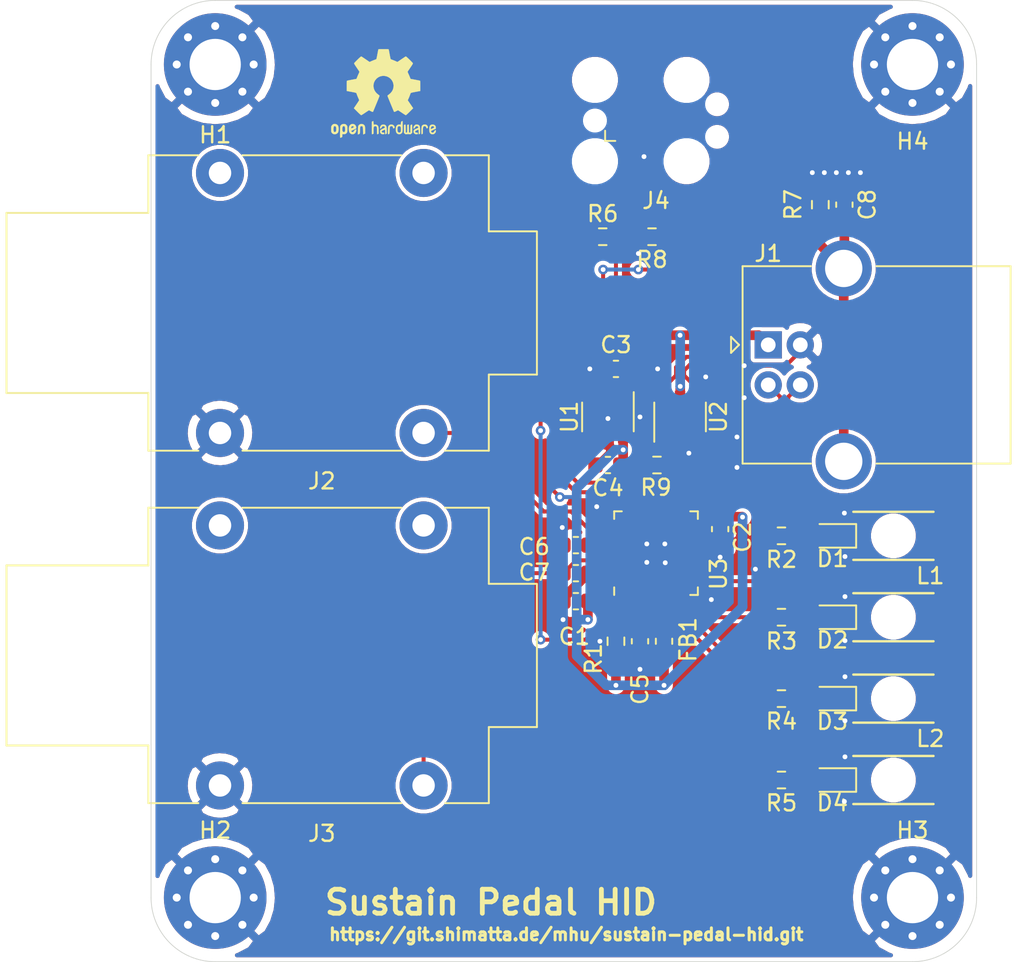
<source format=kicad_pcb>
(kicad_pcb (version 20171130) (host pcbnew 5.1.10)

  (general
    (thickness 1.6)
    (drawings 11)
    (tracks 341)
    (zones 0)
    (modules 37)
    (nets 23)
  )

  (page A4)
  (layers
    (0 F.Cu signal)
    (31 B.Cu signal)
    (32 B.Adhes user)
    (33 F.Adhes user)
    (34 B.Paste user)
    (35 F.Paste user)
    (36 B.SilkS user)
    (37 F.SilkS user)
    (38 B.Mask user)
    (39 F.Mask user)
    (40 Dwgs.User user)
    (41 Cmts.User user)
    (42 Eco1.User user)
    (43 Eco2.User user)
    (44 Edge.Cuts user)
    (45 Margin user)
    (46 B.CrtYd user)
    (47 F.CrtYd user)
    (48 B.Fab user hide)
    (49 F.Fab user hide)
  )

  (setup
    (last_trace_width 0.25)
    (user_trace_width 0.3)
    (user_trace_width 0.6)
    (trace_clearance 0.2)
    (zone_clearance 0.25)
    (zone_45_only no)
    (trace_min 0.2)
    (via_size 0.6)
    (via_drill 0.3)
    (via_min_size 0.4)
    (via_min_drill 0.3)
    (uvia_size 0.3)
    (uvia_drill 0.1)
    (uvias_allowed no)
    (uvia_min_size 0.2)
    (uvia_min_drill 0.1)
    (edge_width 0.05)
    (segment_width 0.2)
    (pcb_text_width 0.3)
    (pcb_text_size 1.5 1.5)
    (mod_edge_width 0.12)
    (mod_text_size 1 1)
    (mod_text_width 0.15)
    (pad_size 0.7874 0.7874)
    (pad_drill 0)
    (pad_to_mask_clearance 0)
    (aux_axis_origin 0 0)
    (visible_elements FFFFFF7F)
    (pcbplotparams
      (layerselection 0x010fc_ffffffff)
      (usegerberextensions true)
      (usegerberattributes true)
      (usegerberadvancedattributes true)
      (creategerberjobfile true)
      (excludeedgelayer true)
      (linewidth 0.100000)
      (plotframeref false)
      (viasonmask false)
      (mode 1)
      (useauxorigin false)
      (hpglpennumber 1)
      (hpglpenspeed 20)
      (hpglpendiameter 15.000000)
      (psnegative false)
      (psa4output false)
      (plotreference true)
      (plotvalue true)
      (plotinvisibletext false)
      (padsonsilk false)
      (subtractmaskfromsilk false)
      (outputformat 1)
      (mirror false)
      (drillshape 0)
      (scaleselection 1)
      (outputdirectory "gerber/"))
  )

  (net 0 "")
  (net 1 +3V3)
  (net 2 GND)
  (net 3 +5V)
  (net 4 "Net-(C5-Pad2)")
  (net 5 /PEDAL1)
  (net 6 /PEDAL2)
  (net 7 Earth)
  (net 8 "Net-(D1-Pad2)")
  (net 9 "Net-(D2-Pad2)")
  (net 10 "Net-(D3-Pad2)")
  (net 11 "Net-(D4-Pad2)")
  (net 12 /~RST)
  (net 13 /SWCLK)
  (net 14 /SWDIO)
  (net 15 "Net-(R2-Pad1)")
  (net 16 "Net-(R3-Pad1)")
  (net 17 "Net-(R4-Pad1)")
  (net 18 "Net-(R5-Pad1)")
  (net 19 /USB_D+)
  (net 20 /USB_D-)
  (net 21 /D+)
  (net 22 /D-)

  (net_class Default "This is the default net class."
    (clearance 0.2)
    (trace_width 0.25)
    (via_dia 0.6)
    (via_drill 0.3)
    (uvia_dia 0.3)
    (uvia_drill 0.1)
    (diff_pair_width 0.25)
    (diff_pair_gap 0.25)
    (add_net +3V3)
    (add_net +5V)
    (add_net /D+)
    (add_net /D-)
    (add_net /PEDAL1)
    (add_net /PEDAL2)
    (add_net /SWCLK)
    (add_net /SWDIO)
    (add_net /USB_D+)
    (add_net /USB_D-)
    (add_net /~RST)
    (add_net Earth)
    (add_net GND)
    (add_net "Net-(C5-Pad2)")
    (add_net "Net-(D1-Pad2)")
    (add_net "Net-(D2-Pad2)")
    (add_net "Net-(D3-Pad2)")
    (add_net "Net-(D4-Pad2)")
    (add_net "Net-(R2-Pad1)")
    (add_net "Net-(R3-Pad1)")
    (add_net "Net-(R4-Pad1)")
    (add_net "Net-(R5-Pad1)")
  )

  (module Symbol:OSHW-Logo2_7.3x6mm_SilkScreen (layer F.Cu) (tedit 0) (tstamp 6090C8AE)
    (at 41.5 18.8)
    (descr "Open Source Hardware Symbol")
    (tags "Logo Symbol OSHW")
    (attr virtual)
    (fp_text reference REF** (at 0 0) (layer F.SilkS) hide
      (effects (font (size 1 1) (thickness 0.15)))
    )
    (fp_text value OSHW-Logo2_7.3x6mm_SilkScreen (at 0.75 0) (layer F.Fab) hide
      (effects (font (size 1 1) (thickness 0.15)))
    )
    (fp_poly (pts (xy 0.10391 -2.757652) (xy 0.182454 -2.757222) (xy 0.239298 -2.756058) (xy 0.278105 -2.753793)
      (xy 0.302538 -2.75006) (xy 0.316262 -2.744494) (xy 0.32294 -2.736727) (xy 0.326236 -2.726395)
      (xy 0.326556 -2.725057) (xy 0.331562 -2.700921) (xy 0.340829 -2.653299) (xy 0.353392 -2.587259)
      (xy 0.368287 -2.507872) (xy 0.384551 -2.420204) (xy 0.385119 -2.417125) (xy 0.40141 -2.331211)
      (xy 0.416652 -2.255304) (xy 0.429861 -2.193955) (xy 0.440054 -2.151718) (xy 0.446248 -2.133145)
      (xy 0.446543 -2.132816) (xy 0.464788 -2.123747) (xy 0.502405 -2.108633) (xy 0.551271 -2.090738)
      (xy 0.551543 -2.090642) (xy 0.613093 -2.067507) (xy 0.685657 -2.038035) (xy 0.754057 -2.008403)
      (xy 0.757294 -2.006938) (xy 0.868702 -1.956374) (xy 1.115399 -2.12484) (xy 1.191077 -2.176197)
      (xy 1.259631 -2.222111) (xy 1.317088 -2.25997) (xy 1.359476 -2.287163) (xy 1.382825 -2.301079)
      (xy 1.385042 -2.302111) (xy 1.40201 -2.297516) (xy 1.433701 -2.275345) (xy 1.481352 -2.234553)
      (xy 1.546198 -2.174095) (xy 1.612397 -2.109773) (xy 1.676214 -2.046388) (xy 1.733329 -1.988549)
      (xy 1.780305 -1.939825) (xy 1.813703 -1.90379) (xy 1.830085 -1.884016) (xy 1.830694 -1.882998)
      (xy 1.832505 -1.869428) (xy 1.825683 -1.847267) (xy 1.80854 -1.813522) (xy 1.779393 -1.7652)
      (xy 1.736555 -1.699308) (xy 1.679448 -1.614483) (xy 1.628766 -1.539823) (xy 1.583461 -1.47286)
      (xy 1.54615 -1.417484) (xy 1.519452 -1.37758) (xy 1.505985 -1.357038) (xy 1.505137 -1.355644)
      (xy 1.506781 -1.335962) (xy 1.519245 -1.297707) (xy 1.540048 -1.248111) (xy 1.547462 -1.232272)
      (xy 1.579814 -1.16171) (xy 1.614328 -1.081647) (xy 1.642365 -1.012371) (xy 1.662568 -0.960955)
      (xy 1.678615 -0.921881) (xy 1.687888 -0.901459) (xy 1.689041 -0.899886) (xy 1.706096 -0.897279)
      (xy 1.746298 -0.890137) (xy 1.804302 -0.879477) (xy 1.874763 -0.866315) (xy 1.952335 -0.851667)
      (xy 2.031672 -0.836551) (xy 2.107431 -0.821982) (xy 2.174264 -0.808978) (xy 2.226828 -0.798555)
      (xy 2.259776 -0.79173) (xy 2.267857 -0.789801) (xy 2.276205 -0.785038) (xy 2.282506 -0.774282)
      (xy 2.287045 -0.753902) (xy 2.290104 -0.720266) (xy 2.291967 -0.669745) (xy 2.292918 -0.598708)
      (xy 2.29324 -0.503524) (xy 2.293257 -0.464508) (xy 2.293257 -0.147201) (xy 2.217057 -0.132161)
      (xy 2.174663 -0.124005) (xy 2.1114 -0.112101) (xy 2.034962 -0.097884) (xy 1.953043 -0.08279)
      (xy 1.9304 -0.078645) (xy 1.854806 -0.063947) (xy 1.788953 -0.049495) (xy 1.738366 -0.036625)
      (xy 1.708574 -0.026678) (xy 1.703612 -0.023713) (xy 1.691426 -0.002717) (xy 1.673953 0.037967)
      (xy 1.654577 0.090322) (xy 1.650734 0.1016) (xy 1.625339 0.171523) (xy 1.593817 0.250418)
      (xy 1.562969 0.321266) (xy 1.562817 0.321595) (xy 1.511447 0.432733) (xy 1.680399 0.681253)
      (xy 1.849352 0.929772) (xy 1.632429 1.147058) (xy 1.566819 1.211726) (xy 1.506979 1.268733)
      (xy 1.456267 1.315033) (xy 1.418046 1.347584) (xy 1.395675 1.363343) (xy 1.392466 1.364343)
      (xy 1.373626 1.356469) (xy 1.33518 1.334578) (xy 1.28133 1.301267) (xy 1.216276 1.259131)
      (xy 1.14594 1.211943) (xy 1.074555 1.16381) (xy 1.010908 1.121928) (xy 0.959041 1.088871)
      (xy 0.922995 1.067218) (xy 0.906867 1.059543) (xy 0.887189 1.066037) (xy 0.849875 1.08315)
      (xy 0.802621 1.107326) (xy 0.797612 1.110013) (xy 0.733977 1.141927) (xy 0.690341 1.157579)
      (xy 0.663202 1.157745) (xy 0.649057 1.143204) (xy 0.648975 1.143) (xy 0.641905 1.125779)
      (xy 0.625042 1.084899) (xy 0.599695 1.023525) (xy 0.567171 0.944819) (xy 0.528778 0.851947)
      (xy 0.485822 0.748072) (xy 0.444222 0.647502) (xy 0.398504 0.536516) (xy 0.356526 0.433703)
      (xy 0.319548 0.342215) (xy 0.288827 0.265201) (xy 0.265622 0.205815) (xy 0.25119 0.167209)
      (xy 0.246743 0.1528) (xy 0.257896 0.136272) (xy 0.287069 0.10993) (xy 0.325971 0.080887)
      (xy 0.436757 -0.010961) (xy 0.523351 -0.116241) (xy 0.584716 -0.232734) (xy 0.619815 -0.358224)
      (xy 0.627608 -0.490493) (xy 0.621943 -0.551543) (xy 0.591078 -0.678205) (xy 0.53792 -0.790059)
      (xy 0.465767 -0.885999) (xy 0.377917 -0.964924) (xy 0.277665 -1.02573) (xy 0.16831 -1.067313)
      (xy 0.053147 -1.088572) (xy -0.064525 -1.088401) (xy -0.18141 -1.065699) (xy -0.294211 -1.019362)
      (xy -0.399631 -0.948287) (xy -0.443632 -0.908089) (xy -0.528021 -0.804871) (xy -0.586778 -0.692075)
      (xy -0.620296 -0.57299) (xy -0.628965 -0.450905) (xy -0.613177 -0.329107) (xy -0.573322 -0.210884)
      (xy -0.509793 -0.099525) (xy -0.422979 0.001684) (xy -0.325971 0.080887) (xy -0.285563 0.111162)
      (xy -0.257018 0.137219) (xy -0.246743 0.152825) (xy -0.252123 0.169843) (xy -0.267425 0.2105)
      (xy -0.291388 0.271642) (xy -0.322756 0.350119) (xy -0.360268 0.44278) (xy -0.402667 0.546472)
      (xy -0.444337 0.647526) (xy -0.49031 0.758607) (xy -0.532893 0.861541) (xy -0.570779 0.953165)
      (xy -0.60266 1.030316) (xy -0.627229 1.089831) (xy -0.64318 1.128544) (xy -0.64909 1.143)
      (xy -0.663052 1.157685) (xy -0.69006 1.157642) (xy -0.733587 1.142099) (xy -0.79711 1.110284)
      (xy -0.797612 1.110013) (xy -0.84544 1.085323) (xy -0.884103 1.067338) (xy -0.905905 1.059614)
      (xy -0.906867 1.059543) (xy -0.923279 1.067378) (xy -0.959513 1.089165) (xy -1.011526 1.122328)
      (xy -1.075275 1.164291) (xy -1.14594 1.211943) (xy -1.217884 1.260191) (xy -1.282726 1.302151)
      (xy -1.336265 1.335227) (xy -1.374303 1.356821) (xy -1.392467 1.364343) (xy -1.409192 1.354457)
      (xy -1.44282 1.326826) (xy -1.48999 1.284495) (xy -1.547342 1.230505) (xy -1.611516 1.167899)
      (xy -1.632503 1.146983) (xy -1.849501 0.929623) (xy -1.684332 0.68722) (xy -1.634136 0.612781)
      (xy -1.590081 0.545972) (xy -1.554638 0.490665) (xy -1.530281 0.450729) (xy -1.519478 0.430036)
      (xy -1.519162 0.428563) (xy -1.524857 0.409058) (xy -1.540174 0.369822) (xy -1.562463 0.31743)
      (xy -1.578107 0.282355) (xy -1.607359 0.215201) (xy -1.634906 0.147358) (xy -1.656263 0.090034)
      (xy -1.662065 0.072572) (xy -1.678548 0.025938) (xy -1.69466 -0.010095) (xy -1.70351 -0.023713)
      (xy -1.72304 -0.032048) (xy -1.765666 -0.043863) (xy -1.825855 -0.057819) (xy -1.898078 -0.072578)
      (xy -1.9304 -0.078645) (xy -2.012478 -0.093727) (xy -2.091205 -0.108331) (xy -2.158891 -0.12102)
      (xy -2.20784 -0.130358) (xy -2.217057 -0.132161) (xy -2.293257 -0.147201) (xy -2.293257 -0.464508)
      (xy -2.293086 -0.568846) (xy -2.292384 -0.647787) (xy -2.290866 -0.704962) (xy -2.288251 -0.744001)
      (xy -2.284254 -0.768535) (xy -2.278591 -0.782195) (xy -2.27098 -0.788611) (xy -2.267857 -0.789801)
      (xy -2.249022 -0.79402) (xy -2.207412 -0.802438) (xy -2.14837 -0.814039) (xy -2.077243 -0.827805)
      (xy -1.999375 -0.84272) (xy -1.920113 -0.857768) (xy -1.844802 -0.871931) (xy -1.778787 -0.884194)
      (xy -1.727413 -0.893539) (xy -1.696025 -0.89895) (xy -1.689041 -0.899886) (xy -1.682715 -0.912404)
      (xy -1.66871 -0.945754) (xy -1.649645 -0.993623) (xy -1.642366 -1.012371) (xy -1.613004 -1.084805)
      (xy -1.578429 -1.16483) (xy -1.547463 -1.232272) (xy -1.524677 -1.283841) (xy -1.509518 -1.326215)
      (xy -1.504458 -1.352166) (xy -1.505264 -1.355644) (xy -1.515959 -1.372064) (xy -1.54038 -1.408583)
      (xy -1.575905 -1.461313) (xy -1.619913 -1.526365) (xy -1.669783 -1.599849) (xy -1.679644 -1.614355)
      (xy -1.737508 -1.700296) (xy -1.780044 -1.765739) (xy -1.808946 -1.813696) (xy -1.82591 -1.84718)
      (xy -1.832633 -1.869205) (xy -1.83081 -1.882783) (xy -1.830764 -1.882869) (xy -1.816414 -1.900703)
      (xy -1.784677 -1.935183) (xy -1.73899 -1.982732) (xy -1.682796 -2.039778) (xy -1.619532 -2.102745)
      (xy -1.612398 -2.109773) (xy -1.53267 -2.18698) (xy -1.471143 -2.24367) (xy -1.426579 -2.28089)
      (xy -1.397743 -2.299685) (xy -1.385042 -2.302111) (xy -1.366506 -2.291529) (xy -1.328039 -2.267084)
      (xy -1.273614 -2.231388) (xy -1.207202 -2.187053) (xy -1.132775 -2.136689) (xy -1.115399 -2.12484)
      (xy -0.868703 -1.956374) (xy -0.757294 -2.006938) (xy -0.689543 -2.036405) (xy -0.616817 -2.066041)
      (xy -0.554297 -2.08967) (xy -0.551543 -2.090642) (xy -0.50264 -2.108543) (xy -0.464943 -2.12368)
      (xy -0.446575 -2.13279) (xy -0.446544 -2.132816) (xy -0.440715 -2.149283) (xy -0.430808 -2.189781)
      (xy -0.417805 -2.249758) (xy -0.402691 -2.32466) (xy -0.386448 -2.409936) (xy -0.385119 -2.417125)
      (xy -0.368825 -2.504986) (xy -0.353867 -2.58474) (xy -0.341209 -2.651319) (xy -0.331814 -2.699653)
      (xy -0.326646 -2.724675) (xy -0.326556 -2.725057) (xy -0.323411 -2.735701) (xy -0.317296 -2.743738)
      (xy -0.304547 -2.749533) (xy -0.2815 -2.753453) (xy -0.244491 -2.755865) (xy -0.189856 -2.757135)
      (xy -0.113933 -2.757629) (xy -0.013056 -2.757714) (xy 0 -2.757714) (xy 0.10391 -2.757652)) (layer F.SilkS) (width 0.01))
    (fp_poly (pts (xy 3.153595 1.966966) (xy 3.211021 2.004497) (xy 3.238719 2.038096) (xy 3.260662 2.099064)
      (xy 3.262405 2.147308) (xy 3.258457 2.211816) (xy 3.109686 2.276934) (xy 3.037349 2.310202)
      (xy 2.990084 2.336964) (xy 2.965507 2.360144) (xy 2.961237 2.382667) (xy 2.974889 2.407455)
      (xy 2.989943 2.423886) (xy 3.033746 2.450235) (xy 3.081389 2.452081) (xy 3.125145 2.431546)
      (xy 3.157289 2.390752) (xy 3.163038 2.376347) (xy 3.190576 2.331356) (xy 3.222258 2.312182)
      (xy 3.265714 2.295779) (xy 3.265714 2.357966) (xy 3.261872 2.400283) (xy 3.246823 2.435969)
      (xy 3.21528 2.476943) (xy 3.210592 2.482267) (xy 3.175506 2.51872) (xy 3.145347 2.538283)
      (xy 3.107615 2.547283) (xy 3.076335 2.55023) (xy 3.020385 2.550965) (xy 2.980555 2.54166)
      (xy 2.955708 2.527846) (xy 2.916656 2.497467) (xy 2.889625 2.464613) (xy 2.872517 2.423294)
      (xy 2.863238 2.367521) (xy 2.859693 2.291305) (xy 2.85941 2.252622) (xy 2.860372 2.206247)
      (xy 2.948007 2.206247) (xy 2.949023 2.231126) (xy 2.951556 2.2352) (xy 2.968274 2.229665)
      (xy 3.004249 2.215017) (xy 3.052331 2.19419) (xy 3.062386 2.189714) (xy 3.123152 2.158814)
      (xy 3.156632 2.131657) (xy 3.16399 2.10622) (xy 3.146391 2.080481) (xy 3.131856 2.069109)
      (xy 3.07941 2.046364) (xy 3.030322 2.050122) (xy 2.989227 2.077884) (xy 2.960758 2.127152)
      (xy 2.951631 2.166257) (xy 2.948007 2.206247) (xy 2.860372 2.206247) (xy 2.861285 2.162249)
      (xy 2.868196 2.095384) (xy 2.881884 2.046695) (xy 2.904096 2.010849) (xy 2.936574 1.982513)
      (xy 2.950733 1.973355) (xy 3.015053 1.949507) (xy 3.085473 1.948006) (xy 3.153595 1.966966)) (layer F.SilkS) (width 0.01))
    (fp_poly (pts (xy 2.6526 1.958752) (xy 2.669948 1.966334) (xy 2.711356 1.999128) (xy 2.746765 2.046547)
      (xy 2.768664 2.097151) (xy 2.772229 2.122098) (xy 2.760279 2.156927) (xy 2.734067 2.175357)
      (xy 2.705964 2.186516) (xy 2.693095 2.188572) (xy 2.686829 2.173649) (xy 2.674456 2.141175)
      (xy 2.669028 2.126502) (xy 2.63859 2.075744) (xy 2.59452 2.050427) (xy 2.53801 2.051206)
      (xy 2.533825 2.052203) (xy 2.503655 2.066507) (xy 2.481476 2.094393) (xy 2.466327 2.139287)
      (xy 2.45725 2.204615) (xy 2.453286 2.293804) (xy 2.452914 2.341261) (xy 2.45273 2.416071)
      (xy 2.451522 2.467069) (xy 2.448309 2.499471) (xy 2.442109 2.518495) (xy 2.43194 2.529356)
      (xy 2.416819 2.537272) (xy 2.415946 2.53767) (xy 2.386828 2.549981) (xy 2.372403 2.554514)
      (xy 2.370186 2.540809) (xy 2.368289 2.502925) (xy 2.366847 2.445715) (xy 2.365998 2.374027)
      (xy 2.365829 2.321565) (xy 2.366692 2.220047) (xy 2.37007 2.143032) (xy 2.377142 2.086023)
      (xy 2.389088 2.044526) (xy 2.40709 2.014043) (xy 2.432327 1.99008) (xy 2.457247 1.973355)
      (xy 2.517171 1.951097) (xy 2.586911 1.946076) (xy 2.6526 1.958752)) (layer F.SilkS) (width 0.01))
    (fp_poly (pts (xy 2.144876 1.956335) (xy 2.186667 1.975344) (xy 2.219469 1.998378) (xy 2.243503 2.024133)
      (xy 2.260097 2.057358) (xy 2.270577 2.1028) (xy 2.276271 2.165207) (xy 2.278507 2.249327)
      (xy 2.278743 2.304721) (xy 2.278743 2.520826) (xy 2.241774 2.53767) (xy 2.212656 2.549981)
      (xy 2.198231 2.554514) (xy 2.195472 2.541025) (xy 2.193282 2.504653) (xy 2.191942 2.451542)
      (xy 2.191657 2.409372) (xy 2.190434 2.348447) (xy 2.187136 2.300115) (xy 2.182321 2.270518)
      (xy 2.178496 2.264229) (xy 2.152783 2.270652) (xy 2.112418 2.287125) (xy 2.065679 2.309458)
      (xy 2.020845 2.333457) (xy 1.986193 2.35493) (xy 1.970002 2.369685) (xy 1.969938 2.369845)
      (xy 1.97133 2.397152) (xy 1.983818 2.423219) (xy 2.005743 2.444392) (xy 2.037743 2.451474)
      (xy 2.065092 2.450649) (xy 2.103826 2.450042) (xy 2.124158 2.459116) (xy 2.136369 2.483092)
      (xy 2.137909 2.487613) (xy 2.143203 2.521806) (xy 2.129047 2.542568) (xy 2.092148 2.552462)
      (xy 2.052289 2.554292) (xy 1.980562 2.540727) (xy 1.943432 2.521355) (xy 1.897576 2.475845)
      (xy 1.873256 2.419983) (xy 1.871073 2.360957) (xy 1.891629 2.305953) (xy 1.922549 2.271486)
      (xy 1.95342 2.252189) (xy 2.001942 2.227759) (xy 2.058485 2.202985) (xy 2.06791 2.199199)
      (xy 2.130019 2.171791) (xy 2.165822 2.147634) (xy 2.177337 2.123619) (xy 2.16658 2.096635)
      (xy 2.148114 2.075543) (xy 2.104469 2.049572) (xy 2.056446 2.047624) (xy 2.012406 2.067637)
      (xy 1.980709 2.107551) (xy 1.976549 2.117848) (xy 1.952327 2.155724) (xy 1.916965 2.183842)
      (xy 1.872343 2.206917) (xy 1.872343 2.141485) (xy 1.874969 2.101506) (xy 1.88623 2.069997)
      (xy 1.911199 2.036378) (xy 1.935169 2.010484) (xy 1.972441 1.973817) (xy 2.001401 1.954121)
      (xy 2.032505 1.94622) (xy 2.067713 1.944914) (xy 2.144876 1.956335)) (layer F.SilkS) (width 0.01))
    (fp_poly (pts (xy 1.779833 1.958663) (xy 1.782048 1.99685) (xy 1.783784 2.054886) (xy 1.784899 2.12818)
      (xy 1.785257 2.205055) (xy 1.785257 2.465196) (xy 1.739326 2.511127) (xy 1.707675 2.539429)
      (xy 1.67989 2.550893) (xy 1.641915 2.550168) (xy 1.62684 2.548321) (xy 1.579726 2.542948)
      (xy 1.540756 2.539869) (xy 1.531257 2.539585) (xy 1.499233 2.541445) (xy 1.453432 2.546114)
      (xy 1.435674 2.548321) (xy 1.392057 2.551735) (xy 1.362745 2.54432) (xy 1.33368 2.521427)
      (xy 1.323188 2.511127) (xy 1.277257 2.465196) (xy 1.277257 1.978602) (xy 1.314226 1.961758)
      (xy 1.346059 1.949282) (xy 1.364683 1.944914) (xy 1.369458 1.958718) (xy 1.373921 1.997286)
      (xy 1.377775 2.056356) (xy 1.380722 2.131663) (xy 1.382143 2.195286) (xy 1.386114 2.445657)
      (xy 1.420759 2.450556) (xy 1.452268 2.447131) (xy 1.467708 2.436041) (xy 1.472023 2.415308)
      (xy 1.475708 2.371145) (xy 1.478469 2.309146) (xy 1.480012 2.234909) (xy 1.480235 2.196706)
      (xy 1.480457 1.976783) (xy 1.526166 1.960849) (xy 1.558518 1.950015) (xy 1.576115 1.944962)
      (xy 1.576623 1.944914) (xy 1.578388 1.958648) (xy 1.580329 1.99673) (xy 1.582282 2.054482)
      (xy 1.584084 2.127227) (xy 1.585343 2.195286) (xy 1.589314 2.445657) (xy 1.6764 2.445657)
      (xy 1.680396 2.21724) (xy 1.684392 1.988822) (xy 1.726847 1.966868) (xy 1.758192 1.951793)
      (xy 1.776744 1.944951) (xy 1.777279 1.944914) (xy 1.779833 1.958663)) (layer F.SilkS) (width 0.01))
    (fp_poly (pts (xy 1.190117 2.065358) (xy 1.189933 2.173837) (xy 1.189219 2.257287) (xy 1.187675 2.319704)
      (xy 1.185001 2.365085) (xy 1.180894 2.397429) (xy 1.175055 2.420733) (xy 1.167182 2.438995)
      (xy 1.161221 2.449418) (xy 1.111855 2.505945) (xy 1.049264 2.541377) (xy 0.980013 2.55409)
      (xy 0.910668 2.542463) (xy 0.869375 2.521568) (xy 0.826025 2.485422) (xy 0.796481 2.441276)
      (xy 0.778655 2.383462) (xy 0.770463 2.306313) (xy 0.769302 2.249714) (xy 0.769458 2.245647)
      (xy 0.870857 2.245647) (xy 0.871476 2.31055) (xy 0.874314 2.353514) (xy 0.88084 2.381622)
      (xy 0.892523 2.401953) (xy 0.906483 2.417288) (xy 0.953365 2.44689) (xy 1.003701 2.449419)
      (xy 1.051276 2.424705) (xy 1.054979 2.421356) (xy 1.070783 2.403935) (xy 1.080693 2.383209)
      (xy 1.086058 2.352362) (xy 1.088228 2.304577) (xy 1.088571 2.251748) (xy 1.087827 2.185381)
      (xy 1.084748 2.141106) (xy 1.078061 2.112009) (xy 1.066496 2.091173) (xy 1.057013 2.080107)
      (xy 1.01296 2.052198) (xy 0.962224 2.048843) (xy 0.913796 2.070159) (xy 0.90445 2.078073)
      (xy 0.88854 2.095647) (xy 0.87861 2.116587) (xy 0.873278 2.147782) (xy 0.871163 2.196122)
      (xy 0.870857 2.245647) (xy 0.769458 2.245647) (xy 0.77281 2.158568) (xy 0.784726 2.090086)
      (xy 0.807135 2.0386) (xy 0.842124 1.998443) (xy 0.869375 1.977861) (xy 0.918907 1.955625)
      (xy 0.976316 1.945304) (xy 1.029682 1.948067) (xy 1.059543 1.959212) (xy 1.071261 1.962383)
      (xy 1.079037 1.950557) (xy 1.084465 1.918866) (xy 1.088571 1.870593) (xy 1.093067 1.816829)
      (xy 1.099313 1.784482) (xy 1.110676 1.765985) (xy 1.130528 1.75377) (xy 1.143 1.748362)
      (xy 1.190171 1.728601) (xy 1.190117 2.065358)) (layer F.SilkS) (width 0.01))
    (fp_poly (pts (xy 0.529926 1.949755) (xy 0.595858 1.974084) (xy 0.649273 2.017117) (xy 0.670164 2.047409)
      (xy 0.692939 2.102994) (xy 0.692466 2.143186) (xy 0.668562 2.170217) (xy 0.659717 2.174813)
      (xy 0.62153 2.189144) (xy 0.602028 2.185472) (xy 0.595422 2.161407) (xy 0.595086 2.148114)
      (xy 0.582992 2.09921) (xy 0.551471 2.064999) (xy 0.507659 2.048476) (xy 0.458695 2.052634)
      (xy 0.418894 2.074227) (xy 0.40545 2.086544) (xy 0.395921 2.101487) (xy 0.389485 2.124075)
      (xy 0.385317 2.159328) (xy 0.382597 2.212266) (xy 0.380502 2.287907) (xy 0.37996 2.311857)
      (xy 0.377981 2.39379) (xy 0.375731 2.451455) (xy 0.372357 2.489608) (xy 0.367006 2.513004)
      (xy 0.358824 2.526398) (xy 0.346959 2.534545) (xy 0.339362 2.538144) (xy 0.307102 2.550452)
      (xy 0.288111 2.554514) (xy 0.281836 2.540948) (xy 0.278006 2.499934) (xy 0.2766 2.430999)
      (xy 0.277598 2.333669) (xy 0.277908 2.318657) (xy 0.280101 2.229859) (xy 0.282693 2.165019)
      (xy 0.286382 2.119067) (xy 0.291864 2.086935) (xy 0.299835 2.063553) (xy 0.310993 2.043852)
      (xy 0.31683 2.03541) (xy 0.350296 1.998057) (xy 0.387727 1.969003) (xy 0.392309 1.966467)
      (xy 0.459426 1.946443) (xy 0.529926 1.949755)) (layer F.SilkS) (width 0.01))
    (fp_poly (pts (xy 0.039744 1.950968) (xy 0.096616 1.972087) (xy 0.097267 1.972493) (xy 0.13244 1.99838)
      (xy 0.158407 2.028633) (xy 0.17667 2.068058) (xy 0.188732 2.121462) (xy 0.196096 2.193651)
      (xy 0.200264 2.289432) (xy 0.200629 2.303078) (xy 0.205876 2.508842) (xy 0.161716 2.531678)
      (xy 0.129763 2.54711) (xy 0.11047 2.554423) (xy 0.109578 2.554514) (xy 0.106239 2.541022)
      (xy 0.103587 2.504626) (xy 0.101956 2.451452) (xy 0.1016 2.408393) (xy 0.101592 2.338641)
      (xy 0.098403 2.294837) (xy 0.087288 2.273944) (xy 0.063501 2.272925) (xy 0.022296 2.288741)
      (xy -0.039914 2.317815) (xy -0.085659 2.341963) (xy -0.109187 2.362913) (xy -0.116104 2.385747)
      (xy -0.116114 2.386877) (xy -0.104701 2.426212) (xy -0.070908 2.447462) (xy -0.019191 2.450539)
      (xy 0.018061 2.450006) (xy 0.037703 2.460735) (xy 0.049952 2.486505) (xy 0.057002 2.519337)
      (xy 0.046842 2.537966) (xy 0.043017 2.540632) (xy 0.007001 2.55134) (xy -0.043434 2.552856)
      (xy -0.095374 2.545759) (xy -0.132178 2.532788) (xy -0.183062 2.489585) (xy -0.211986 2.429446)
      (xy -0.217714 2.382462) (xy -0.213343 2.340082) (xy -0.197525 2.305488) (xy -0.166203 2.274763)
      (xy -0.115322 2.24399) (xy -0.040824 2.209252) (xy -0.036286 2.207288) (xy 0.030821 2.176287)
      (xy 0.072232 2.150862) (xy 0.089981 2.128014) (xy 0.086107 2.104745) (xy 0.062643 2.078056)
      (xy 0.055627 2.071914) (xy 0.00863 2.0481) (xy -0.040067 2.049103) (xy -0.082478 2.072451)
      (xy -0.110616 2.115675) (xy -0.113231 2.12416) (xy -0.138692 2.165308) (xy -0.170999 2.185128)
      (xy -0.217714 2.20477) (xy -0.217714 2.15395) (xy -0.203504 2.080082) (xy -0.161325 2.012327)
      (xy -0.139376 1.989661) (xy -0.089483 1.960569) (xy -0.026033 1.9474) (xy 0.039744 1.950968)) (layer F.SilkS) (width 0.01))
    (fp_poly (pts (xy -0.624114 1.851289) (xy -0.619861 1.910613) (xy -0.614975 1.945572) (xy -0.608205 1.96082)
      (xy -0.598298 1.961015) (xy -0.595086 1.959195) (xy -0.552356 1.946015) (xy -0.496773 1.946785)
      (xy -0.440263 1.960333) (xy -0.404918 1.977861) (xy -0.368679 2.005861) (xy -0.342187 2.037549)
      (xy -0.324001 2.077813) (xy -0.312678 2.131543) (xy -0.306778 2.203626) (xy -0.304857 2.298951)
      (xy -0.304823 2.317237) (xy -0.3048 2.522646) (xy -0.350509 2.53858) (xy -0.382973 2.54942)
      (xy -0.400785 2.554468) (xy -0.401309 2.554514) (xy -0.403063 2.540828) (xy -0.404556 2.503076)
      (xy -0.405674 2.446224) (xy -0.406303 2.375234) (xy -0.4064 2.332073) (xy -0.406602 2.246973)
      (xy -0.407642 2.185981) (xy -0.410169 2.144177) (xy -0.414836 2.116642) (xy -0.422293 2.098456)
      (xy -0.433189 2.084698) (xy -0.439993 2.078073) (xy -0.486728 2.051375) (xy -0.537728 2.049375)
      (xy -0.583999 2.071955) (xy -0.592556 2.080107) (xy -0.605107 2.095436) (xy -0.613812 2.113618)
      (xy -0.619369 2.139909) (xy -0.622474 2.179562) (xy -0.623824 2.237832) (xy -0.624114 2.318173)
      (xy -0.624114 2.522646) (xy -0.669823 2.53858) (xy -0.702287 2.54942) (xy -0.720099 2.554468)
      (xy -0.720623 2.554514) (xy -0.721963 2.540623) (xy -0.723172 2.501439) (xy -0.724199 2.4407)
      (xy -0.724998 2.362141) (xy -0.725519 2.269498) (xy -0.725714 2.166509) (xy -0.725714 1.769342)
      (xy -0.678543 1.749444) (xy -0.631371 1.729547) (xy -0.624114 1.851289)) (layer F.SilkS) (width 0.01))
    (fp_poly (pts (xy -1.831697 1.931239) (xy -1.774473 1.969735) (xy -1.730251 2.025335) (xy -1.703833 2.096086)
      (xy -1.69849 2.148162) (xy -1.699097 2.169893) (xy -1.704178 2.186531) (xy -1.718145 2.201437)
      (xy -1.745411 2.217973) (xy -1.790388 2.239498) (xy -1.857489 2.269374) (xy -1.857829 2.269524)
      (xy -1.919593 2.297813) (xy -1.970241 2.322933) (xy -2.004596 2.342179) (xy -2.017482 2.352848)
      (xy -2.017486 2.352934) (xy -2.006128 2.376166) (xy -1.979569 2.401774) (xy -1.949077 2.420221)
      (xy -1.93363 2.423886) (xy -1.891485 2.411212) (xy -1.855192 2.379471) (xy -1.837483 2.344572)
      (xy -1.820448 2.318845) (xy -1.787078 2.289546) (xy -1.747851 2.264235) (xy -1.713244 2.250471)
      (xy -1.706007 2.249714) (xy -1.697861 2.26216) (xy -1.69737 2.293972) (xy -1.703357 2.336866)
      (xy -1.714643 2.382558) (xy -1.73005 2.422761) (xy -1.730829 2.424322) (xy -1.777196 2.489062)
      (xy -1.837289 2.533097) (xy -1.905535 2.554711) (xy -1.976362 2.552185) (xy -2.044196 2.523804)
      (xy -2.047212 2.521808) (xy -2.100573 2.473448) (xy -2.13566 2.410352) (xy -2.155078 2.327387)
      (xy -2.157684 2.304078) (xy -2.162299 2.194055) (xy -2.156767 2.142748) (xy -2.017486 2.142748)
      (xy -2.015676 2.174753) (xy -2.005778 2.184093) (xy -1.981102 2.177105) (xy -1.942205 2.160587)
      (xy -1.898725 2.139881) (xy -1.897644 2.139333) (xy -1.860791 2.119949) (xy -1.846 2.107013)
      (xy -1.849647 2.093451) (xy -1.865005 2.075632) (xy -1.904077 2.049845) (xy -1.946154 2.04795)
      (xy -1.983897 2.066717) (xy -2.009966 2.102915) (xy -2.017486 2.142748) (xy -2.156767 2.142748)
      (xy -2.152806 2.106027) (xy -2.12845 2.036212) (xy -2.094544 1.987302) (xy -2.033347 1.937878)
      (xy -1.965937 1.913359) (xy -1.89712 1.911797) (xy -1.831697 1.931239)) (layer F.SilkS) (width 0.01))
    (fp_poly (pts (xy -2.958885 1.921962) (xy -2.890855 1.957733) (xy -2.840649 2.015301) (xy -2.822815 2.052312)
      (xy -2.808937 2.107882) (xy -2.801833 2.178096) (xy -2.80116 2.254727) (xy -2.806573 2.329552)
      (xy -2.81773 2.394342) (xy -2.834286 2.440873) (xy -2.839374 2.448887) (xy -2.899645 2.508707)
      (xy -2.971231 2.544535) (xy -3.048908 2.55502) (xy -3.127452 2.53881) (xy -3.149311 2.529092)
      (xy -3.191878 2.499143) (xy -3.229237 2.459433) (xy -3.232768 2.454397) (xy -3.247119 2.430124)
      (xy -3.256606 2.404178) (xy -3.26221 2.370022) (xy -3.264914 2.321119) (xy -3.265701 2.250935)
      (xy -3.265714 2.2352) (xy -3.265678 2.230192) (xy -3.120571 2.230192) (xy -3.119727 2.29643)
      (xy -3.116404 2.340386) (xy -3.109417 2.368779) (xy -3.097584 2.388325) (xy -3.091543 2.394857)
      (xy -3.056814 2.41968) (xy -3.023097 2.418548) (xy -2.989005 2.397016) (xy -2.968671 2.374029)
      (xy -2.956629 2.340478) (xy -2.949866 2.287569) (xy -2.949402 2.281399) (xy -2.948248 2.185513)
      (xy -2.960312 2.114299) (xy -2.98543 2.068194) (xy -3.02344 2.047635) (xy -3.037008 2.046514)
      (xy -3.072636 2.052152) (xy -3.097006 2.071686) (xy -3.111907 2.109042) (xy -3.119125 2.16815)
      (xy -3.120571 2.230192) (xy -3.265678 2.230192) (xy -3.265174 2.160413) (xy -3.262904 2.108159)
      (xy -3.257932 2.071949) (xy -3.249287 2.045299) (xy -3.235995 2.021722) (xy -3.233057 2.017338)
      (xy -3.183687 1.958249) (xy -3.129891 1.923947) (xy -3.064398 1.910331) (xy -3.042158 1.909665)
      (xy -2.958885 1.921962)) (layer F.SilkS) (width 0.01))
    (fp_poly (pts (xy -1.283907 1.92778) (xy -1.237328 1.954723) (xy -1.204943 1.981466) (xy -1.181258 2.009484)
      (xy -1.164941 2.043748) (xy -1.154661 2.089227) (xy -1.149086 2.150892) (xy -1.146884 2.233711)
      (xy -1.146629 2.293246) (xy -1.146629 2.512391) (xy -1.208314 2.540044) (xy -1.27 2.567697)
      (xy -1.277257 2.32767) (xy -1.280256 2.238028) (xy -1.283402 2.172962) (xy -1.287299 2.128026)
      (xy -1.292553 2.09877) (xy -1.299769 2.080748) (xy -1.30955 2.069511) (xy -1.312688 2.067079)
      (xy -1.360239 2.048083) (xy -1.408303 2.0556) (xy -1.436914 2.075543) (xy -1.448553 2.089675)
      (xy -1.456609 2.10822) (xy -1.461729 2.136334) (xy -1.464559 2.179173) (xy -1.465744 2.241895)
      (xy -1.465943 2.307261) (xy -1.465982 2.389268) (xy -1.467386 2.447316) (xy -1.472086 2.486465)
      (xy -1.482013 2.51178) (xy -1.499097 2.528323) (xy -1.525268 2.541156) (xy -1.560225 2.554491)
      (xy -1.598404 2.569007) (xy -1.593859 2.311389) (xy -1.592029 2.218519) (xy -1.589888 2.149889)
      (xy -1.586819 2.100711) (xy -1.582206 2.066198) (xy -1.575432 2.041562) (xy -1.565881 2.022016)
      (xy -1.554366 2.00477) (xy -1.49881 1.94968) (xy -1.43102 1.917822) (xy -1.357287 1.910191)
      (xy -1.283907 1.92778)) (layer F.SilkS) (width 0.01))
    (fp_poly (pts (xy -2.400256 1.919918) (xy -2.344799 1.947568) (xy -2.295852 1.99848) (xy -2.282371 2.017338)
      (xy -2.267686 2.042015) (xy -2.258158 2.068816) (xy -2.252707 2.104587) (xy -2.250253 2.156169)
      (xy -2.249714 2.224267) (xy -2.252148 2.317588) (xy -2.260606 2.387657) (xy -2.276826 2.439931)
      (xy -2.302546 2.479869) (xy -2.339503 2.512929) (xy -2.342218 2.514886) (xy -2.37864 2.534908)
      (xy -2.422498 2.544815) (xy -2.478276 2.547257) (xy -2.568952 2.547257) (xy -2.56899 2.635283)
      (xy -2.569834 2.684308) (xy -2.574976 2.713065) (xy -2.588413 2.730311) (xy -2.614142 2.744808)
      (xy -2.620321 2.747769) (xy -2.649236 2.761648) (xy -2.671624 2.770414) (xy -2.688271 2.771171)
      (xy -2.699964 2.761023) (xy -2.70749 2.737073) (xy -2.711634 2.696426) (xy -2.713185 2.636186)
      (xy -2.712929 2.553455) (xy -2.711651 2.445339) (xy -2.711252 2.413) (xy -2.709815 2.301524)
      (xy -2.708528 2.228603) (xy -2.569029 2.228603) (xy -2.568245 2.290499) (xy -2.56476 2.330997)
      (xy -2.556876 2.357708) (xy -2.542895 2.378244) (xy -2.533403 2.38826) (xy -2.494596 2.417567)
      (xy -2.460237 2.419952) (xy -2.424784 2.39575) (xy -2.423886 2.394857) (xy -2.409461 2.376153)
      (xy -2.400687 2.350732) (xy -2.396261 2.311584) (xy -2.394882 2.251697) (xy -2.394857 2.23843)
      (xy -2.398188 2.155901) (xy -2.409031 2.098691) (xy -2.42866 2.063766) (xy -2.45835 2.048094)
      (xy -2.475509 2.046514) (xy -2.516234 2.053926) (xy -2.544168 2.07833) (xy -2.560983 2.12298)
      (xy -2.56835 2.19113) (xy -2.569029 2.228603) (xy -2.708528 2.228603) (xy -2.708292 2.215245)
      (xy -2.706323 2.150333) (xy -2.70355 2.102958) (xy -2.699612 2.06929) (xy -2.694151 2.045498)
      (xy -2.686808 2.027753) (xy -2.677223 2.012224) (xy -2.673113 2.006381) (xy -2.618595 1.951185)
      (xy -2.549664 1.91989) (xy -2.469928 1.911165) (xy -2.400256 1.919918)) (layer F.SilkS) (width 0.01))
  )

  (module shimatta_artwork:shimatta_kanji_20mm_solder_mask (layer B.Cu) (tedit 0) (tstamp 6090BA61)
    (at 37.8 42.2 90)
    (fp_text reference G*** (at 0 0 90) (layer B.SilkS) hide
      (effects (font (size 1.524 1.524) (thickness 0.3)) (justify mirror))
    )
    (fp_text value LOGO (at 0.75 0 90) (layer B.SilkS) hide
      (effects (font (size 1.524 1.524) (thickness 0.3)) (justify mirror))
    )
    (fp_poly (pts (xy 9.428791 1.753801) (xy 9.567761 1.731641) (xy 9.667206 1.700045) (xy 9.761697 1.645722)
      (xy 9.822989 1.576357) (xy 9.855813 1.486306) (xy 9.858368 1.471966) (xy 9.862124 1.413942)
      (xy 9.846144 1.369373) (xy 9.819335 1.333673) (xy 9.781378 1.29583) (xy 9.735384 1.267393)
      (xy 9.673178 1.245282) (xy 9.586585 1.22642) (xy 9.495693 1.211812) (xy 9.397389 1.192146)
      (xy 9.273374 1.159472) (xy 9.133481 1.117016) (xy 8.987545 1.068002) (xy 8.845399 1.015655)
      (xy 8.716878 0.963201) (xy 8.66136 0.938204) (xy 8.588402 0.904309) (xy 8.53008 0.87777)
      (xy 8.494468 0.862231) (xy 8.487445 0.859693) (xy 8.474447 0.874529) (xy 8.460842 0.897485)
      (xy 8.444687 0.930782) (xy 8.440616 0.943057) (xy 8.456761 0.954676) (xy 8.501708 0.982387)
      (xy 8.57022 1.023082) (xy 8.657065 1.073654) (xy 8.757007 1.130996) (xy 8.763 1.13441)
      (xy 8.863594 1.192303) (xy 8.951369 1.243987) (xy 9.021081 1.286279) (xy 9.067485 1.315993)
      (xy 9.085336 1.329944) (xy 9.085385 1.330186) (xy 9.067291 1.336709) (xy 9.018671 1.344245)
      (xy 8.948012 1.351635) (xy 8.900733 1.355366) (xy 8.814954 1.359677) (xy 8.732203 1.359467)
      (xy 8.645159 1.353943) (xy 8.546496 1.342311) (xy 8.428892 1.323781) (xy 8.285022 1.297558)
      (xy 8.181769 1.277551) (xy 8.087012 1.260086) (xy 8.005697 1.247289) (xy 7.945677 1.240239)
      (xy 7.914804 1.240013) (xy 7.913115 1.240669) (xy 7.898633 1.267289) (xy 7.893539 1.306485)
      (xy 7.896969 1.33375) (xy 7.911797 1.356509) (xy 7.94483 1.38016) (xy 8.002873 1.410101)
      (xy 8.054731 1.434343) (xy 8.259047 1.524345) (xy 8.450867 1.601035) (xy 8.623126 1.661725)
      (xy 8.754126 1.700075) (xy 8.923632 1.734862) (xy 9.098237 1.755411) (xy 9.269453 1.761724)
      (xy 9.428791 1.753801)) (layer B.Mask) (width 0.01))
    (fp_poly (pts (xy 3.301209 1.629772) (xy 3.455957 1.617452) (xy 3.586106 1.595662) (xy 3.620461 1.586813)
      (xy 3.799648 1.524806) (xy 3.949231 1.448506) (xy 4.077466 1.353305) (xy 4.132385 1.301052)
      (xy 4.252335 1.152355) (xy 4.336366 0.989866) (xy 4.383796 0.816683) (xy 4.393941 0.635903)
      (xy 4.366121 0.450625) (xy 4.339226 0.361417) (xy 4.262261 0.200227) (xy 4.150017 0.051266)
      (xy 4.004678 -0.084345) (xy 3.828431 -0.205486) (xy 3.62346 -0.311038) (xy 3.39195 -0.399881)
      (xy 3.136087 -0.470894) (xy 2.858055 -0.522959) (xy 2.56004 -0.554955) (xy 2.54977 -0.555664)
      (xy 2.452095 -0.562584) (xy 2.352045 -0.570151) (xy 2.268301 -0.576945) (xy 2.254251 -0.578165)
      (xy 2.188341 -0.583117) (xy 2.151245 -0.581066) (xy 2.132887 -0.568837) (xy 2.123191 -0.543254)
      (xy 2.121415 -0.536295) (xy 2.114131 -0.495637) (xy 2.115569 -0.476534) (xy 2.13681 -0.470214)
      (xy 2.187543 -0.459437) (xy 2.258697 -0.446062) (xy 2.29725 -0.439298) (xy 2.600453 -0.375807)
      (xy 2.872729 -0.294923) (xy 3.113188 -0.197142) (xy 3.32094 -0.082957) (xy 3.495097 0.047136)
      (xy 3.634767 0.192644) (xy 3.739062 0.353072) (xy 3.745332 0.365489) (xy 3.799796 0.510355)
      (xy 3.824701 0.659415) (xy 3.821806 0.807143) (xy 3.792865 0.948013) (xy 3.739637 1.0765)
      (xy 3.663877 1.187078) (xy 3.567342 1.274223) (xy 3.451789 1.332407) (xy 3.436387 1.337282)
      (xy 3.329785 1.358) (xy 3.20153 1.366318) (xy 3.067026 1.362231) (xy 2.941678 1.345736)
      (xy 2.904282 1.337402) (xy 2.791716 1.300662) (xy 2.655402 1.242376) (xy 2.501756 1.165846)
      (xy 2.337192 1.074371) (xy 2.168124 0.971251) (xy 2.077079 0.911797) (xy 1.982701 0.849482)
      (xy 1.897066 0.794483) (xy 1.826482 0.750731) (xy 1.777255 0.722158) (xy 1.758369 0.713125)
      (xy 1.705349 0.713823) (xy 1.63319 0.738937) (xy 1.548908 0.783847) (xy 1.459517 0.843935)
      (xy 1.372034 0.914582) (xy 1.293475 0.991171) (xy 1.242341 1.052831) (xy 1.177176 1.155524)
      (xy 1.145756 1.240689) (xy 1.147669 1.309786) (xy 1.161677 1.339812) (xy 1.188745 1.371855)
      (xy 1.220071 1.383574) (xy 1.263202 1.374056) (xy 1.325686 1.342389) (xy 1.372393 1.314365)
      (xy 1.441864 1.275343) (xy 1.503115 1.252904) (xy 1.564969 1.2473) (xy 1.636248 1.25878)
      (xy 1.725773 1.287594) (xy 1.825982 1.32721) (xy 2.072117 1.421167) (xy 2.322841 1.502936)
      (xy 2.562838 1.567664) (xy 2.638504 1.584763) (xy 2.79051 1.610116) (xy 2.958372 1.626082)
      (xy 3.131976 1.632641) (xy 3.301209 1.629772)) (layer B.Mask) (width 0.01))
    (fp_poly (pts (xy -7.16573 3.644015) (xy -7.030481 3.628399) (xy -6.898306 3.608454) (xy -6.778602 3.585917)
      (xy -6.680766 3.562522) (xy -6.623226 3.543826) (xy -6.552282 3.503627) (xy -6.518969 3.457096)
      (xy -6.523039 3.407494) (xy -6.564241 3.35808) (xy -6.640956 3.312726) (xy -6.72123 3.276527)
      (xy -6.72123 1.953846) (xy -6.101652 1.953846) (xy -5.908326 2.177929) (xy -5.839612 2.256002)
      (xy -5.778657 2.322318) (xy -5.730438 2.371689) (xy -5.69993 2.398925) (xy -5.692898 2.402621)
      (xy -5.671923 2.389825) (xy -5.628642 2.354137) (xy -5.568405 2.300274) (xy -5.496558 2.232952)
      (xy -5.455081 2.19292) (xy -5.35528 2.092389) (xy -5.284164 2.012661) (xy -5.239564 1.950558)
      (xy -5.219311 1.902903) (xy -5.221236 1.866519) (xy -5.225852 1.857265) (xy -5.248293 1.85113)
      (xy -5.307629 1.846089) (xy -5.404272 1.842132) (xy -5.538636 1.839247) (xy -5.711135 1.837422)
      (xy -5.922182 1.836647) (xy -5.979922 1.836616) (xy -6.72123 1.836616) (xy -6.72123 -0.566615)
      (xy -6.259971 -0.566615) (xy -6.067574 -0.351692) (xy -5.999081 -0.276106) (xy -5.939554 -0.212155)
      (xy -5.893885 -0.164964) (xy -5.866969 -0.139654) (xy -5.862279 -0.136769) (xy -5.839937 -0.14918)
      (xy -5.795385 -0.182731) (xy -5.73498 -0.231894) (xy -5.665077 -0.291144) (xy -5.592032 -0.354955)
      (xy -5.522202 -0.417801) (xy -5.461942 -0.474155) (xy -5.417609 -0.518492) (xy -5.400017 -0.538674)
      (xy -5.367005 -0.588512) (xy -5.35926 -0.622387) (xy -5.366651 -0.641654) (xy -5.372793 -0.647595)
      (xy -5.384916 -0.652791) (xy -5.405554 -0.657303) (xy -5.437241 -0.661191) (xy -5.48251 -0.664515)
      (xy -5.543894 -0.667336) (xy -5.623926 -0.669713) (xy -5.725141 -0.671708) (xy -5.85007 -0.67338)
      (xy -6.001248 -0.67479) (xy -6.181207 -0.675998) (xy -6.392482 -0.677065) (xy -6.637605 -0.67805)
      (xy -6.919109 -0.679015) (xy -6.938394 -0.679077) (xy -7.220887 -0.67997) (xy -7.466876 -0.680669)
      (xy -7.678931 -0.681118) (xy -7.859624 -0.681261) (xy -8.011528 -0.681044) (xy -8.137214 -0.680411)
      (xy -8.239254 -0.679306) (xy -8.32022 -0.677674) (xy -8.382682 -0.67546) (xy -8.429214 -0.672608)
      (xy -8.462386 -0.669064) (xy -8.484771 -0.664771) (xy -8.49894 -0.659674) (xy -8.507465 -0.653718)
      (xy -8.512918 -0.646848) (xy -8.513997 -0.64515) (xy -8.533273 -0.606511) (xy -8.538307 -0.586419)
      (xy -8.518898 -0.580182) (xy -8.461154 -0.575092) (xy -8.365801 -0.571172) (xy -8.233566 -0.568445)
      (xy -8.065175 -0.566936) (xy -7.922846 -0.566615) (xy -7.307384 -0.566615) (xy -7.307384 1.836616)
      (xy -8.514275 1.836616) (xy -8.54583 1.884774) (xy -8.568455 1.922492) (xy -8.577384 1.94339)
      (xy -8.558611 1.94591) (xy -8.505349 1.948213) (xy -8.422187 1.950221) (xy -8.313714 1.951859)
      (xy -8.184518 1.953052) (xy -8.039187 1.953724) (xy -7.942384 1.953846) (xy -7.307384 1.953846)
      (xy -7.307384 3.657659) (xy -7.16573 3.644015)) (layer B.Mask) (width 0.01))
    (fp_poly (pts (xy 7.808064 0.395873) (xy 7.820909 0.35155) (xy 7.81349 0.27581) (xy 7.803742 0.231615)
      (xy 7.785801 0.109096) (xy 7.79887 0.006839) (xy 7.843916 -0.079884) (xy 7.874635 -0.11486)
      (xy 7.967303 -0.181671) (xy 8.093926 -0.23155) (xy 8.253218 -0.264447) (xy 8.443892 -0.280312)
      (xy 8.664663 -0.279096) (xy 8.914245 -0.260749) (xy 9.19135 -0.225221) (xy 9.47304 -0.176639)
      (xy 9.611859 -0.155568) (xy 9.723564 -0.15229) (xy 9.816229 -0.167606) (xy 9.89793 -0.202316)
      (xy 9.929424 -0.22186) (xy 9.997696 -0.283212) (xy 10.032198 -0.356505) (xy 10.037036 -0.450516)
      (xy 10.036934 -0.451773) (xy 10.019551 -0.537125) (xy 9.981122 -0.60896) (xy 9.919239 -0.66821)
      (xy 9.831497 -0.71581) (xy 9.715488 -0.752696) (xy 9.568805 -0.779801) (xy 9.389042 -0.79806)
      (xy 9.173792 -0.808407) (xy 9.114693 -0.809856) (xy 8.994114 -0.811858) (xy 8.883467 -0.812804)
      (xy 8.790078 -0.812701) (xy 8.721276 -0.811557) (xy 8.684846 -0.809444) (xy 8.638883 -0.803365)
      (xy 8.56704 -0.794119) (xy 8.482217 -0.783361) (xy 8.450385 -0.779361) (xy 8.230894 -0.738915)
      (xy 8.04091 -0.676709) (xy 7.881353 -0.593495) (xy 7.753145 -0.490023) (xy 7.657211 -0.367045)
      (xy 7.59447 -0.225311) (xy 7.565847 -0.065574) (xy 7.565408 -0.058531) (xy 7.562448 0.025892)
      (xy 7.566924 0.087191) (xy 7.581292 0.141001) (xy 7.605759 0.198179) (xy 7.643881 0.268184)
      (xy 7.687847 0.332317) (xy 7.730734 0.381887) (xy 7.765619 0.408201) (xy 7.774706 0.410308)
      (xy 7.808064 0.395873)) (layer B.Mask) (width 0.01))
    (fp_poly (pts (xy 7.338145 3.474443) (xy 7.446892 3.440014) (xy 7.562991 3.388053) (xy 7.677402 3.323667)
      (xy 7.781082 3.251965) (xy 7.864989 3.178057) (xy 7.920082 3.10705) (xy 7.921507 3.104439)
      (xy 7.959244 3.03404) (xy 7.81893 2.730595) (xy 7.772867 2.630313) (xy 7.733158 2.542594)
      (xy 7.702487 2.473468) (xy 7.683536 2.428966) (xy 7.678616 2.415191) (xy 7.695962 2.405068)
      (xy 7.743645 2.406271) (xy 7.815129 2.417185) (xy 7.903879 2.436192) (xy 8.00336 2.461677)
      (xy 8.107037 2.492023) (xy 8.208376 2.525615) (xy 8.30084 2.560835) (xy 8.344716 2.579933)
      (xy 8.438434 2.621079) (xy 8.508671 2.645305) (xy 8.566225 2.654449) (xy 8.621897 2.650345)
      (xy 8.679355 2.636833) (xy 8.767704 2.597385) (xy 8.837863 2.537316) (xy 8.884673 2.464285)
      (xy 8.902974 2.385949) (xy 8.892236 2.320845) (xy 8.849581 2.26) (xy 8.770149 2.200807)
      (xy 8.656228 2.144019) (xy 8.510109 2.090391) (xy 8.334081 2.040674) (xy 8.130434 1.995624)
      (xy 7.901456 1.955991) (xy 7.699682 1.928463) (xy 7.496055 1.903717) (xy 7.064105 0.624589)
      (xy 6.991253 0.40925) (xy 6.921584 0.204081) (xy 6.856174 0.012201) (xy 6.796095 -0.163273)
      (xy 6.742424 -0.319225) (xy 6.696235 -0.452538) (xy 6.658603 -0.560093) (xy 6.630602 -0.638775)
      (xy 6.613307 -0.685467) (xy 6.608432 -0.696984) (xy 6.548196 -0.768353) (xy 6.468858 -0.809727)
      (xy 6.379028 -0.81866) (xy 6.287319 -0.792703) (xy 6.281659 -0.789834) (xy 6.183737 -0.719536)
      (xy 6.117645 -0.627018) (xy 6.082975 -0.511562) (xy 6.077082 -0.429846) (xy 6.088269 -0.329409)
      (xy 6.12395 -0.222844) (xy 6.186639 -0.104136) (xy 6.259078 0.005238) (xy 6.317058 0.092554)
      (xy 6.37418 0.190956) (xy 6.432946 0.305617) (xy 6.495859 0.44171) (xy 6.565422 0.604407)
      (xy 6.644137 0.798883) (xy 6.649058 0.811302) (xy 6.698576 0.937705) (xy 6.750645 1.072924)
      (xy 6.803388 1.211851) (xy 6.854927 1.349379) (xy 6.903383 1.480396) (xy 6.94688 1.599796)
      (xy 6.983539 1.702469) (xy 7.011482 1.783306) (xy 7.028831 1.837198) (xy 7.033846 1.858104)
      (xy 7.015345 1.865235) (xy 6.963909 1.870215) (xy 6.885638 1.872683) (xy 6.792451 1.87238)
      (xy 6.689343 1.871214) (xy 6.615634 1.872673) (xy 6.561671 1.878103) (xy 6.517798 1.888851)
      (xy 6.474359 1.906264) (xy 6.44321 1.921096) (xy 6.324196 1.997966) (xy 6.220716 2.100695)
      (xy 6.142416 2.218832) (xy 6.1184 2.273068) (xy 6.087796 2.371327) (xy 6.076374 2.446686)
      (xy 6.082596 2.496419) (xy 6.104926 2.5178) (xy 6.141826 2.508101) (xy 6.19176 2.464595)
      (xy 6.212598 2.440172) (xy 6.281896 2.36957) (xy 6.361104 2.322749) (xy 6.458762 2.296368)
      (xy 6.583409 2.287084) (xy 6.604 2.286959) (xy 6.716122 2.289109) (xy 6.828914 2.294912)
      (xy 6.935173 2.303596) (xy 7.027694 2.314386) (xy 7.099275 2.326512) (xy 7.142712 2.339199)
      (xy 7.151763 2.345725) (xy 7.1613 2.373411) (xy 7.176626 2.431585) (xy 7.196021 2.512388)
      (xy 7.217765 2.607958) (xy 7.240139 2.710436) (xy 7.261423 2.81196) (xy 7.279899 2.904671)
      (xy 7.293846 2.980708) (xy 7.301117 3.028483) (xy 7.305167 3.07497) (xy 7.300115 3.108973)
      (xy 7.280462 3.141407) (xy 7.240706 3.183187) (xy 7.206953 3.215357) (xy 7.150084 3.267171)
      (xy 7.09965 3.309796) (xy 7.066126 3.334399) (xy 7.06502 3.335032) (xy 7.038815 3.363839)
      (xy 7.044428 3.397789) (xy 7.075931 3.431923) (xy 7.127394 3.461282) (xy 7.192887 3.480906)
      (xy 7.245794 3.486229) (xy 7.338145 3.474443)) (layer B.Mask) (width 0.01))
    (fp_poly (pts (xy -8.900627 3.686148) (xy -8.842414 3.668288) (xy -8.764568 3.642197) (xy -8.675465 3.610881)
      (xy -8.583481 3.577349) (xy -8.496994 3.544605) (xy -8.42438 3.515659) (xy -8.374017 3.493516)
      (xy -8.369508 3.491277) (xy -8.277195 3.438216) (xy -8.22267 3.390903) (xy -8.205385 3.347504)
      (xy -8.224792 3.306186) (xy -8.280344 3.265118) (xy -8.298961 3.255113) (xy -8.337113 3.234353)
      (xy -8.366557 3.21267) (xy -8.391987 3.183218) (xy -8.418101 3.139156) (xy -8.449593 3.073639)
      (xy -8.491159 2.979825) (xy -8.496937 2.966591) (xy -8.548331 2.852563) (xy -8.610388 2.720528)
      (xy -8.675268 2.586898) (xy -8.734797 2.468728) (xy -8.867489 2.21184) (xy -8.771283 2.152035)
      (xy -8.705668 2.103264) (xy -8.677637 2.059887) (xy -8.68668 2.018576) (xy -8.732288 1.976008)
      (xy -8.743219 1.96868) (xy -8.811362 1.924539) (xy -8.811738 0.517769) (xy -8.812113 -0.889)
      (xy -8.875479 -0.932013) (xy -8.977934 -0.988548) (xy -9.088107 -1.027523) (xy -9.195323 -1.046531)
      (xy -9.288907 -1.043165) (xy -9.32473 -1.033329) (xy -9.378461 -1.012743) (xy -9.378461 1.510364)
      (xy -9.568961 1.326369) (xy -9.685083 1.216199) (xy -9.784302 1.126131) (xy -9.86423 1.058185)
      (xy -9.92248 1.014379) (xy -9.956663 0.99673) (xy -9.95935 0.996462) (xy -9.988083 1.009886)
      (xy -10.000622 1.022071) (xy -10.00528 1.043101) (xy -9.992716 1.079674) (xy -9.960495 1.137038)
      (xy -9.914008 1.208794) (xy -9.717402 1.5262) (xy -9.533424 1.87007) (xy -9.367953 2.228378)
      (xy -9.226866 2.589099) (xy -9.196588 2.676769) (xy -9.157165 2.800379) (xy -9.115688 2.941245)
      (xy -9.07447 3.09045) (xy -9.035823 3.239075) (xy -9.002058 3.3782) (xy -8.975488 3.498907)
      (xy -8.958423 3.592278) (xy -8.957301 3.599962) (xy -8.947157 3.653955) (xy -8.93604 3.687421)
      (xy -8.930828 3.692769) (xy -8.900627 3.686148)) (layer B.Mask) (width 0.01))
    (fp_poly (pts (xy -3.838788 3.688729) (xy -3.763989 3.677918) (xy -3.672419 3.662305) (xy -3.574363 3.643857)
      (xy -3.48011 3.624543) (xy -3.399947 3.60633) (xy -3.344161 3.591186) (xy -3.331315 3.58657)
      (xy -3.283233 3.56018) (xy -3.253133 3.532073) (xy -3.250693 3.527326) (xy -3.253676 3.486941)
      (xy -3.283652 3.446101) (xy -3.321955 3.42193) (xy -3.347355 3.402506) (xy -3.390898 3.360148)
      (xy -3.445625 3.301872) (xy -3.484542 3.258039) (xy -3.616047 3.106616) (xy -1.188916 3.106616)
      (xy -0.994443 3.287346) (xy -0.921758 3.354128) (xy -0.85857 3.410747) (xy -0.810709 3.452087)
      (xy -0.784001 3.473031) (xy -0.781309 3.474482) (xy -0.757945 3.465597) (xy -0.712937 3.435671)
      (xy -0.653194 3.390341) (xy -0.585627 3.335241) (xy -0.517146 3.276008) (xy -0.454661 3.218278)
      (xy -0.405081 3.167687) (xy -0.404892 3.167477) (xy -0.364427 3.117627) (xy -0.338018 3.075387)
      (xy -0.332154 3.05723) (xy -0.345696 3.029063) (xy -0.38818 3.008895) (xy -0.462393 2.996103)
      (xy -0.571123 2.990066) (xy -0.636272 2.989385) (xy -0.840154 2.989385) (xy -0.840154 2.637693)
      (xy -0.839955 2.512617) (xy -0.838973 2.421319) (xy -0.836633 2.358498) (xy -0.832357 2.318856)
      (xy -0.82557 2.297091) (xy -0.815693 2.287906) (xy -0.802152 2.286001) (xy -0.801892 2.286)
      (xy -0.773311 2.298192) (xy -0.722344 2.331537) (xy -0.655775 2.381192) (xy -0.580392 2.442311)
      (xy -0.566873 2.453762) (xy -0.370116 2.621524) (xy -0.20152 2.487954) (xy -0.101103 2.405863)
      (xy -0.030828 2.341836) (xy 0.011944 2.292668) (xy 0.029851 2.255153) (xy 0.025534 2.226085)
      (xy 0.020288 2.218518) (xy 0.006592 2.208305) (xy -0.018542 2.20062) (xy -0.060041 2.195127)
      (xy -0.122832 2.19149) (xy -0.211843 2.189373) (xy -0.332 2.18844) (xy -0.422469 2.188308)
      (xy -0.840154 2.188308) (xy -0.840154 1.593302) (xy -0.685062 1.747483) (xy -0.529971 1.901665)
      (xy -0.416892 1.825179) (xy -0.334867 1.765382) (xy -0.256268 1.70045) (xy -0.186709 1.635942)
      (xy -0.131801 1.577421) (xy -0.097158 1.530448) (xy -0.088391 1.500584) (xy -0.088624 1.499911)
      (xy -0.098691 1.482757) (xy -0.117225 1.469664) (xy -0.149019 1.460093) (xy -0.198863 1.453502)
      (xy -0.271551 1.449351) (xy -0.371876 1.4471) (xy -0.504628 1.446209) (xy -0.565638 1.446113)
      (xy -0.700559 1.445507) (xy -0.800136 1.443739) (xy -0.868095 1.440561) (xy -0.908159 1.435727)
      (xy -0.924051 1.428988) (xy -0.922215 1.4224) (xy -0.89994 1.378095) (xy -0.914959 1.330448)
      (xy -0.957384 1.289539) (xy -1.016 1.247801) (xy -1.016 0.840154) (xy -0.954763 0.840154)
      (xy -0.922588 0.845115) (xy -0.885404 0.862752) (xy -0.837186 0.897197) (xy -0.771906 0.952581)
      (xy -0.712938 1.005923) (xy -0.532349 1.171691) (xy -0.437136 1.100731) (xy -0.362212 1.041551)
      (xy -0.288135 0.97735) (xy -0.223006 0.915706) (xy -0.174925 0.864198) (xy -0.154843 0.836626)
      (xy -0.150378 0.797665) (xy -0.167511 0.773126) (xy -0.183248 0.762647) (xy -0.210018 0.754793)
      (xy -0.252898 0.749212) (xy -0.316961 0.745549) (xy -0.407281 0.743451) (xy -0.528932 0.742563)
      (xy -0.607088 0.742462) (xy -1.016 0.742462) (xy -1.016 0) (xy -0.777399 0)
      (xy -0.593867 0.168471) (xy -0.410335 0.336941) (xy -0.301582 0.271047) (xy -0.201402 0.206185)
      (xy -0.109722 0.139119) (xy -0.033314 0.075413) (xy 0.021051 0.020627) (xy 0.044043 -0.012866)
      (xy 0.055086 -0.042142) (xy 0.056136 -0.065393) (xy 0.043528 -0.083305) (xy 0.013598 -0.096568)
      (xy -0.037319 -0.10587) (xy -0.11289 -0.111899) (xy -0.216779 -0.115343) (xy -0.352651 -0.11689)
      (xy -0.511734 -0.117231) (xy -1.016 -0.117231) (xy -1.016 -0.933208) (xy -1.087506 -0.987749)
      (xy -1.185199 -1.046446) (xy -1.289837 -1.082616) (xy -1.390375 -1.093543) (xy -1.465384 -1.080594)
      (xy -1.489548 -1.069612) (xy -1.508164 -1.052924) (xy -1.52195 -1.025778) (xy -1.531624 -0.983425)
      (xy -1.537903 -0.921114) (xy -1.541504 -0.834094) (xy -1.543143 -0.717615) (xy -1.543538 -0.566926)
      (xy -1.543538 -0.117231) (xy -2.789505 -0.117231) (xy -2.82106 -0.069072) (xy -2.843686 -0.031355)
      (xy -2.852615 -0.010456) (xy -2.834363 -0.00634) (xy -2.784749 -0.002986) (xy -2.711487 -0.000754)
      (xy -2.627923 0) (xy -2.40323 0) (xy -2.40323 0.742462) (xy -1.914769 0.742462)
      (xy -1.914769 0) (xy -1.543538 0) (xy -1.543538 0.742462) (xy -1.914769 0.742462)
      (xy -2.40323 0.742462) (xy -2.40323 1.051715) (xy -2.139645 0.945934) (xy -2.033634 0.903981)
      (xy -1.954204 0.874855) (xy -1.891918 0.856232) (xy -1.837336 0.845789) (xy -1.781019 0.841205)
      (xy -1.713529 0.840155) (xy -1.709799 0.840154) (xy -1.543538 0.840154) (xy -1.543538 1.445846)
      (xy -3.269734 1.445846) (xy -3.22478 1.397994) (xy -3.193696 1.350921) (xy -3.198734 1.311521)
      (xy -3.241062 1.276826) (xy -3.279299 1.259217) (xy -3.347723 1.215489) (xy -3.4213 1.139132)
      (xy -3.495173 1.035289) (xy -3.50324 1.022193) (xy -3.50304 1.010874) (xy -3.482699 1.003292)
      (xy -3.43701 0.998804) (xy -3.360771 0.996771) (xy -3.294315 0.996462) (xy -3.069766 0.996462)
      (xy -2.950823 1.106582) (xy -2.895677 1.15606) (xy -2.852243 1.192072) (xy -2.827588 1.208869)
      (xy -2.824715 1.209159) (xy -2.775384 1.154537) (xy -2.715674 1.084446) (xy -2.65204 1.006947)
      (xy -2.590935 0.9301) (xy -2.538814 0.861967) (xy -2.50213 0.810608) (xy -2.490487 0.791713)
      (xy -2.452077 0.719495) (xy -2.542253 0.638171) (xy -2.598689 0.57774) (xy -2.65799 0.499338)
      (xy -2.704546 0.424704) (xy -2.842318 0.207282) (xy -3.014183 -0.00561) (xy -3.215158 -0.209415)
      (xy -3.44026 -0.399573) (xy -3.684505 -0.571526) (xy -3.942909 -0.720716) (xy -3.974162 -0.736637)
      (xy -4.088406 -0.791489) (xy -4.208145 -0.844587) (xy -4.327462 -0.893763) (xy -4.440437 -0.936849)
      (xy -4.541154 -0.971675) (xy -4.623693 -0.996074) (xy -4.682137 -1.007877) (xy -4.709202 -1.005963)
      (xy -4.726996 -0.984631) (xy -4.71758 -0.956615) (xy -4.678522 -0.919173) (xy -4.607392 -0.86956)
      (xy -4.56464 -0.842757) (xy -4.403132 -0.737602) (xy -4.233187 -0.616258) (xy -4.067544 -0.488347)
      (xy -3.91894 -0.36349) (xy -3.863308 -0.313004) (xy -3.787703 -0.240715) (xy -3.739805 -0.190202)
      (xy -3.71731 -0.15821) (xy -3.717915 -0.141484) (xy -3.738587 -0.136769) (xy -3.78107 -0.117287)
      (xy -3.820654 -0.058853) (xy -3.857328 0.038514) (xy -3.871525 0.089701) (xy -3.906815 0.207959)
      (xy -3.947742 0.313481) (xy -3.990003 0.395869) (xy -4.010335 0.425196) (xy -4.029312 0.433861)
      (xy -4.061027 0.420594) (xy -4.112434 0.382371) (xy -4.11651 0.379044) (xy -4.166128 0.339461)
      (xy -4.23756 0.283857) (xy -4.321297 0.219579) (xy -4.407831 0.15397) (xy -4.408814 0.15323)
      (xy -4.496386 0.088548) (xy -4.558755 0.045947) (xy -4.600856 0.02263) (xy -4.627622 0.015805)
      (xy -4.642198 0.021044) (xy -4.665668 0.047567) (xy -4.669692 0.058518) (xy -4.658211 0.07954)
      (xy -4.627685 0.122519) (xy -4.583988 0.179311) (xy -4.569226 0.197779) (xy -4.448299 0.358015)
      (xy -4.322846 0.542513) (xy -4.294865 0.58749) (xy -3.890508 0.58749) (xy -3.8356 0.575698)
      (xy -3.688792 0.528463) (xy -3.57184 0.456138) (xy -3.484484 0.358533) (xy -3.448301 0.292551)
      (xy -3.426045 0.245503) (xy -3.410989 0.217928) (xy -3.408245 0.214923) (xy -3.396203 0.230153)
      (xy -3.368988 0.270413) (xy -3.33208 0.327556) (xy -3.325327 0.338219) (xy -3.293209 0.392001)
      (xy -3.252585 0.464244) (xy -3.207346 0.547503) (xy -3.16138 0.634332) (xy -3.118577 0.717286)
      (xy -3.082827 0.788919) (xy -3.058019 0.841786) (xy -3.048042 0.86844) (xy -3.048 0.869107)
      (xy -3.066402 0.872598) (xy -3.117068 0.875439) (xy -3.193188 0.877413) (xy -3.287952 0.878303)
      (xy -3.336192 0.878288) (xy -3.624384 0.877345) (xy -3.757446 0.732417) (xy -3.890508 0.58749)
      (xy -4.294865 0.58749) (xy -4.200895 0.738532) (xy -4.090472 0.933328) (xy -4.023013 1.064846)
      (xy -3.97584 1.163558) (xy -3.934287 1.253751) (xy -3.901728 1.327848) (xy -3.881541 1.378276)
      (xy -3.877172 1.392116) (xy -3.864379 1.445846) (xy -4.158466 1.445846) (xy -4.271732 1.446123)
      (xy -4.352365 1.447527) (xy -4.406807 1.45092) (xy -4.4415 1.457166) (xy -4.462888 1.467125)
      (xy -4.477412 1.481661) (xy -4.482969 1.489271) (xy -4.505622 1.526694) (xy -4.513384 1.547886)
      (xy -4.494954 1.553092) (xy -4.444093 1.557529) (xy -4.367445 1.560864) (xy -4.271653 1.562764)
      (xy -4.210538 1.563077) (xy -3.907692 1.563077) (xy -3.907692 2.187546) (xy -3.968842 2.188308)
      (xy -3.399692 2.188308) (xy -3.399692 1.563077) (xy -3.048 1.563077) (xy -3.048 2.188308)
      (xy -2.559538 2.188308) (xy -2.559538 1.563077) (xy -2.207846 1.563077) (xy -2.207846 2.188308)
      (xy -1.699846 2.188308) (xy -1.699846 1.563077) (xy -1.348154 1.563077) (xy -1.348154 2.188308)
      (xy -1.699846 2.188308) (xy -2.207846 2.188308) (xy -2.559538 2.188308) (xy -3.048 2.188308)
      (xy -3.399692 2.188308) (xy -3.968842 2.188308) (xy -4.330287 2.192812) (xy -4.469152 2.194669)
      (xy -4.574135 2.196694) (xy -4.650431 2.199452) (xy -4.703234 2.203508) (xy -4.737736 2.209429)
      (xy -4.759132 2.217781) (xy -4.772614 2.229129) (xy -4.782055 2.242039) (xy -4.811228 2.286)
      (xy -3.907692 2.286) (xy -3.907692 2.836336) (xy -3.961423 2.79507) (xy -4.064957 2.719143)
      (xy -4.180423 2.640194) (xy -4.292172 2.568698) (xy -4.358004 2.529707) (xy -4.419838 2.496305)
      (xy -4.458074 2.481376) (xy -4.482205 2.482607) (xy -4.499373 2.495286) (xy -4.510649 2.512321)
      (xy -4.509243 2.534879) (xy -4.492101 2.569936) (xy -4.456172 2.624472) (xy -4.421402 2.673524)
      (xy -4.28025 2.887249) (xy -4.222753 2.989385) (xy -3.399692 2.989385) (xy -3.399692 2.286)
      (xy -3.048 2.286) (xy -3.048 2.989385) (xy -2.559538 2.989385) (xy -2.559538 2.286)
      (xy -2.207846 2.286) (xy -2.207846 2.989385) (xy -1.699846 2.989385) (xy -1.699846 2.286)
      (xy -1.348154 2.286) (xy -1.348154 2.989385) (xy -1.699846 2.989385) (xy -2.207846 2.989385)
      (xy -2.559538 2.989385) (xy -3.048 2.989385) (xy -3.399692 2.989385) (xy -4.222753 2.989385)
      (xy -4.152701 3.113822) (xy -4.044642 3.341792) (xy -3.961957 3.559708) (xy -3.955336 3.580423)
      (xy -3.929027 3.650578) (xy -3.904108 3.686149) (xy -3.886527 3.692769) (xy -3.838788 3.688729)) (layer B.Mask) (width 0.01))
    (fp_poly (pts (xy -1.604197 -2.140316) (xy -1.583691 -2.16207) (xy -1.554825 -2.222457) (xy -1.564969 -2.280657)
      (xy -1.606016 -2.329961) (xy -1.663091 -2.36061) (xy -1.720121 -2.352623) (xy -1.769119 -2.316196)
      (xy -1.807529 -2.267479) (xy -1.812513 -2.223649) (xy -1.784674 -2.172211) (xy -1.776582 -2.161635)
      (xy -1.722409 -2.118489) (xy -1.66201 -2.111389) (xy -1.604197 -2.140316)) (layer B.Mask) (width 0.01))
    (fp_poly (pts (xy 0.160595 -2.6382) (xy 0.251543 -2.690716) (xy 0.305155 -2.746376) (xy 0.361462 -2.82013)
      (xy 0.367629 -3.172955) (xy 0.370974 -3.300648) (xy 0.375998 -3.407347) (xy 0.382346 -3.488043)
      (xy 0.389663 -3.537727) (xy 0.394445 -3.550659) (xy 0.426962 -3.567806) (xy 0.477705 -3.575506)
      (xy 0.481085 -3.575538) (xy 0.527206 -3.580264) (xy 0.545304 -3.598525) (xy 0.547077 -3.614615)
      (xy 0.545112 -3.629818) (xy 0.535291 -3.640467) (xy 0.511727 -3.647369) (xy 0.468532 -3.651332)
      (xy 0.399817 -3.653165) (xy 0.299695 -3.653676) (xy 0.262337 -3.653692) (xy 0.15131 -3.653332)
      (xy 0.073694 -3.65179) (xy 0.023827 -3.648375) (xy -0.003954 -3.642395) (xy -0.015312 -3.633159)
      (xy -0.01591 -3.619977) (xy -0.015862 -3.619724) (xy 0.006549 -3.589103) (xy 0.029532 -3.579886)
      (xy 0.081349 -3.570807) (xy 0.113572 -3.564328) (xy 0.158759 -3.55464) (xy 0.152649 -3.205149)
      (xy 0.150261 -3.080141) (xy 0.147568 -2.98807) (xy 0.14375 -2.922802) (xy 0.137985 -2.8782)
      (xy 0.129454 -2.848129) (xy 0.117336 -2.826454) (xy 0.10081 -2.807038) (xy 0.099171 -2.80529)
      (xy 0.036578 -2.76357) (xy -0.03513 -2.754361) (xy -0.107809 -2.775113) (xy -0.173313 -2.82328)
      (xy -0.2235 -2.896312) (xy -0.228621 -2.907851) (xy -0.242194 -2.959545) (xy -0.253632 -3.038622)
      (xy -0.26248 -3.135114) (xy -0.268284 -3.239052) (xy -0.270591 -3.340469) (xy -0.268945 -3.429395)
      (xy -0.262895 -3.495863) (xy -0.256582 -3.521807) (xy -0.234312 -3.559407) (xy -0.198201 -3.573968)
      (xy -0.16656 -3.575538) (xy -0.119225 -3.579843) (xy -0.100025 -3.59668) (xy -0.097692 -3.614615)
      (xy -0.099721 -3.630078) (xy -0.109812 -3.640817) (xy -0.13397 -3.64769) (xy -0.178201 -3.651554)
      (xy -0.248509 -3.653267) (xy -0.350899 -3.653687) (xy -0.37123 -3.653692) (xy -0.479474 -3.653402)
      (xy -0.554647 -3.651961) (xy -0.602754 -3.648509) (xy -0.629802 -3.642191) (xy -0.641794 -3.632147)
      (xy -0.644737 -3.61752) (xy -0.644769 -3.614615) (xy -0.637027 -3.587576) (xy -0.60689 -3.57675)
      (xy -0.577072 -3.575538) (xy -0.518134 -3.565276) (xy -0.489149 -3.537746) (xy -0.480668 -3.501652)
      (xy -0.474584 -3.435556) (xy -0.470888 -3.348461) (xy -0.46957 -3.249366) (xy -0.470621 -3.147275)
      (xy -0.474029 -3.051188) (xy -0.479786 -2.970106) (xy -0.487881 -2.913031) (xy -0.489839 -2.905077)
      (xy -0.526769 -2.821499) (xy -0.581001 -2.770807) (xy -0.645739 -2.754923) (xy -0.735999 -2.772852)
      (xy -0.809609 -2.825537) (xy -0.857691 -2.897328) (xy -0.874128 -2.935653) (xy -0.885556 -2.976451)
      (xy -0.892851 -3.027644) (xy -0.896891 -3.097155) (xy -0.898551 -3.192908) (xy -0.898769 -3.268719)
      (xy -0.898957 -3.381092) (xy -0.897858 -3.460528) (xy -0.89298 -3.513147) (xy -0.881827 -3.545071)
      (xy -0.861906 -3.56242) (xy -0.830724 -3.571314) (xy -0.785786 -3.577876) (xy -0.771993 -3.579886)
      (xy -0.737045 -3.599604) (xy -0.726599 -3.619724) (xy -0.727068 -3.632977) (xy -0.738204 -3.642272)
      (xy -0.765671 -3.648299) (xy -0.815131 -3.651751) (xy -0.892246 -3.653318) (xy -1.002681 -3.653692)
      (xy -1.004798 -3.653692) (xy -1.115579 -3.653422) (xy -1.193172 -3.652075) (xy -1.243464 -3.648841)
      (xy -1.272345 -3.642913) (xy -1.285701 -3.633483) (xy -1.289421 -3.619742) (xy -1.289538 -3.614615)
      (xy -1.281558 -3.587305) (xy -1.250719 -3.576588) (xy -1.223546 -3.575538) (xy -1.171735 -3.568031)
      (xy -1.136293 -3.549836) (xy -1.135183 -3.548583) (xy -1.126419 -3.520919) (xy -1.120558 -3.461291)
      (xy -1.117515 -3.367712) (xy -1.117204 -3.238197) (xy -1.118137 -3.152929) (xy -1.123461 -2.784231)
      (xy -1.2065 -2.778222) (xy -1.259273 -2.771553) (xy -1.283456 -2.75743) (xy -1.289521 -2.729362)
      (xy -1.289538 -2.72677) (xy -1.283524 -2.697315) (xy -1.26157 -2.677357) (xy -1.217814 -2.665198)
      (xy -1.146392 -2.659141) (xy -1.050192 -2.657497) (xy -0.898769 -2.657231) (xy -0.898769 -2.796998)
      (xy -0.84595 -2.734227) (xy -0.763361 -2.663556) (xy -0.667196 -2.625176) (xy -0.56548 -2.618811)
      (xy -0.466237 -2.644187) (xy -0.377492 -2.701029) (xy -0.331335 -2.751852) (xy -0.288541 -2.809733)
      (xy -0.232075 -2.745421) (xy -0.144368 -2.670997) (xy -0.044757 -2.628328) (xy 0.059363 -2.6174)
      (xy 0.160595 -2.6382)) (layer B.Mask) (width 0.01))
    (fp_poly (pts (xy -1.582615 -3.083342) (xy -1.58228 -3.233448) (xy -1.580547 -3.349095) (xy -1.576328 -3.434903)
      (xy -1.568531 -3.495488) (xy -1.556067 -3.535469) (xy -1.537846 -3.559462) (xy -1.512778 -3.572087)
      (xy -1.479772 -3.577961) (xy -1.465544 -3.579329) (xy -1.411112 -3.592934) (xy -1.390842 -3.6195)
      (xy -1.391255 -3.63262) (xy -1.401988 -3.641894) (xy -1.428615 -3.647979) (xy -1.476706 -3.651534)
      (xy -1.551833 -3.653217) (xy -1.659566 -3.653686) (xy -1.680307 -3.653692) (xy -1.793804 -3.653357)
      (xy -1.873798 -3.651914) (xy -1.92586 -3.648705) (xy -1.955563 -3.64307) (xy -1.968476 -3.634354)
      (xy -1.970172 -3.621896) (xy -1.969772 -3.6195) (xy -1.94684 -3.591502) (xy -1.89507 -3.579329)
      (xy -1.854041 -3.573348) (xy -1.823876 -3.56009) (xy -1.802917 -3.534231) (xy -1.789507 -3.490442)
      (xy -1.781989 -3.423396) (xy -1.778706 -3.327767) (xy -1.778 -3.203015) (xy -1.778767 -3.0925)
      (xy -1.780883 -2.991401) (xy -1.784064 -2.908196) (xy -1.788029 -2.851364) (xy -1.790211 -2.835519)
      (xy -1.800191 -2.798932) (xy -1.818621 -2.780954) (xy -1.85709 -2.775001) (xy -1.897673 -2.774461)
      (xy -1.954825 -2.772684) (xy -1.983001 -2.764085) (xy -1.992252 -2.743769) (xy -1.992923 -2.728057)
      (xy -1.985342 -2.69869) (xy -1.959152 -2.6783) (xy -1.909184 -2.665512) (xy -1.830268 -2.658951)
      (xy -1.726711 -2.657231) (xy -1.582615 -2.657231) (xy -1.582615 -3.083342)) (layer B.Mask) (width 0.01))
    (fp_poly (pts (xy -2.91123 -2.430945) (xy -2.901461 -2.796672) (xy -2.842846 -2.734314) (xy -2.752705 -2.662809)
      (xy -2.653214 -2.624266) (xy -2.551077 -2.617008) (xy -2.453001 -2.63936) (xy -2.365692 -2.689645)
      (xy -2.295854 -2.76619) (xy -2.250195 -2.867316) (xy -2.246092 -2.883435) (xy -2.239748 -2.930158)
      (xy -2.234338 -3.006749) (xy -2.230311 -3.104) (xy -2.228116 -3.212704) (xy -2.22785 -3.257666)
      (xy -2.227868 -3.372491) (xy -2.22676 -3.454252) (xy -2.222159 -3.508944) (xy -2.211699 -3.542561)
      (xy -2.193012 -3.561095) (xy -2.163733 -3.570542) (xy -2.121493 -3.576895) (xy -2.100609 -3.579886)
      (xy -2.06566 -3.599604) (xy -2.055215 -3.619724) (xy -2.055683 -3.632977) (xy -2.066819 -3.642272)
      (xy -2.094286 -3.648299) (xy -2.143746 -3.651751) (xy -2.220862 -3.653318) (xy -2.331296 -3.653692)
      (xy -2.333413 -3.653692) (xy -2.444194 -3.653422) (xy -2.521787 -3.652075) (xy -2.57208 -3.648841)
      (xy -2.60096 -3.642913) (xy -2.614317 -3.633483) (xy -2.618036 -3.619742) (xy -2.618154 -3.614615)
      (xy -2.609948 -3.587056) (xy -2.578457 -3.576447) (xy -2.553677 -3.575538) (xy -2.5133 -3.573452)
      (xy -2.48406 -3.563589) (xy -2.464167 -3.540546) (xy -2.451834 -3.498918) (xy -2.445274 -3.433301)
      (xy -2.4427 -3.338291) (xy -2.442307 -3.238849) (xy -2.444045 -3.100024) (xy -2.45012 -2.994317)
      (xy -2.461822 -2.915887) (xy -2.480444 -2.858894) (xy -2.507278 -2.817497) (xy -2.542283 -2.786784)
      (xy -2.613761 -2.758645) (xy -2.692497 -2.763385) (xy -2.769991 -2.798125) (xy -2.837745 -2.859986)
      (xy -2.862384 -2.895227) (xy -2.87811 -2.926302) (xy -2.889459 -2.963869) (xy -2.897366 -3.015172)
      (xy -2.902763 -3.087453) (xy -2.906584 -3.187955) (xy -2.90819 -3.250861) (xy -2.910513 -3.370015)
      (xy -2.90986 -3.455655) (xy -2.904363 -3.513325) (xy -2.892152 -3.548574) (xy -2.871359 -3.566947)
      (xy -2.840114 -3.57399) (xy -2.798884 -3.575239) (xy -2.753791 -3.580646) (xy -2.736686 -3.600511)
      (xy -2.735384 -3.614615) (xy -2.737349 -3.629818) (xy -2.74717 -3.640467) (xy -2.770734 -3.647369)
      (xy -2.81393 -3.651332) (xy -2.882644 -3.653165) (xy -2.982766 -3.653676) (xy -3.020125 -3.653692)
      (xy -3.131152 -3.653332) (xy -3.208767 -3.65179) (xy -3.258634 -3.648375) (xy -3.286416 -3.642395)
      (xy -3.297774 -3.633159) (xy -3.298371 -3.619977) (xy -3.298323 -3.619724) (xy -3.275912 -3.589103)
      (xy -3.252929 -3.579886) (xy -3.200774 -3.570769) (xy -3.169862 -3.564573) (xy -3.125648 -3.555128)
      (xy -3.130786 -2.876603) (xy -3.135923 -2.198077) (xy -3.22873 -2.192122) (xy -3.2852 -2.186309)
      (xy -3.312659 -2.174677) (xy -3.321171 -2.151626) (xy -3.321538 -2.140481) (xy -3.318178 -2.112275)
      (xy -3.303776 -2.09318) (xy -3.271855 -2.081173) (xy -3.215934 -2.074236) (xy -3.129534 -2.070346)
      (xy -3.093615 -2.069396) (xy -2.921 -2.065219) (xy -2.91123 -2.430945)) (layer B.Mask) (width 0.01))
    (fp_poly (pts (xy 4.134035 -2.624029) (xy 4.182149 -2.635312) (xy 4.230186 -2.656367) (xy 4.238703 -2.660758)
      (xy 4.295999 -2.692909) (xy 4.338535 -2.725226) (xy 4.368629 -2.76404) (xy 4.388598 -2.815684)
      (xy 4.400759 -2.886491) (xy 4.407429 -2.982792) (xy 4.410925 -3.11092) (xy 4.411305 -3.13242)
      (xy 4.413773 -3.268998) (xy 4.416709 -3.371269) (xy 4.421345 -3.443996) (xy 4.428912 -3.491941)
      (xy 4.440642 -3.519868) (xy 4.457766 -3.532538) (xy 4.481517 -3.534714) (xy 4.513124 -3.531159)
      (xy 4.514366 -3.530992) (xy 4.574801 -3.528252) (xy 4.602733 -3.542499) (xy 4.601888 -3.576081)
      (xy 4.599004 -3.584267) (xy 4.565512 -3.623526) (xy 4.505057 -3.654325) (xy 4.429621 -3.671409)
      (xy 4.396191 -3.673231) (xy 4.330445 -3.665009) (xy 4.281674 -3.635069) (xy 4.268221 -3.621531)
      (xy 4.236391 -3.582692) (xy 4.220665 -3.554692) (xy 4.220308 -3.552152) (xy 4.206786 -3.551941)
      (xy 4.172559 -3.571718) (xy 4.151963 -3.586602) (xy 4.037525 -3.652649) (xy 3.913524 -3.687153)
      (xy 3.788526 -3.689048) (xy 3.6711 -3.657264) (xy 3.653241 -3.648807) (xy 3.575561 -3.590347)
      (xy 3.530853 -3.512415) (xy 3.52127 -3.419334) (xy 3.525138 -3.391337) (xy 3.525834 -3.389277)
      (xy 3.751385 -3.389277) (xy 3.765893 -3.476624) (xy 3.806381 -3.537453) (xy 3.868297 -3.569636)
      (xy 3.947088 -3.571042) (xy 4.038201 -3.539541) (xy 4.054231 -3.530961) (xy 4.131154 -3.469167)
      (xy 4.179087 -3.385009) (xy 4.199659 -3.275234) (xy 4.200739 -3.238127) (xy 4.20077 -3.125409)
      (xy 4.147039 -3.137413) (xy 4.005283 -3.173125) (xy 3.898886 -3.210039) (xy 3.824142 -3.250513)
      (xy 3.777351 -3.296903) (xy 3.75481 -3.351567) (xy 3.751385 -3.389277) (xy 3.525834 -3.389277)
      (xy 3.550482 -3.316353) (xy 3.598369 -3.251214) (xy 3.671884 -3.194174) (xy 3.77411 -3.143485)
      (xy 3.908131 -3.0974) (xy 4.077031 -3.054171) (xy 4.147039 -3.038956) (xy 4.182239 -3.02674)
      (xy 4.197497 -3.001436) (xy 4.20077 -2.951207) (xy 4.190307 -2.855209) (xy 4.157338 -2.787629)
      (xy 4.104887 -2.746089) (xy 4.026609 -2.722112) (xy 3.934077 -2.717321) (xy 3.847506 -2.732499)
      (xy 3.83837 -2.735741) (xy 3.801509 -2.756724) (xy 3.794777 -2.787791) (xy 3.798021 -2.804125)
      (xy 3.812669 -2.863271) (xy 3.821682 -2.899549) (xy 3.816621 -2.950785) (xy 3.783408 -2.996248)
      (xy 3.732546 -3.024438) (xy 3.703957 -3.028461) (xy 3.655872 -3.011601) (xy 3.611064 -2.969855)
      (xy 3.581322 -2.916476) (xy 3.575612 -2.884172) (xy 3.592791 -2.818384) (xy 3.638481 -2.750973)
      (xy 3.704233 -2.693009) (xy 3.735965 -2.674057) (xy 3.80207 -2.647582) (xy 3.883198 -2.631325)
      (xy 3.985846 -2.623066) (xy 4.072911 -2.620589) (xy 4.134035 -2.624029)) (layer B.Mask) (width 0.01))
    (fp_poly (pts (xy 2.977889 -2.220577) (xy 2.989051 -2.233889) (xy 2.996212 -2.264192) (xy 3.000678 -2.318126)
      (xy 3.003756 -2.402331) (xy 3.004679 -2.437423) (xy 3.010203 -2.657231) (xy 3.165871 -2.657231)
      (xy 3.2432 -2.657756) (xy 3.289442 -2.661005) (xy 3.312586 -2.669483) (xy 3.320621 -2.685697)
      (xy 3.321539 -2.706077) (xy 3.319873 -2.730302) (xy 3.309561 -2.744808) (xy 3.282629 -2.752086)
      (xy 3.231105 -2.754626) (xy 3.165231 -2.754923) (xy 3.008923 -2.754923) (xy 3.008923 -3.116384)
      (xy 3.009198 -3.244484) (xy 3.0104 -3.339342) (xy 3.0131 -3.40679) (xy 3.017865 -3.452661)
      (xy 3.025266 -3.482788) (xy 3.035872 -3.503005) (xy 3.048 -3.516923) (xy 3.10635 -3.552186)
      (xy 3.168114 -3.552519) (xy 3.223333 -3.519711) (xy 3.251566 -3.480363) (xy 3.27189 -3.427198)
      (xy 3.288956 -3.360597) (xy 3.291638 -3.345961) (xy 3.303463 -3.293252) (xy 3.320872 -3.269071)
      (xy 3.351893 -3.262946) (xy 3.355285 -3.262923) (xy 3.38444 -3.265205) (xy 3.397578 -3.278679)
      (xy 3.398595 -3.313283) (xy 3.393567 -3.360604) (xy 3.365773 -3.486881) (xy 3.315386 -3.581707)
      (xy 3.241303 -3.646267) (xy 3.142419 -3.681748) (xy 3.088355 -3.688628) (xy 3.01614 -3.689982)
      (xy 2.964142 -3.679081) (xy 2.914397 -3.651992) (xy 2.911231 -3.64986) (xy 2.874127 -3.62076)
      (xy 2.845838 -3.586644) (xy 2.825182 -3.542043) (xy 2.810978 -3.481493) (xy 2.802044 -3.399525)
      (xy 2.797199 -3.290672) (xy 2.79526 -3.149469) (xy 2.795103 -3.112623) (xy 2.794 -2.75717)
      (xy 2.710962 -2.751162) (xy 2.655959 -2.743228) (xy 2.629795 -2.72651) (xy 2.623153 -2.706077)
      (xy 2.631409 -2.674445) (xy 2.668702 -2.64438) (xy 2.700291 -2.627923) (xy 2.771841 -2.584089)
      (xy 2.824234 -2.526111) (xy 2.863446 -2.445303) (xy 2.891324 -2.350359) (xy 2.91104 -2.278076)
      (xy 2.928744 -2.236994) (xy 2.948357 -2.219688) (xy 2.96142 -2.217615) (xy 2.977889 -2.220577)) (layer B.Mask) (width 0.01))
    (fp_poly (pts (xy 2.134779 -2.216303) (xy 2.147307 -2.228949) (xy 2.155214 -2.256355) (xy 2.159977 -2.305421)
      (xy 2.163072 -2.383045) (xy 2.164525 -2.437423) (xy 2.170049 -2.657231) (xy 2.327076 -2.657231)
      (xy 2.404733 -2.6578) (xy 2.450924 -2.660989) (xy 2.47326 -2.669015) (xy 2.47935 -2.684097)
      (xy 2.477859 -2.701192) (xy 2.471647 -2.723494) (xy 2.455225 -2.737184) (xy 2.420203 -2.744904)
      (xy 2.358189 -2.749299) (xy 2.320193 -2.75086) (xy 2.16877 -2.756567) (xy 2.16877 -3.112859)
      (xy 2.169342 -3.245244) (xy 2.171343 -3.344145) (xy 2.175197 -3.415141) (xy 2.181328 -3.46381)
      (xy 2.19016 -3.495732) (xy 2.199185 -3.512575) (xy 2.243766 -3.548597) (xy 2.297876 -3.553845)
      (xy 2.352703 -3.532052) (xy 2.399437 -3.486951) (xy 2.429266 -3.422273) (xy 2.43109 -3.414346)
      (xy 2.443721 -3.353742) (xy 2.452449 -3.311769) (xy 2.471087 -3.273712) (xy 2.512304 -3.262927)
      (xy 2.513582 -3.262923) (xy 2.543027 -3.264893) (xy 2.556494 -3.277318) (xy 2.557615 -3.309964)
      (xy 2.551165 -3.363995) (xy 2.520761 -3.487567) (xy 2.465044 -3.582903) (xy 2.382053 -3.653097)
      (xy 2.36024 -3.665318) (xy 2.291732 -3.686001) (xy 2.208022 -3.691374) (xy 2.128819 -3.681235)
      (xy 2.092499 -3.668058) (xy 2.047491 -3.634999) (xy 2.004847 -3.589185) (xy 2.004576 -3.588822)
      (xy 1.990478 -3.567274) (xy 1.979874 -3.541935) (xy 1.97215 -3.506993) (xy 1.96669 -3.456633)
      (xy 1.962881 -3.385044) (xy 1.960108 -3.286412) (xy 1.957757 -3.154925) (xy 1.957592 -3.144322)
      (xy 1.951569 -2.754923) (xy 1.864785 -2.754923) (xy 1.810898 -2.752753) (xy 1.785539 -2.74247)
      (xy 1.778236 -2.718408) (xy 1.778 -2.707988) (xy 1.78917 -2.669501) (xy 1.828657 -2.643689)
      (xy 1.84066 -2.63921) (xy 1.916877 -2.59926) (xy 1.975812 -2.536169) (xy 2.020275 -2.445345)
      (xy 2.053082 -2.322197) (xy 2.060796 -2.279902) (xy 2.072651 -2.231189) (xy 2.090988 -2.211978)
      (xy 2.116152 -2.211517) (xy 2.134779 -2.216303)) (layer B.Mask) (width 0.01))
    (fp_poly (pts (xy 1.281889 -2.625235) (xy 1.35408 -2.639007) (xy 1.418751 -2.666585) (xy 1.481804 -2.707759)
      (xy 1.490849 -2.715425) (xy 1.553308 -2.771207) (xy 1.563564 -3.129411) (xy 1.567715 -3.245141)
      (xy 1.572994 -3.348271) (xy 1.57893 -3.432072) (xy 1.585051 -3.489815) (xy 1.59052 -3.514271)
      (xy 1.621864 -3.532029) (xy 1.682841 -3.530784) (xy 1.732532 -3.52706) (xy 1.754343 -3.53598)
      (xy 1.758462 -3.554831) (xy 1.740226 -3.602654) (xy 1.689967 -3.640684) (xy 1.614362 -3.664558)
      (xy 1.584271 -3.668656) (xy 1.521456 -3.671511) (xy 1.480693 -3.661986) (xy 1.445805 -3.635793)
      (xy 1.440421 -3.630505) (xy 1.405182 -3.590236) (xy 1.384448 -3.557311) (xy 1.383959 -3.555952)
      (xy 1.369919 -3.545603) (xy 1.338585 -3.559455) (xy 1.298034 -3.588839) (xy 1.237128 -3.630119)
      (xy 1.174901 -3.662931) (xy 1.154739 -3.670815) (xy 1.067219 -3.688301) (xy 0.969072 -3.690589)
      (xy 0.877577 -3.678236) (xy 0.82469 -3.660184) (xy 0.744988 -3.605701) (xy 0.69927 -3.534893)
      (xy 0.683885 -3.441954) (xy 0.683846 -3.43619) (xy 0.686252 -3.401029) (xy 0.911215 -3.401029)
      (xy 0.915671 -3.46142) (xy 0.938699 -3.50419) (xy 0.96608 -3.530724) (xy 1.014251 -3.563687)
      (xy 1.064001 -3.572515) (xy 1.100877 -3.569299) (xy 1.16548 -3.552873) (xy 1.221927 -3.526276)
      (xy 1.228025 -3.522031) (xy 1.291206 -3.464621) (xy 1.331243 -3.399056) (xy 1.354073 -3.313462)
      (xy 1.361257 -3.255587) (xy 1.367045 -3.18541) (xy 1.366887 -3.146315) (xy 1.359234 -3.130556)
      (xy 1.342538 -3.130386) (xy 1.336539 -3.131936) (xy 1.296977 -3.141887) (xy 1.235589 -3.156274)
      (xy 1.191846 -3.166146) (xy 1.073844 -3.199818) (xy 0.990757 -3.242205) (xy 0.938825 -3.296458)
      (xy 0.914285 -3.365723) (xy 0.911215 -3.401029) (xy 0.686252 -3.401029) (xy 0.688232 -3.372117)
      (xy 0.706532 -3.323776) (xy 0.746465 -3.27193) (xy 0.752394 -3.265315) (xy 0.812501 -3.210537)
      (xy 0.889162 -3.163405) (xy 0.987601 -3.121827) (xy 1.113046 -3.083712) (xy 1.270722 -3.046968)
      (xy 1.326119 -3.035696) (xy 1.352917 -3.027456) (xy 1.364665 -3.00962) (xy 1.364603 -2.971489)
      (xy 1.35919 -2.926418) (xy 1.348005 -2.861639) (xy 1.334451 -2.809178) (xy 1.327644 -2.792185)
      (xy 1.289845 -2.757473) (xy 1.22536 -2.73215) (xy 1.146124 -2.719638) (xy 1.080054 -2.721162)
      (xy 1.001244 -2.738478) (xy 0.956495 -2.767989) (xy 0.947455 -2.80826) (xy 0.955478 -2.829513)
      (xy 0.975273 -2.895593) (xy 0.966716 -2.954334) (xy 0.936558 -2.99953) (xy 0.891551 -3.024976)
      (xy 0.838446 -3.024465) (xy 0.783995 -2.991793) (xy 0.781539 -2.989384) (xy 0.746802 -2.930557)
      (xy 0.744258 -2.86267) (xy 0.770445 -2.792651) (xy 0.821898 -2.727426) (xy 0.895153 -2.673923)
      (xy 0.951683 -2.649098) (xy 1.050558 -2.627276) (xy 1.167021 -2.619162) (xy 1.281889 -2.625235)) (layer B.Mask) (width 0.01))
    (fp_poly (pts (xy -3.948741 -2.077681) (xy -3.842571 -2.106575) (xy -3.745245 -2.159437) (xy -3.73239 -2.168381)
      (xy -3.676586 -2.208118) (xy -3.634238 -2.139597) (xy -3.599519 -2.096334) (xy -3.564972 -2.072617)
      (xy -3.556581 -2.071077) (xy -3.536411 -2.077165) (xy -3.521291 -2.098637) (xy -3.51037 -2.140308)
      (xy -3.502799 -2.206991) (xy -3.49773 -2.303499) (xy -3.494546 -2.422769) (xy -3.492947 -2.519225)
      (xy -3.493504 -2.583451) (xy -3.497349 -2.622281) (xy -3.505619 -2.642547) (xy -3.519446 -2.651084)
      (xy -3.532881 -2.653716) (xy -3.573956 -2.64517) (xy -3.587958 -2.624409) (xy -3.646019 -2.4834)
      (xy -3.713402 -2.367277) (xy -3.781292 -2.287532) (xy -3.873546 -2.221697) (xy -3.97294 -2.182951)
      (xy -4.073355 -2.169839) (xy -4.168668 -2.180907) (xy -4.252758 -2.214702) (xy -4.319504 -2.269769)
      (xy -4.362784 -2.344655) (xy -4.376615 -2.428933) (xy -4.365582 -2.497361) (xy -4.33035 -2.556287)
      (xy -4.267717 -2.607919) (xy -4.174483 -2.654462) (xy -4.047446 -2.698125) (xy -3.945975 -2.725816)
      (xy -3.85389 -2.75024) (xy -3.76859 -2.774776) (xy -3.701899 -2.795929) (xy -3.674447 -2.806076)
      (xy -3.567882 -2.870419) (xy -3.488399 -2.961286) (xy -3.438303 -3.074985) (xy -3.419896 -3.207823)
      (xy -3.41985 -3.214077) (xy -3.436648 -3.351761) (xy -3.486035 -3.470533) (xy -3.565609 -3.56705)
      (xy -3.67297 -3.637969) (xy -3.743839 -3.665108) (xy -3.837888 -3.683707) (xy -3.947419 -3.690817)
      (xy -4.056238 -3.686459) (xy -4.148147 -3.670652) (xy -4.167501 -3.664588) (xy -4.232348 -3.636065)
      (xy -4.30185 -3.59786) (xy -4.318672 -3.587181) (xy -4.39565 -3.53624) (xy -4.439863 -3.604494)
      (xy -4.48072 -3.653504) (xy -4.524176 -3.672151) (xy -4.537807 -3.672989) (xy -4.591538 -3.673231)
      (xy -4.591538 -3.048) (xy -4.544595 -3.048) (xy -4.518453 -3.052519) (xy -4.498508 -3.071374)
      (xy -4.479553 -3.112508) (xy -4.457089 -3.181544) (xy -4.400463 -3.312708) (xy -4.318273 -3.42679)
      (xy -4.217406 -3.515052) (xy -4.173966 -3.540862) (xy -4.086335 -3.57143) (xy -3.983094 -3.585212)
      (xy -3.878704 -3.58206) (xy -3.787626 -3.561828) (xy -3.751451 -3.545174) (xy -3.670291 -3.478418)
      (xy -3.61732 -3.394384) (xy -3.595281 -3.301169) (xy -3.606916 -3.206866) (xy -3.623386 -3.167162)
      (xy -3.647083 -3.129684) (xy -3.679122 -3.098577) (xy -3.725539 -3.070884) (xy -3.792369 -3.043648)
      (xy -3.885646 -3.013911) (xy -4.003738 -2.980792) (xy -4.141027 -2.941904) (xy -4.24642 -2.907553)
      (xy -4.326391 -2.874894) (xy -4.387417 -2.841084) (xy -4.435975 -2.803278) (xy -4.458411 -2.781135)
      (xy -4.517275 -2.699588) (xy -4.546855 -2.605673) (xy -4.552461 -2.526341) (xy -4.536364 -2.386709)
      (xy -4.489333 -2.270099) (xy -4.413262 -2.178332) (xy -4.310042 -2.11323) (xy -4.181568 -2.076613)
      (xy -4.077097 -2.068906) (xy -3.948741 -2.077681)) (layer B.Mask) (width 0.01))
  )

  (module proz_unknown:1271.1002 locked (layer F.Cu) (tedit 5FDF9E6E) (tstamp 608E5FFD)
    (at 73.31 59.12)
    (path /60917A37)
    (fp_text reference L2 (at 2.3 -0.04) (layer F.SilkS)
      (effects (font (size 1 1) (thickness 0.15)))
    )
    (fp_text value LightLine_x2 (at 0 -6.35) (layer F.Fab)
      (effects (font (size 1 1) (thickness 0.15)))
    )
    (fp_line (start 8.1 4.04) (end 8.1 1.04) (layer F.CrtYd) (width 0.12))
    (fp_line (start -2.5 1.04) (end 2.5 1.04) (layer F.SilkS) (width 0.15))
    (fp_line (start -1.8 3.74) (end -1.8 1.34) (layer Dwgs.User) (width 0.12))
    (fp_line (start -6.3 4.04) (end 8.1 4.04) (layer F.CrtYd) (width 0.12))
    (fp_line (start 8.1 1.04) (end -6.3 1.04) (layer F.CrtYd) (width 0.12))
    (fp_line (start -6.3 1.04) (end -6.3 4.04) (layer F.CrtYd) (width 0.12))
    (fp_line (start -2.5 4.04) (end 2.5 4.04) (layer F.SilkS) (width 0.15))
    (fp_line (start 1.5 1.04) (end 1.5 4.04) (layer Dwgs.User) (width 0.12))
    (fp_line (start -1.5 4.04) (end -1.5 1.04) (layer Dwgs.User) (width 0.12))
    (fp_line (start -1.8 1.34) (end -6 1.34) (layer Dwgs.User) (width 0.12))
    (fp_line (start -6 1.34) (end -6 3.74) (layer Dwgs.User) (width 0.12))
    (fp_line (start -6 3.74) (end -1.8 3.74) (layer Dwgs.User) (width 0.12))
    (fp_line (start -2.5 -1.04) (end 2.5 -1.04) (layer F.SilkS) (width 0.15))
    (fp_line (start -2.5 -4.04) (end 2.5 -4.04) (layer F.SilkS) (width 0.15))
    (fp_line (start -6.3 -1.04) (end 8.1 -1.04) (layer F.CrtYd) (width 0.12))
    (fp_line (start 8.1 -1.04) (end 8.1 -4.04) (layer F.CrtYd) (width 0.12))
    (fp_line (start 8.1 -4.04) (end -6.3 -4.04) (layer F.CrtYd) (width 0.12))
    (fp_line (start -6.3 -4.04) (end -6.3 -1.04) (layer F.CrtYd) (width 0.12))
    (fp_line (start 1.5 -4.04) (end 1.5 -1.04) (layer Dwgs.User) (width 0.12))
    (fp_line (start -1.5 -1.04) (end -1.5 -4.04) (layer Dwgs.User) (width 0.12))
    (fp_line (start -1.8 -3.74) (end -6 -3.74) (layer Dwgs.User) (width 0.12))
    (fp_line (start -6 -3.74) (end -6 -1.34) (layer Dwgs.User) (width 0.12))
    (fp_line (start -6 -1.34) (end -1.8 -1.34) (layer Dwgs.User) (width 0.12))
    (fp_line (start -1.8 -1.34) (end -1.8 -3.74) (layer Dwgs.User) (width 0.12))
    (pad "" np_thru_hole circle (at 0 2.54) (size 2.3 2.3) (drill 2.3) (layers *.Cu *.Mask))
    (pad "" np_thru_hole circle (at 0 -2.54) (size 2.3 2.3) (drill 2.3) (layers *.Cu *.Mask))
  )

  (module proz_unknown:1271.1002 locked (layer F.Cu) (tedit 5FDF9E6E) (tstamp 608E5FDF)
    (at 73.31 48.96)
    (path /6091566B)
    (fp_text reference L1 (at 2.3 -0.04) (layer F.SilkS)
      (effects (font (size 1 1) (thickness 0.15)))
    )
    (fp_text value LightLine_x2 (at 0 -6.35) (layer F.Fab)
      (effects (font (size 1 1) (thickness 0.15)))
    )
    (fp_line (start 8.1 4.04) (end 8.1 1.04) (layer F.CrtYd) (width 0.12))
    (fp_line (start -2.5 1.04) (end 2.5 1.04) (layer F.SilkS) (width 0.15))
    (fp_line (start -1.8 3.74) (end -1.8 1.34) (layer Dwgs.User) (width 0.12))
    (fp_line (start -6.3 4.04) (end 8.1 4.04) (layer F.CrtYd) (width 0.12))
    (fp_line (start 8.1 1.04) (end -6.3 1.04) (layer F.CrtYd) (width 0.12))
    (fp_line (start -6.3 1.04) (end -6.3 4.04) (layer F.CrtYd) (width 0.12))
    (fp_line (start -2.5 4.04) (end 2.5 4.04) (layer F.SilkS) (width 0.15))
    (fp_line (start 1.5 1.04) (end 1.5 4.04) (layer Dwgs.User) (width 0.12))
    (fp_line (start -1.5 4.04) (end -1.5 1.04) (layer Dwgs.User) (width 0.12))
    (fp_line (start -1.8 1.34) (end -6 1.34) (layer Dwgs.User) (width 0.12))
    (fp_line (start -6 1.34) (end -6 3.74) (layer Dwgs.User) (width 0.12))
    (fp_line (start -6 3.74) (end -1.8 3.74) (layer Dwgs.User) (width 0.12))
    (fp_line (start -2.5 -1.04) (end 2.5 -1.04) (layer F.SilkS) (width 0.15))
    (fp_line (start -2.5 -4.04) (end 2.5 -4.04) (layer F.SilkS) (width 0.15))
    (fp_line (start -6.3 -1.04) (end 8.1 -1.04) (layer F.CrtYd) (width 0.12))
    (fp_line (start 8.1 -1.04) (end 8.1 -4.04) (layer F.CrtYd) (width 0.12))
    (fp_line (start 8.1 -4.04) (end -6.3 -4.04) (layer F.CrtYd) (width 0.12))
    (fp_line (start -6.3 -4.04) (end -6.3 -1.04) (layer F.CrtYd) (width 0.12))
    (fp_line (start 1.5 -4.04) (end 1.5 -1.04) (layer Dwgs.User) (width 0.12))
    (fp_line (start -1.5 -1.04) (end -1.5 -4.04) (layer Dwgs.User) (width 0.12))
    (fp_line (start -1.8 -3.74) (end -6 -3.74) (layer Dwgs.User) (width 0.12))
    (fp_line (start -6 -3.74) (end -6 -1.34) (layer Dwgs.User) (width 0.12))
    (fp_line (start -6 -1.34) (end -1.8 -1.34) (layer Dwgs.User) (width 0.12))
    (fp_line (start -1.8 -1.34) (end -1.8 -3.74) (layer Dwgs.User) (width 0.12))
    (pad "" np_thru_hole circle (at 0 2.54) (size 2.3 2.3) (drill 2.3) (layers *.Cu *.Mask))
    (pad "" np_thru_hole circle (at 0 -2.54) (size 2.3 2.3) (drill 2.3) (layers *.Cu *.Mask))
  )

  (module MountingHole:MountingHole_3.2mm_M3_Pad_Via (layer F.Cu) (tedit 56DDBCCA) (tstamp 608E4C99)
    (at 74.5 17)
    (descr "Mounting Hole 3.2mm, M3")
    (tags "mounting hole 3.2mm m3")
    (path /608EFA14)
    (attr virtual)
    (fp_text reference H4 (at 0 4.8) (layer F.SilkS)
      (effects (font (size 1 1) (thickness 0.15)))
    )
    (fp_text value MountingHole_Pad (at 0 4.2) (layer F.Fab)
      (effects (font (size 1 1) (thickness 0.15)))
    )
    (fp_circle (center 0 0) (end 3.45 0) (layer F.CrtYd) (width 0.05))
    (fp_circle (center 0 0) (end 3.2 0) (layer Cmts.User) (width 0.15))
    (fp_text user %R (at 0.3 0) (layer F.Fab)
      (effects (font (size 1 1) (thickness 0.15)))
    )
    (pad 1 thru_hole circle (at 1.697056 -1.697056) (size 0.8 0.8) (drill 0.5) (layers *.Cu *.Mask)
      (net 2 GND))
    (pad 1 thru_hole circle (at 0 -2.4) (size 0.8 0.8) (drill 0.5) (layers *.Cu *.Mask)
      (net 2 GND))
    (pad 1 thru_hole circle (at -1.697056 -1.697056) (size 0.8 0.8) (drill 0.5) (layers *.Cu *.Mask)
      (net 2 GND))
    (pad 1 thru_hole circle (at -2.4 0) (size 0.8 0.8) (drill 0.5) (layers *.Cu *.Mask)
      (net 2 GND))
    (pad 1 thru_hole circle (at -1.697056 1.697056) (size 0.8 0.8) (drill 0.5) (layers *.Cu *.Mask)
      (net 2 GND))
    (pad 1 thru_hole circle (at 0 2.4) (size 0.8 0.8) (drill 0.5) (layers *.Cu *.Mask)
      (net 2 GND))
    (pad 1 thru_hole circle (at 1.697056 1.697056) (size 0.8 0.8) (drill 0.5) (layers *.Cu *.Mask)
      (net 2 GND))
    (pad 1 thru_hole circle (at 2.4 0) (size 0.8 0.8) (drill 0.5) (layers *.Cu *.Mask)
      (net 2 GND))
    (pad 1 thru_hole circle (at 0 0) (size 6.4 6.4) (drill 3.2) (layers *.Cu *.Mask)
      (net 2 GND))
  )

  (module MountingHole:MountingHole_3.2mm_M3_Pad_Via (layer F.Cu) (tedit 56DDBCCA) (tstamp 608E4C89)
    (at 74.5 69)
    (descr "Mounting Hole 3.2mm, M3")
    (tags "mounting hole 3.2mm m3")
    (path /608EF3C8)
    (attr virtual)
    (fp_text reference H3 (at 0 -4.2) (layer F.SilkS)
      (effects (font (size 1 1) (thickness 0.15)))
    )
    (fp_text value MountingHole_Pad (at 0 4.2) (layer F.Fab)
      (effects (font (size 1 1) (thickness 0.15)))
    )
    (fp_circle (center 0 0) (end 3.45 0) (layer F.CrtYd) (width 0.05))
    (fp_circle (center 0 0) (end 3.2 0) (layer Cmts.User) (width 0.15))
    (fp_text user %R (at 0.3 0) (layer F.Fab)
      (effects (font (size 1 1) (thickness 0.15)))
    )
    (pad 1 thru_hole circle (at 1.697056 -1.697056) (size 0.8 0.8) (drill 0.5) (layers *.Cu *.Mask)
      (net 2 GND))
    (pad 1 thru_hole circle (at 0 -2.4) (size 0.8 0.8) (drill 0.5) (layers *.Cu *.Mask)
      (net 2 GND))
    (pad 1 thru_hole circle (at -1.697056 -1.697056) (size 0.8 0.8) (drill 0.5) (layers *.Cu *.Mask)
      (net 2 GND))
    (pad 1 thru_hole circle (at -2.4 0) (size 0.8 0.8) (drill 0.5) (layers *.Cu *.Mask)
      (net 2 GND))
    (pad 1 thru_hole circle (at -1.697056 1.697056) (size 0.8 0.8) (drill 0.5) (layers *.Cu *.Mask)
      (net 2 GND))
    (pad 1 thru_hole circle (at 0 2.4) (size 0.8 0.8) (drill 0.5) (layers *.Cu *.Mask)
      (net 2 GND))
    (pad 1 thru_hole circle (at 1.697056 1.697056) (size 0.8 0.8) (drill 0.5) (layers *.Cu *.Mask)
      (net 2 GND))
    (pad 1 thru_hole circle (at 2.4 0) (size 0.8 0.8) (drill 0.5) (layers *.Cu *.Mask)
      (net 2 GND))
    (pad 1 thru_hole circle (at 0 0) (size 6.4 6.4) (drill 3.2) (layers *.Cu *.Mask)
      (net 2 GND))
  )

  (module MountingHole:MountingHole_3.2mm_M3_Pad_Via (layer F.Cu) (tedit 56DDBCCA) (tstamp 608E4C79)
    (at 31 69)
    (descr "Mounting Hole 3.2mm, M3")
    (tags "mounting hole 3.2mm m3")
    (path /608EE9BE)
    (attr virtual)
    (fp_text reference H2 (at 0 -4.2) (layer F.SilkS)
      (effects (font (size 1 1) (thickness 0.15)))
    )
    (fp_text value MountingHole_Pad (at 0 4.2) (layer F.Fab)
      (effects (font (size 1 1) (thickness 0.15)))
    )
    (fp_circle (center 0 0) (end 3.45 0) (layer F.CrtYd) (width 0.05))
    (fp_circle (center 0 0) (end 3.2 0) (layer Cmts.User) (width 0.15))
    (fp_text user %R (at 0.3 0) (layer F.Fab)
      (effects (font (size 1 1) (thickness 0.15)))
    )
    (pad 1 thru_hole circle (at 1.697056 -1.697056) (size 0.8 0.8) (drill 0.5) (layers *.Cu *.Mask)
      (net 2 GND))
    (pad 1 thru_hole circle (at 0 -2.4) (size 0.8 0.8) (drill 0.5) (layers *.Cu *.Mask)
      (net 2 GND))
    (pad 1 thru_hole circle (at -1.697056 -1.697056) (size 0.8 0.8) (drill 0.5) (layers *.Cu *.Mask)
      (net 2 GND))
    (pad 1 thru_hole circle (at -2.4 0) (size 0.8 0.8) (drill 0.5) (layers *.Cu *.Mask)
      (net 2 GND))
    (pad 1 thru_hole circle (at -1.697056 1.697056) (size 0.8 0.8) (drill 0.5) (layers *.Cu *.Mask)
      (net 2 GND))
    (pad 1 thru_hole circle (at 0 2.4) (size 0.8 0.8) (drill 0.5) (layers *.Cu *.Mask)
      (net 2 GND))
    (pad 1 thru_hole circle (at 1.697056 1.697056) (size 0.8 0.8) (drill 0.5) (layers *.Cu *.Mask)
      (net 2 GND))
    (pad 1 thru_hole circle (at 2.4 0) (size 0.8 0.8) (drill 0.5) (layers *.Cu *.Mask)
      (net 2 GND))
    (pad 1 thru_hole circle (at 0 0) (size 6.4 6.4) (drill 3.2) (layers *.Cu *.Mask)
      (net 2 GND))
  )

  (module MountingHole:MountingHole_3.2mm_M3_Pad_Via (layer F.Cu) (tedit 56DDBCCA) (tstamp 608E504C)
    (at 31 17)
    (descr "Mounting Hole 3.2mm, M3")
    (tags "mounting hole 3.2mm m3")
    (path /608EBE66)
    (attr virtual)
    (fp_text reference H1 (at 0 4.4) (layer F.SilkS)
      (effects (font (size 1 1) (thickness 0.15)))
    )
    (fp_text value MountingHole_Pad (at 0 4.2) (layer F.Fab)
      (effects (font (size 1 1) (thickness 0.15)))
    )
    (fp_circle (center 0 0) (end 3.45 0) (layer F.CrtYd) (width 0.05))
    (fp_circle (center 0 0) (end 3.2 0) (layer Cmts.User) (width 0.15))
    (fp_text user %R (at 0.3 0) (layer F.Fab)
      (effects (font (size 1 1) (thickness 0.15)))
    )
    (pad 1 thru_hole circle (at 1.697056 -1.697056) (size 0.8 0.8) (drill 0.5) (layers *.Cu *.Mask)
      (net 2 GND))
    (pad 1 thru_hole circle (at 0 -2.4) (size 0.8 0.8) (drill 0.5) (layers *.Cu *.Mask)
      (net 2 GND))
    (pad 1 thru_hole circle (at -1.697056 -1.697056) (size 0.8 0.8) (drill 0.5) (layers *.Cu *.Mask)
      (net 2 GND))
    (pad 1 thru_hole circle (at -2.4 0) (size 0.8 0.8) (drill 0.5) (layers *.Cu *.Mask)
      (net 2 GND))
    (pad 1 thru_hole circle (at -1.697056 1.697056) (size 0.8 0.8) (drill 0.5) (layers *.Cu *.Mask)
      (net 2 GND))
    (pad 1 thru_hole circle (at 0 2.4) (size 0.8 0.8) (drill 0.5) (layers *.Cu *.Mask)
      (net 2 GND))
    (pad 1 thru_hole circle (at 1.697056 1.697056) (size 0.8 0.8) (drill 0.5) (layers *.Cu *.Mask)
      (net 2 GND))
    (pad 1 thru_hole circle (at 2.4 0) (size 0.8 0.8) (drill 0.5) (layers *.Cu *.Mask)
      (net 2 GND))
    (pad 1 thru_hole circle (at 0 0) (size 6.4 6.4) (drill 3.2) (layers *.Cu *.Mask)
      (net 2 GND))
  )

  (module Connector_Audio:Jack_6.35mm_Neutrik_NMJ4HFD2_Horizontal locked (layer F.Cu) (tedit 5C194A94) (tstamp 608E34E0)
    (at 44 62 180)
    (descr "M Series, 6.35mm (1/4in) mono jack, switched, with full threaded nose and straight PCB pins, https://www.neutrik.com/en/product/nmj4hfd2")
    (tags "neutrik jack m")
    (path /60941036)
    (fp_text reference J3 (at 6.35 -3) (layer F.SilkS)
      (effects (font (size 1 1) (thickness 0.15)))
    )
    (fp_text value PEDAL2 (at 6.35 19) (layer F.Fab)
      (effects (font (size 1 1) (thickness 0.15)))
    )
    (fp_line (start 17.17 2.495) (end 17.17 -1.105) (layer F.SilkS) (width 0.12))
    (fp_line (start -4.07 3.645) (end -4.07 -1.105) (layer F.SilkS) (width 0.12))
    (fp_line (start -7.07 3.645) (end -4.07 3.645) (layer F.SilkS) (width 0.12))
    (fp_line (start -7.07 12.545) (end -7.07 3.645) (layer F.SilkS) (width 0.12))
    (fp_line (start -6.95 3.765) (end -3.95 3.765) (layer F.Fab) (width 0.1))
    (fp_line (start -6.95 12.465) (end -3.95 12.465) (layer F.Fab) (width 0.1))
    (fp_line (start 25.9 2.615) (end 17.05 2.615) (layer F.Fab) (width 0.1))
    (fp_line (start 25.9 13.615) (end 17.05 13.615) (layer F.Fab) (width 0.1))
    (fp_line (start 25.9 13.615) (end 25.9 2.615) (layer F.Fab) (width 0.1))
    (fp_line (start -3.95 17.215) (end -3.95 -0.985) (layer F.Fab) (width 0.1))
    (fp_line (start -6.95 12.465) (end -6.95 3.765) (layer F.Fab) (width 0.1))
    (fp_line (start 17.05 -0.985) (end -3.95 -0.985) (layer F.Fab) (width 0.1))
    (fp_line (start 17.05 17.215) (end 17.05 -0.985) (layer F.Fab) (width 0.1))
    (fp_line (start 17.05 17.215) (end -3.95 17.215) (layer F.Fab) (width 0.1))
    (fp_line (start -4.07 17.335) (end -4.07 12.585) (layer F.SilkS) (width 0.12))
    (fp_line (start -4.07 -1.105) (end -1.35 -1.105) (layer F.SilkS) (width 0.12))
    (fp_line (start 1.4 -1.105) (end 11.3 -1.105) (layer F.SilkS) (width 0.12))
    (fp_line (start 11.3 17.335) (end 1.4 17.335) (layer F.SilkS) (width 0.12))
    (fp_line (start -1.35 17.335) (end -4.07 17.335) (layer F.SilkS) (width 0.12))
    (fp_line (start 17.17 17.335) (end 14.05 17.335) (layer F.SilkS) (width 0.12))
    (fp_line (start 17.17 -1.105) (end 14.05 -1.105) (layer F.SilkS) (width 0.12))
    (fp_line (start 17.17 17.335) (end 17.17 13.735) (layer F.SilkS) (width 0.12))
    (fp_line (start -7.07 12.585) (end -4.07 12.585) (layer F.SilkS) (width 0.12))
    (fp_line (start 17.17 13.735) (end 26.02 13.735) (layer F.SilkS) (width 0.12))
    (fp_line (start 26.02 13.735) (end 26.02 2.495) (layer F.SilkS) (width 0.12))
    (fp_line (start 17.17 2.495) (end 26.02 2.495) (layer F.SilkS) (width 0.12))
    (fp_line (start -7.45 18.23) (end -7.45 -2) (layer F.CrtYd) (width 0.05))
    (fp_line (start 26.4 -2) (end -7.45 -2) (layer F.CrtYd) (width 0.05))
    (fp_line (start 26.4 18.23) (end 26.4 -2) (layer F.CrtYd) (width 0.05))
    (fp_line (start -7.45 18.23) (end 26.4 18.23) (layer F.CrtYd) (width 0.05))
    (fp_text user %R (at 6.35 8.115) (layer F.Fab)
      (effects (font (size 1 1) (thickness 0.15)))
    )
    (pad TN thru_hole circle (at 0 16.23 180) (size 3 3) (drill 1.4) (layers *.Cu *.Mask))
    (pad SN thru_hole circle (at 12.7 16.23 180) (size 3 3) (drill 1.4) (layers *.Cu *.Mask))
    (pad T thru_hole circle (at 0 0 180) (size 3 3) (drill 1.4) (layers *.Cu *.Mask)
      (net 6 /PEDAL2))
    (pad S thru_hole circle (at 12.7 0 180) (size 3 3) (drill 1.4) (layers *.Cu *.Mask)
      (net 2 GND))
    (model ${KISYS3DMOD}/Connector_Audio.3dshapes/Jack_6.35mm_Neutrik_NMJ4HFD2_Horizontal.wrl
      (at (xyz 0 0 0))
      (scale (xyz 1 1 1))
      (rotate (xyz 0 0 0))
    )
  )

  (module Connector_Audio:Jack_6.35mm_Neutrik_NMJ4HFD2_Horizontal locked (layer F.Cu) (tedit 5C194A94) (tstamp 608E34BF)
    (at 44 40 180)
    (descr "M Series, 6.35mm (1/4in) mono jack, switched, with full threaded nose and straight PCB pins, https://www.neutrik.com/en/product/nmj4hfd2")
    (tags "neutrik jack m")
    (path /6093EEE7)
    (fp_text reference J2 (at 6.35 -3) (layer F.SilkS)
      (effects (font (size 1 1) (thickness 0.15)))
    )
    (fp_text value PEDAL1 (at 6.35 19) (layer F.Fab)
      (effects (font (size 1 1) (thickness 0.15)))
    )
    (fp_line (start 17.17 2.495) (end 17.17 -1.105) (layer F.SilkS) (width 0.12))
    (fp_line (start -4.07 3.645) (end -4.07 -1.105) (layer F.SilkS) (width 0.12))
    (fp_line (start -7.07 3.645) (end -4.07 3.645) (layer F.SilkS) (width 0.12))
    (fp_line (start -7.07 12.545) (end -7.07 3.645) (layer F.SilkS) (width 0.12))
    (fp_line (start -6.95 3.765) (end -3.95 3.765) (layer F.Fab) (width 0.1))
    (fp_line (start -6.95 12.465) (end -3.95 12.465) (layer F.Fab) (width 0.1))
    (fp_line (start 25.9 2.615) (end 17.05 2.615) (layer F.Fab) (width 0.1))
    (fp_line (start 25.9 13.615) (end 17.05 13.615) (layer F.Fab) (width 0.1))
    (fp_line (start 25.9 13.615) (end 25.9 2.615) (layer F.Fab) (width 0.1))
    (fp_line (start -3.95 17.215) (end -3.95 -0.985) (layer F.Fab) (width 0.1))
    (fp_line (start -6.95 12.465) (end -6.95 3.765) (layer F.Fab) (width 0.1))
    (fp_line (start 17.05 -0.985) (end -3.95 -0.985) (layer F.Fab) (width 0.1))
    (fp_line (start 17.05 17.215) (end 17.05 -0.985) (layer F.Fab) (width 0.1))
    (fp_line (start 17.05 17.215) (end -3.95 17.215) (layer F.Fab) (width 0.1))
    (fp_line (start -4.07 17.335) (end -4.07 12.585) (layer F.SilkS) (width 0.12))
    (fp_line (start -4.07 -1.105) (end -1.35 -1.105) (layer F.SilkS) (width 0.12))
    (fp_line (start 1.4 -1.105) (end 11.3 -1.105) (layer F.SilkS) (width 0.12))
    (fp_line (start 11.3 17.335) (end 1.4 17.335) (layer F.SilkS) (width 0.12))
    (fp_line (start -1.35 17.335) (end -4.07 17.335) (layer F.SilkS) (width 0.12))
    (fp_line (start 17.17 17.335) (end 14.05 17.335) (layer F.SilkS) (width 0.12))
    (fp_line (start 17.17 -1.105) (end 14.05 -1.105) (layer F.SilkS) (width 0.12))
    (fp_line (start 17.17 17.335) (end 17.17 13.735) (layer F.SilkS) (width 0.12))
    (fp_line (start -7.07 12.585) (end -4.07 12.585) (layer F.SilkS) (width 0.12))
    (fp_line (start 17.17 13.735) (end 26.02 13.735) (layer F.SilkS) (width 0.12))
    (fp_line (start 26.02 13.735) (end 26.02 2.495) (layer F.SilkS) (width 0.12))
    (fp_line (start 17.17 2.495) (end 26.02 2.495) (layer F.SilkS) (width 0.12))
    (fp_line (start -7.45 18.23) (end -7.45 -2) (layer F.CrtYd) (width 0.05))
    (fp_line (start 26.4 -2) (end -7.45 -2) (layer F.CrtYd) (width 0.05))
    (fp_line (start 26.4 18.23) (end 26.4 -2) (layer F.CrtYd) (width 0.05))
    (fp_line (start -7.45 18.23) (end 26.4 18.23) (layer F.CrtYd) (width 0.05))
    (fp_text user %R (at 6.35 8.115) (layer F.Fab)
      (effects (font (size 1 1) (thickness 0.15)))
    )
    (pad TN thru_hole circle (at 0 16.23 180) (size 3 3) (drill 1.4) (layers *.Cu *.Mask))
    (pad SN thru_hole circle (at 12.7 16.23 180) (size 3 3) (drill 1.4) (layers *.Cu *.Mask))
    (pad T thru_hole circle (at 0 0 180) (size 3 3) (drill 1.4) (layers *.Cu *.Mask)
      (net 5 /PEDAL1))
    (pad S thru_hole circle (at 12.7 0 180) (size 3 3) (drill 1.4) (layers *.Cu *.Mask)
      (net 2 GND))
    (model ${KISYS3DMOD}/Connector_Audio.3dshapes/Jack_6.35mm_Neutrik_NMJ4HFD2_Horizontal.wrl
      (at (xyz 0 0 0))
      (scale (xyz 1 1 1))
      (rotate (xyz 0 0 0))
    )
  )

  (module Package_DFN_QFN:QFN-32-1EP_5x5mm_P0.5mm_EP3.45x3.45mm (layer F.Cu) (tedit 5DC5F6A4) (tstamp 608E360D)
    (at 58.5 47.5 90)
    (descr "QFN, 32 Pin (http://www.analog.com/media/en/package-pcb-resources/package/pkg_pdf/ltc-legacy-qfn/QFN_32_05-08-1693.pdf), generated with kicad-footprint-generator ipc_noLead_generator.py")
    (tags "QFN NoLead")
    (path /608DD3DA)
    (attr smd)
    (fp_text reference U3 (at -1.3 3.9 90) (layer F.SilkS)
      (effects (font (size 1 1) (thickness 0.15)))
    )
    (fp_text value STM32L052K8Ux (at 0 3.82 90) (layer F.Fab)
      (effects (font (size 1 1) (thickness 0.15)))
    )
    (fp_line (start 2.135 -2.61) (end 2.61 -2.61) (layer F.SilkS) (width 0.12))
    (fp_line (start 2.61 -2.61) (end 2.61 -2.135) (layer F.SilkS) (width 0.12))
    (fp_line (start -2.135 2.61) (end -2.61 2.61) (layer F.SilkS) (width 0.12))
    (fp_line (start -2.61 2.61) (end -2.61 2.135) (layer F.SilkS) (width 0.12))
    (fp_line (start 2.135 2.61) (end 2.61 2.61) (layer F.SilkS) (width 0.12))
    (fp_line (start 2.61 2.61) (end 2.61 2.135) (layer F.SilkS) (width 0.12))
    (fp_line (start -2.135 -2.61) (end -2.61 -2.61) (layer F.SilkS) (width 0.12))
    (fp_line (start -1.5 -2.5) (end 2.5 -2.5) (layer F.Fab) (width 0.1))
    (fp_line (start 2.5 -2.5) (end 2.5 2.5) (layer F.Fab) (width 0.1))
    (fp_line (start 2.5 2.5) (end -2.5 2.5) (layer F.Fab) (width 0.1))
    (fp_line (start -2.5 2.5) (end -2.5 -1.5) (layer F.Fab) (width 0.1))
    (fp_line (start -2.5 -1.5) (end -1.5 -2.5) (layer F.Fab) (width 0.1))
    (fp_line (start -3.12 -3.12) (end -3.12 3.12) (layer F.CrtYd) (width 0.05))
    (fp_line (start -3.12 3.12) (end 3.12 3.12) (layer F.CrtYd) (width 0.05))
    (fp_line (start 3.12 3.12) (end 3.12 -3.12) (layer F.CrtYd) (width 0.05))
    (fp_line (start 3.12 -3.12) (end -3.12 -3.12) (layer F.CrtYd) (width 0.05))
    (fp_text user %R (at 0 0 90) (layer F.Fab)
      (effects (font (size 1 1) (thickness 0.15)))
    )
    (pad "" smd roundrect (at 1.15 1.15 90) (size 0.93 0.93) (layers F.Paste) (roundrect_rratio 0.25))
    (pad "" smd roundrect (at 1.15 0 90) (size 0.93 0.93) (layers F.Paste) (roundrect_rratio 0.25))
    (pad "" smd roundrect (at 1.15 -1.15 90) (size 0.93 0.93) (layers F.Paste) (roundrect_rratio 0.25))
    (pad "" smd roundrect (at 0 1.15 90) (size 0.93 0.93) (layers F.Paste) (roundrect_rratio 0.25))
    (pad "" smd roundrect (at 0 0 90) (size 0.93 0.93) (layers F.Paste) (roundrect_rratio 0.25))
    (pad "" smd roundrect (at 0 -1.15 90) (size 0.93 0.93) (layers F.Paste) (roundrect_rratio 0.25))
    (pad "" smd roundrect (at -1.15 1.15 90) (size 0.93 0.93) (layers F.Paste) (roundrect_rratio 0.25))
    (pad "" smd roundrect (at -1.15 0 90) (size 0.93 0.93) (layers F.Paste) (roundrect_rratio 0.25))
    (pad "" smd roundrect (at -1.15 -1.15 90) (size 0.93 0.93) (layers F.Paste) (roundrect_rratio 0.25))
    (pad 33 smd rect (at 0 0 90) (size 3.45 3.45) (layers F.Cu F.Mask)
      (net 2 GND))
    (pad 32 smd roundrect (at -1.75 -2.4375 90) (size 0.25 0.875) (layers F.Cu F.Paste F.Mask) (roundrect_rratio 0.25))
    (pad 31 smd roundrect (at -1.25 -2.4375 90) (size 0.25 0.875) (layers F.Cu F.Paste F.Mask) (roundrect_rratio 0.25)
      (net 2 GND))
    (pad 30 smd roundrect (at -0.75 -2.4375 90) (size 0.25 0.875) (layers F.Cu F.Paste F.Mask) (roundrect_rratio 0.25)
      (net 6 /PEDAL2))
    (pad 29 smd roundrect (at -0.25 -2.4375 90) (size 0.25 0.875) (layers F.Cu F.Paste F.Mask) (roundrect_rratio 0.25)
      (net 5 /PEDAL1))
    (pad 28 smd roundrect (at 0.25 -2.4375 90) (size 0.25 0.875) (layers F.Cu F.Paste F.Mask) (roundrect_rratio 0.25))
    (pad 27 smd roundrect (at 0.75 -2.4375 90) (size 0.25 0.875) (layers F.Cu F.Paste F.Mask) (roundrect_rratio 0.25))
    (pad 26 smd roundrect (at 1.25 -2.4375 90) (size 0.25 0.875) (layers F.Cu F.Paste F.Mask) (roundrect_rratio 0.25))
    (pad 25 smd roundrect (at 1.75 -2.4375 90) (size 0.25 0.875) (layers F.Cu F.Paste F.Mask) (roundrect_rratio 0.25))
    (pad 24 smd roundrect (at 2.4375 -1.75 90) (size 0.875 0.25) (layers F.Cu F.Paste F.Mask) (roundrect_rratio 0.25)
      (net 13 /SWCLK))
    (pad 23 smd roundrect (at 2.4375 -1.25 90) (size 0.875 0.25) (layers F.Cu F.Paste F.Mask) (roundrect_rratio 0.25)
      (net 14 /SWDIO))
    (pad 22 smd roundrect (at 2.4375 -0.75 90) (size 0.875 0.25) (layers F.Cu F.Paste F.Mask) (roundrect_rratio 0.25)
      (net 19 /USB_D+))
    (pad 21 smd roundrect (at 2.4375 -0.25 90) (size 0.875 0.25) (layers F.Cu F.Paste F.Mask) (roundrect_rratio 0.25)
      (net 20 /USB_D-))
    (pad 20 smd roundrect (at 2.4375 0.25 90) (size 0.875 0.25) (layers F.Cu F.Paste F.Mask) (roundrect_rratio 0.25))
    (pad 19 smd roundrect (at 2.4375 0.75 90) (size 0.875 0.25) (layers F.Cu F.Paste F.Mask) (roundrect_rratio 0.25))
    (pad 18 smd roundrect (at 2.4375 1.25 90) (size 0.875 0.25) (layers F.Cu F.Paste F.Mask) (roundrect_rratio 0.25))
    (pad 17 smd roundrect (at 2.4375 1.75 90) (size 0.875 0.25) (layers F.Cu F.Paste F.Mask) (roundrect_rratio 0.25)
      (net 1 +3V3))
    (pad 16 smd roundrect (at 1.75 2.4375 90) (size 0.25 0.875) (layers F.Cu F.Paste F.Mask) (roundrect_rratio 0.25))
    (pad 15 smd roundrect (at 1.25 2.4375 90) (size 0.25 0.875) (layers F.Cu F.Paste F.Mask) (roundrect_rratio 0.25))
    (pad 14 smd roundrect (at 0.75 2.4375 90) (size 0.25 0.875) (layers F.Cu F.Paste F.Mask) (roundrect_rratio 0.25))
    (pad 13 smd roundrect (at 0.25 2.4375 90) (size 0.25 0.875) (layers F.Cu F.Paste F.Mask) (roundrect_rratio 0.25))
    (pad 12 smd roundrect (at -0.25 2.4375 90) (size 0.25 0.875) (layers F.Cu F.Paste F.Mask) (roundrect_rratio 0.25))
    (pad 11 smd roundrect (at -0.75 2.4375 90) (size 0.25 0.875) (layers F.Cu F.Paste F.Mask) (roundrect_rratio 0.25))
    (pad 10 smd roundrect (at -1.25 2.4375 90) (size 0.25 0.875) (layers F.Cu F.Paste F.Mask) (roundrect_rratio 0.25))
    (pad 9 smd roundrect (at -1.75 2.4375 90) (size 0.25 0.875) (layers F.Cu F.Paste F.Mask) (roundrect_rratio 0.25)
      (net 15 "Net-(R2-Pad1)"))
    (pad 8 smd roundrect (at -2.4375 1.75 90) (size 0.875 0.25) (layers F.Cu F.Paste F.Mask) (roundrect_rratio 0.25)
      (net 16 "Net-(R3-Pad1)"))
    (pad 7 smd roundrect (at -2.4375 1.25 90) (size 0.875 0.25) (layers F.Cu F.Paste F.Mask) (roundrect_rratio 0.25)
      (net 17 "Net-(R4-Pad1)"))
    (pad 6 smd roundrect (at -2.4375 0.75 90) (size 0.875 0.25) (layers F.Cu F.Paste F.Mask) (roundrect_rratio 0.25)
      (net 18 "Net-(R5-Pad1)"))
    (pad 5 smd roundrect (at -2.4375 0.25 90) (size 0.875 0.25) (layers F.Cu F.Paste F.Mask) (roundrect_rratio 0.25)
      (net 4 "Net-(C5-Pad2)"))
    (pad 4 smd roundrect (at -2.4375 -0.25 90) (size 0.875 0.25) (layers F.Cu F.Paste F.Mask) (roundrect_rratio 0.25)
      (net 12 /~RST))
    (pad 3 smd roundrect (at -2.4375 -0.75 90) (size 0.875 0.25) (layers F.Cu F.Paste F.Mask) (roundrect_rratio 0.25))
    (pad 2 smd roundrect (at -2.4375 -1.25 90) (size 0.875 0.25) (layers F.Cu F.Paste F.Mask) (roundrect_rratio 0.25))
    (pad 1 smd roundrect (at -2.4375 -1.75 90) (size 0.875 0.25) (layers F.Cu F.Paste F.Mask) (roundrect_rratio 0.25)
      (net 1 +3V3))
    (model ${KISYS3DMOD}/Package_DFN_QFN.3dshapes/QFN-32-1EP_5x5mm_P0.5mm_EP3.45x3.45mm.wrl
      (at (xyz 0 0 0))
      (scale (xyz 1 1 1))
      (rotate (xyz 0 0 0))
    )
  )

  (module Package_TO_SOT_SMD:SOT-23-6 (layer F.Cu) (tedit 5A02FF57) (tstamp 60905344)
    (at 60 39 90)
    (descr "6-pin SOT-23 package")
    (tags SOT-23-6)
    (path /608F0878)
    (attr smd)
    (fp_text reference U2 (at 0 2.4 90) (layer F.SilkS)
      (effects (font (size 1 1) (thickness 0.15)))
    )
    (fp_text value USBLC6-2SC6 (at 0 2.9 90) (layer F.Fab)
      (effects (font (size 1 1) (thickness 0.15)))
    )
    (fp_line (start -0.9 1.61) (end 0.9 1.61) (layer F.SilkS) (width 0.12))
    (fp_line (start 0.9 -1.61) (end -1.55 -1.61) (layer F.SilkS) (width 0.12))
    (fp_line (start 1.9 -1.8) (end -1.9 -1.8) (layer F.CrtYd) (width 0.05))
    (fp_line (start 1.9 1.8) (end 1.9 -1.8) (layer F.CrtYd) (width 0.05))
    (fp_line (start -1.9 1.8) (end 1.9 1.8) (layer F.CrtYd) (width 0.05))
    (fp_line (start -1.9 -1.8) (end -1.9 1.8) (layer F.CrtYd) (width 0.05))
    (fp_line (start -0.9 -0.9) (end -0.25 -1.55) (layer F.Fab) (width 0.1))
    (fp_line (start 0.9 -1.55) (end -0.25 -1.55) (layer F.Fab) (width 0.1))
    (fp_line (start -0.9 -0.9) (end -0.9 1.55) (layer F.Fab) (width 0.1))
    (fp_line (start 0.9 1.55) (end -0.9 1.55) (layer F.Fab) (width 0.1))
    (fp_line (start 0.9 -1.55) (end 0.9 1.55) (layer F.Fab) (width 0.1))
    (fp_text user %R (at 0 0) (layer F.Fab)
      (effects (font (size 0.5 0.5) (thickness 0.075)))
    )
    (pad 5 smd rect (at 1.1 0 90) (size 1.06 0.65) (layers F.Cu F.Paste F.Mask)
      (net 3 +5V))
    (pad 6 smd rect (at 1.1 -0.95 90) (size 1.06 0.65) (layers F.Cu F.Paste F.Mask)
      (net 22 /D-))
    (pad 4 smd rect (at 1.1 0.95 90) (size 1.06 0.65) (layers F.Cu F.Paste F.Mask)
      (net 21 /D+))
    (pad 3 smd rect (at -1.1 0.95 90) (size 1.06 0.65) (layers F.Cu F.Paste F.Mask)
      (net 19 /USB_D+))
    (pad 2 smd rect (at -1.1 0 90) (size 1.06 0.65) (layers F.Cu F.Paste F.Mask)
      (net 2 GND))
    (pad 1 smd rect (at -1.1 -0.95 90) (size 1.06 0.65) (layers F.Cu F.Paste F.Mask)
      (net 20 /USB_D-))
    (model ${KISYS3DMOD}/Package_TO_SOT_SMD.3dshapes/SOT-23-6.wrl
      (at (xyz 0 0 0))
      (scale (xyz 1 1 1))
      (rotate (xyz 0 0 0))
    )
  )

  (module Package_TO_SOT_SMD:SOT-23-5 (layer F.Cu) (tedit 5A02FF57) (tstamp 609056F0)
    (at 55.5 39 270)
    (descr "5-pin SOT23 package")
    (tags SOT-23-5)
    (path /608E787E)
    (attr smd)
    (fp_text reference U1 (at 0 2.4 90) (layer F.SilkS)
      (effects (font (size 1 1) (thickness 0.15)))
    )
    (fp_text value MIC5365-3.3YD5 (at 0 2.9 90) (layer F.Fab)
      (effects (font (size 1 1) (thickness 0.15)))
    )
    (fp_line (start -0.9 1.61) (end 0.9 1.61) (layer F.SilkS) (width 0.12))
    (fp_line (start 0.9 -1.61) (end -1.55 -1.61) (layer F.SilkS) (width 0.12))
    (fp_line (start -1.9 -1.8) (end 1.9 -1.8) (layer F.CrtYd) (width 0.05))
    (fp_line (start 1.9 -1.8) (end 1.9 1.8) (layer F.CrtYd) (width 0.05))
    (fp_line (start 1.9 1.8) (end -1.9 1.8) (layer F.CrtYd) (width 0.05))
    (fp_line (start -1.9 1.8) (end -1.9 -1.8) (layer F.CrtYd) (width 0.05))
    (fp_line (start -0.9 -0.9) (end -0.25 -1.55) (layer F.Fab) (width 0.1))
    (fp_line (start 0.9 -1.55) (end -0.25 -1.55) (layer F.Fab) (width 0.1))
    (fp_line (start -0.9 -0.9) (end -0.9 1.55) (layer F.Fab) (width 0.1))
    (fp_line (start 0.9 1.55) (end -0.9 1.55) (layer F.Fab) (width 0.1))
    (fp_line (start 0.9 -1.55) (end 0.9 1.55) (layer F.Fab) (width 0.1))
    (fp_text user %R (at 0 0) (layer F.Fab)
      (effects (font (size 0.5 0.5) (thickness 0.075)))
    )
    (pad 5 smd rect (at 1.1 -0.95 270) (size 1.06 0.65) (layers F.Cu F.Paste F.Mask)
      (net 1 +3V3))
    (pad 4 smd rect (at 1.1 0.95 270) (size 1.06 0.65) (layers F.Cu F.Paste F.Mask))
    (pad 3 smd rect (at -1.1 0.95 270) (size 1.06 0.65) (layers F.Cu F.Paste F.Mask)
      (net 3 +5V))
    (pad 2 smd rect (at -1.1 0 270) (size 1.06 0.65) (layers F.Cu F.Paste F.Mask)
      (net 2 GND))
    (pad 1 smd rect (at -1.1 -0.95 270) (size 1.06 0.65) (layers F.Cu F.Paste F.Mask)
      (net 3 +5V))
    (model ${KISYS3DMOD}/Package_TO_SOT_SMD.3dshapes/SOT-23-5.wrl
      (at (xyz 0 0 0))
      (scale (xyz 1 1 1))
      (rotate (xyz 0 0 0))
    )
  )

  (module Resistor_SMD:R_0603_1608Metric (layer F.Cu) (tedit 5F68FEEE) (tstamp 609062AB)
    (at 58.56 42)
    (descr "Resistor SMD 0603 (1608 Metric), square (rectangular) end terminal, IPC_7351 nominal, (Body size source: IPC-SM-782 page 72, https://www.pcb-3d.com/wordpress/wp-content/uploads/ipc-sm-782a_amendment_1_and_2.pdf), generated with kicad-footprint-generator")
    (tags resistor)
    (path /60A1C4FB)
    (attr smd)
    (fp_text reference R9 (at -0.06 1.4) (layer F.SilkS)
      (effects (font (size 1 1) (thickness 0.15)))
    )
    (fp_text value 1k5 (at 0 1.43) (layer F.Fab)
      (effects (font (size 1 1) (thickness 0.15)))
    )
    (fp_line (start -0.8 0.4125) (end -0.8 -0.4125) (layer F.Fab) (width 0.1))
    (fp_line (start -0.8 -0.4125) (end 0.8 -0.4125) (layer F.Fab) (width 0.1))
    (fp_line (start 0.8 -0.4125) (end 0.8 0.4125) (layer F.Fab) (width 0.1))
    (fp_line (start 0.8 0.4125) (end -0.8 0.4125) (layer F.Fab) (width 0.1))
    (fp_line (start -0.237258 -0.5225) (end 0.237258 -0.5225) (layer F.SilkS) (width 0.12))
    (fp_line (start -0.237258 0.5225) (end 0.237258 0.5225) (layer F.SilkS) (width 0.12))
    (fp_line (start -1.48 0.73) (end -1.48 -0.73) (layer F.CrtYd) (width 0.05))
    (fp_line (start -1.48 -0.73) (end 1.48 -0.73) (layer F.CrtYd) (width 0.05))
    (fp_line (start 1.48 -0.73) (end 1.48 0.73) (layer F.CrtYd) (width 0.05))
    (fp_line (start 1.48 0.73) (end -1.48 0.73) (layer F.CrtYd) (width 0.05))
    (fp_text user %R (at 0 0) (layer F.Fab)
      (effects (font (size 0.4 0.4) (thickness 0.06)))
    )
    (pad 2 smd roundrect (at 0.825 0) (size 0.8 0.95) (layers F.Cu F.Paste F.Mask) (roundrect_rratio 0.25)
      (net 19 /USB_D+))
    (pad 1 smd roundrect (at -0.825 0) (size 0.8 0.95) (layers F.Cu F.Paste F.Mask) (roundrect_rratio 0.25)
      (net 1 +3V3))
    (model ${KISYS3DMOD}/Resistor_SMD.3dshapes/R_0603_1608Metric.wrl
      (at (xyz 0 0 0))
      (scale (xyz 1 1 1))
      (rotate (xyz 0 0 0))
    )
  )

  (module Resistor_SMD:R_0603_1608Metric (layer F.Cu) (tedit 5F68FEEE) (tstamp 608E3592)
    (at 58.25 27.75 180)
    (descr "Resistor SMD 0603 (1608 Metric), square (rectangular) end terminal, IPC_7351 nominal, (Body size source: IPC-SM-782 page 72, https://www.pcb-3d.com/wordpress/wp-content/uploads/ipc-sm-782a_amendment_1_and_2.pdf), generated with kicad-footprint-generator")
    (tags resistor)
    (path /6098CD7F)
    (attr smd)
    (fp_text reference R8 (at 0 -1.43) (layer F.SilkS)
      (effects (font (size 1 1) (thickness 0.15)))
    )
    (fp_text value 10k (at 0 1.43) (layer F.Fab)
      (effects (font (size 1 1) (thickness 0.15)))
    )
    (fp_line (start -0.8 0.4125) (end -0.8 -0.4125) (layer F.Fab) (width 0.1))
    (fp_line (start -0.8 -0.4125) (end 0.8 -0.4125) (layer F.Fab) (width 0.1))
    (fp_line (start 0.8 -0.4125) (end 0.8 0.4125) (layer F.Fab) (width 0.1))
    (fp_line (start 0.8 0.4125) (end -0.8 0.4125) (layer F.Fab) (width 0.1))
    (fp_line (start -0.237258 -0.5225) (end 0.237258 -0.5225) (layer F.SilkS) (width 0.12))
    (fp_line (start -0.237258 0.5225) (end 0.237258 0.5225) (layer F.SilkS) (width 0.12))
    (fp_line (start -1.48 0.73) (end -1.48 -0.73) (layer F.CrtYd) (width 0.05))
    (fp_line (start -1.48 -0.73) (end 1.48 -0.73) (layer F.CrtYd) (width 0.05))
    (fp_line (start 1.48 -0.73) (end 1.48 0.73) (layer F.CrtYd) (width 0.05))
    (fp_line (start 1.48 0.73) (end -1.48 0.73) (layer F.CrtYd) (width 0.05))
    (fp_text user %R (at 0 0) (layer F.Fab)
      (effects (font (size 0.4 0.4) (thickness 0.06)))
    )
    (pad 2 smd roundrect (at 0.825 0 180) (size 0.8 0.95) (layers F.Cu F.Paste F.Mask) (roundrect_rratio 0.25)
      (net 2 GND))
    (pad 1 smd roundrect (at -0.825 0 180) (size 0.8 0.95) (layers F.Cu F.Paste F.Mask) (roundrect_rratio 0.25)
      (net 13 /SWCLK))
    (model ${KISYS3DMOD}/Resistor_SMD.3dshapes/R_0603_1608Metric.wrl
      (at (xyz 0 0 0))
      (scale (xyz 1 1 1))
      (rotate (xyz 0 0 0))
    )
  )

  (module Resistor_SMD:R_0603_1608Metric (layer F.Cu) (tedit 5F68FEEE) (tstamp 608E89D9)
    (at 68.75 25.75 270)
    (descr "Resistor SMD 0603 (1608 Metric), square (rectangular) end terminal, IPC_7351 nominal, (Body size source: IPC-SM-782 page 72, https://www.pcb-3d.com/wordpress/wp-content/uploads/ipc-sm-782a_amendment_1_and_2.pdf), generated with kicad-footprint-generator")
    (tags resistor)
    (path /60910AFA)
    (attr smd)
    (fp_text reference R7 (at 0 1.7 90) (layer F.SilkS)
      (effects (font (size 1 1) (thickness 0.15)))
    )
    (fp_text value 22 (at 0 1.43 90) (layer F.Fab)
      (effects (font (size 1 1) (thickness 0.15)))
    )
    (fp_line (start -0.8 0.4125) (end -0.8 -0.4125) (layer F.Fab) (width 0.1))
    (fp_line (start -0.8 -0.4125) (end 0.8 -0.4125) (layer F.Fab) (width 0.1))
    (fp_line (start 0.8 -0.4125) (end 0.8 0.4125) (layer F.Fab) (width 0.1))
    (fp_line (start 0.8 0.4125) (end -0.8 0.4125) (layer F.Fab) (width 0.1))
    (fp_line (start -0.237258 -0.5225) (end 0.237258 -0.5225) (layer F.SilkS) (width 0.12))
    (fp_line (start -0.237258 0.5225) (end 0.237258 0.5225) (layer F.SilkS) (width 0.12))
    (fp_line (start -1.48 0.73) (end -1.48 -0.73) (layer F.CrtYd) (width 0.05))
    (fp_line (start -1.48 -0.73) (end 1.48 -0.73) (layer F.CrtYd) (width 0.05))
    (fp_line (start 1.48 -0.73) (end 1.48 0.73) (layer F.CrtYd) (width 0.05))
    (fp_line (start 1.48 0.73) (end -1.48 0.73) (layer F.CrtYd) (width 0.05))
    (fp_text user %R (at 0 0 90) (layer F.Fab)
      (effects (font (size 0.4 0.4) (thickness 0.06)))
    )
    (pad 2 smd roundrect (at 0.825 0 270) (size 0.8 0.95) (layers F.Cu F.Paste F.Mask) (roundrect_rratio 0.25)
      (net 7 Earth))
    (pad 1 smd roundrect (at -0.825 0 270) (size 0.8 0.95) (layers F.Cu F.Paste F.Mask) (roundrect_rratio 0.25)
      (net 2 GND))
    (model ${KISYS3DMOD}/Resistor_SMD.3dshapes/R_0603_1608Metric.wrl
      (at (xyz 0 0 0))
      (scale (xyz 1 1 1))
      (rotate (xyz 0 0 0))
    )
  )

  (module Resistor_SMD:R_0603_1608Metric (layer F.Cu) (tedit 5F68FEEE) (tstamp 608E3570)
    (at 55.175 27.75)
    (descr "Resistor SMD 0603 (1608 Metric), square (rectangular) end terminal, IPC_7351 nominal, (Body size source: IPC-SM-782 page 72, https://www.pcb-3d.com/wordpress/wp-content/uploads/ipc-sm-782a_amendment_1_and_2.pdf), generated with kicad-footprint-generator")
    (tags resistor)
    (path /6098F9A3)
    (attr smd)
    (fp_text reference R6 (at 0 -1.43) (layer F.SilkS)
      (effects (font (size 1 1) (thickness 0.15)))
    )
    (fp_text value 10k (at 0 1.43) (layer F.Fab)
      (effects (font (size 1 1) (thickness 0.15)))
    )
    (fp_line (start -0.8 0.4125) (end -0.8 -0.4125) (layer F.Fab) (width 0.1))
    (fp_line (start -0.8 -0.4125) (end 0.8 -0.4125) (layer F.Fab) (width 0.1))
    (fp_line (start 0.8 -0.4125) (end 0.8 0.4125) (layer F.Fab) (width 0.1))
    (fp_line (start 0.8 0.4125) (end -0.8 0.4125) (layer F.Fab) (width 0.1))
    (fp_line (start -0.237258 -0.5225) (end 0.237258 -0.5225) (layer F.SilkS) (width 0.12))
    (fp_line (start -0.237258 0.5225) (end 0.237258 0.5225) (layer F.SilkS) (width 0.12))
    (fp_line (start -1.48 0.73) (end -1.48 -0.73) (layer F.CrtYd) (width 0.05))
    (fp_line (start -1.48 -0.73) (end 1.48 -0.73) (layer F.CrtYd) (width 0.05))
    (fp_line (start 1.48 -0.73) (end 1.48 0.73) (layer F.CrtYd) (width 0.05))
    (fp_line (start 1.48 0.73) (end -1.48 0.73) (layer F.CrtYd) (width 0.05))
    (fp_text user %R (at 0 0) (layer F.Fab)
      (effects (font (size 0.4 0.4) (thickness 0.06)))
    )
    (pad 2 smd roundrect (at 0.825 0) (size 0.8 0.95) (layers F.Cu F.Paste F.Mask) (roundrect_rratio 0.25)
      (net 14 /SWDIO))
    (pad 1 smd roundrect (at -0.825 0) (size 0.8 0.95) (layers F.Cu F.Paste F.Mask) (roundrect_rratio 0.25)
      (net 1 +3V3))
    (model ${KISYS3DMOD}/Resistor_SMD.3dshapes/R_0603_1608Metric.wrl
      (at (xyz 0 0 0))
      (scale (xyz 1 1 1))
      (rotate (xyz 0 0 0))
    )
  )

  (module Resistor_SMD:R_0603_1608Metric (layer F.Cu) (tedit 5F68FEEE) (tstamp 608E355F)
    (at 66.325 61.66)
    (descr "Resistor SMD 0603 (1608 Metric), square (rectangular) end terminal, IPC_7351 nominal, (Body size source: IPC-SM-782 page 72, https://www.pcb-3d.com/wordpress/wp-content/uploads/ipc-sm-782a_amendment_1_and_2.pdf), generated with kicad-footprint-generator")
    (tags resistor)
    (path /609ABD5B)
    (attr smd)
    (fp_text reference R5 (at 0 1.44) (layer F.SilkS)
      (effects (font (size 1 1) (thickness 0.15)))
    )
    (fp_text value 1k5 (at 0 1.43) (layer F.Fab)
      (effects (font (size 1 1) (thickness 0.15)))
    )
    (fp_line (start -0.8 0.4125) (end -0.8 -0.4125) (layer F.Fab) (width 0.1))
    (fp_line (start -0.8 -0.4125) (end 0.8 -0.4125) (layer F.Fab) (width 0.1))
    (fp_line (start 0.8 -0.4125) (end 0.8 0.4125) (layer F.Fab) (width 0.1))
    (fp_line (start 0.8 0.4125) (end -0.8 0.4125) (layer F.Fab) (width 0.1))
    (fp_line (start -0.237258 -0.5225) (end 0.237258 -0.5225) (layer F.SilkS) (width 0.12))
    (fp_line (start -0.237258 0.5225) (end 0.237258 0.5225) (layer F.SilkS) (width 0.12))
    (fp_line (start -1.48 0.73) (end -1.48 -0.73) (layer F.CrtYd) (width 0.05))
    (fp_line (start -1.48 -0.73) (end 1.48 -0.73) (layer F.CrtYd) (width 0.05))
    (fp_line (start 1.48 -0.73) (end 1.48 0.73) (layer F.CrtYd) (width 0.05))
    (fp_line (start 1.48 0.73) (end -1.48 0.73) (layer F.CrtYd) (width 0.05))
    (fp_text user %R (at 0 0) (layer F.Fab)
      (effects (font (size 0.4 0.4) (thickness 0.06)))
    )
    (pad 2 smd roundrect (at 0.825 0) (size 0.8 0.95) (layers F.Cu F.Paste F.Mask) (roundrect_rratio 0.25)
      (net 11 "Net-(D4-Pad2)"))
    (pad 1 smd roundrect (at -0.825 0) (size 0.8 0.95) (layers F.Cu F.Paste F.Mask) (roundrect_rratio 0.25)
      (net 18 "Net-(R5-Pad1)"))
    (model ${KISYS3DMOD}/Resistor_SMD.3dshapes/R_0603_1608Metric.wrl
      (at (xyz 0 0 0))
      (scale (xyz 1 1 1))
      (rotate (xyz 0 0 0))
    )
  )

  (module Resistor_SMD:R_0603_1608Metric (layer F.Cu) (tedit 5F68FEEE) (tstamp 608E354E)
    (at 66.325 56.58)
    (descr "Resistor SMD 0603 (1608 Metric), square (rectangular) end terminal, IPC_7351 nominal, (Body size source: IPC-SM-782 page 72, https://www.pcb-3d.com/wordpress/wp-content/uploads/ipc-sm-782a_amendment_1_and_2.pdf), generated with kicad-footprint-generator")
    (tags resistor)
    (path /609AAB23)
    (attr smd)
    (fp_text reference R4 (at 0 1.42) (layer F.SilkS)
      (effects (font (size 1 1) (thickness 0.15)))
    )
    (fp_text value 1k5 (at 0 1.43) (layer F.Fab)
      (effects (font (size 1 1) (thickness 0.15)))
    )
    (fp_line (start -0.8 0.4125) (end -0.8 -0.4125) (layer F.Fab) (width 0.1))
    (fp_line (start -0.8 -0.4125) (end 0.8 -0.4125) (layer F.Fab) (width 0.1))
    (fp_line (start 0.8 -0.4125) (end 0.8 0.4125) (layer F.Fab) (width 0.1))
    (fp_line (start 0.8 0.4125) (end -0.8 0.4125) (layer F.Fab) (width 0.1))
    (fp_line (start -0.237258 -0.5225) (end 0.237258 -0.5225) (layer F.SilkS) (width 0.12))
    (fp_line (start -0.237258 0.5225) (end 0.237258 0.5225) (layer F.SilkS) (width 0.12))
    (fp_line (start -1.48 0.73) (end -1.48 -0.73) (layer F.CrtYd) (width 0.05))
    (fp_line (start -1.48 -0.73) (end 1.48 -0.73) (layer F.CrtYd) (width 0.05))
    (fp_line (start 1.48 -0.73) (end 1.48 0.73) (layer F.CrtYd) (width 0.05))
    (fp_line (start 1.48 0.73) (end -1.48 0.73) (layer F.CrtYd) (width 0.05))
    (fp_text user %R (at 0 0) (layer F.Fab)
      (effects (font (size 0.4 0.4) (thickness 0.06)))
    )
    (pad 2 smd roundrect (at 0.825 0) (size 0.8 0.95) (layers F.Cu F.Paste F.Mask) (roundrect_rratio 0.25)
      (net 10 "Net-(D3-Pad2)"))
    (pad 1 smd roundrect (at -0.825 0) (size 0.8 0.95) (layers F.Cu F.Paste F.Mask) (roundrect_rratio 0.25)
      (net 17 "Net-(R4-Pad1)"))
    (model ${KISYS3DMOD}/Resistor_SMD.3dshapes/R_0603_1608Metric.wrl
      (at (xyz 0 0 0))
      (scale (xyz 1 1 1))
      (rotate (xyz 0 0 0))
    )
  )

  (module Resistor_SMD:R_0603_1608Metric (layer F.Cu) (tedit 5F68FEEE) (tstamp 608E353D)
    (at 66.325 51.5)
    (descr "Resistor SMD 0603 (1608 Metric), square (rectangular) end terminal, IPC_7351 nominal, (Body size source: IPC-SM-782 page 72, https://www.pcb-3d.com/wordpress/wp-content/uploads/ipc-sm-782a_amendment_1_and_2.pdf), generated with kicad-footprint-generator")
    (tags resistor)
    (path /609AA657)
    (attr smd)
    (fp_text reference R3 (at 0 1.5) (layer F.SilkS)
      (effects (font (size 1 1) (thickness 0.15)))
    )
    (fp_text value 1k5 (at 0 1.43) (layer F.Fab)
      (effects (font (size 1 1) (thickness 0.15)))
    )
    (fp_line (start -0.8 0.4125) (end -0.8 -0.4125) (layer F.Fab) (width 0.1))
    (fp_line (start -0.8 -0.4125) (end 0.8 -0.4125) (layer F.Fab) (width 0.1))
    (fp_line (start 0.8 -0.4125) (end 0.8 0.4125) (layer F.Fab) (width 0.1))
    (fp_line (start 0.8 0.4125) (end -0.8 0.4125) (layer F.Fab) (width 0.1))
    (fp_line (start -0.237258 -0.5225) (end 0.237258 -0.5225) (layer F.SilkS) (width 0.12))
    (fp_line (start -0.237258 0.5225) (end 0.237258 0.5225) (layer F.SilkS) (width 0.12))
    (fp_line (start -1.48 0.73) (end -1.48 -0.73) (layer F.CrtYd) (width 0.05))
    (fp_line (start -1.48 -0.73) (end 1.48 -0.73) (layer F.CrtYd) (width 0.05))
    (fp_line (start 1.48 -0.73) (end 1.48 0.73) (layer F.CrtYd) (width 0.05))
    (fp_line (start 1.48 0.73) (end -1.48 0.73) (layer F.CrtYd) (width 0.05))
    (fp_text user %R (at 0 0) (layer F.Fab)
      (effects (font (size 0.4 0.4) (thickness 0.06)))
    )
    (pad 2 smd roundrect (at 0.825 0) (size 0.8 0.95) (layers F.Cu F.Paste F.Mask) (roundrect_rratio 0.25)
      (net 9 "Net-(D2-Pad2)"))
    (pad 1 smd roundrect (at -0.825 0) (size 0.8 0.95) (layers F.Cu F.Paste F.Mask) (roundrect_rratio 0.25)
      (net 16 "Net-(R3-Pad1)"))
    (model ${KISYS3DMOD}/Resistor_SMD.3dshapes/R_0603_1608Metric.wrl
      (at (xyz 0 0 0))
      (scale (xyz 1 1 1))
      (rotate (xyz 0 0 0))
    )
  )

  (module Resistor_SMD:R_0603_1608Metric (layer F.Cu) (tedit 5F68FEEE) (tstamp 608E6854)
    (at 66.325 46.42)
    (descr "Resistor SMD 0603 (1608 Metric), square (rectangular) end terminal, IPC_7351 nominal, (Body size source: IPC-SM-782 page 72, https://www.pcb-3d.com/wordpress/wp-content/uploads/ipc-sm-782a_amendment_1_and_2.pdf), generated with kicad-footprint-generator")
    (tags resistor)
    (path /609A9974)
    (attr smd)
    (fp_text reference R2 (at 0 1.48) (layer F.SilkS)
      (effects (font (size 1 1) (thickness 0.15)))
    )
    (fp_text value 1k5 (at 0 1.43) (layer F.Fab)
      (effects (font (size 1 1) (thickness 0.15)))
    )
    (fp_line (start -0.8 0.4125) (end -0.8 -0.4125) (layer F.Fab) (width 0.1))
    (fp_line (start -0.8 -0.4125) (end 0.8 -0.4125) (layer F.Fab) (width 0.1))
    (fp_line (start 0.8 -0.4125) (end 0.8 0.4125) (layer F.Fab) (width 0.1))
    (fp_line (start 0.8 0.4125) (end -0.8 0.4125) (layer F.Fab) (width 0.1))
    (fp_line (start -0.237258 -0.5225) (end 0.237258 -0.5225) (layer F.SilkS) (width 0.12))
    (fp_line (start -0.237258 0.5225) (end 0.237258 0.5225) (layer F.SilkS) (width 0.12))
    (fp_line (start -1.48 0.73) (end -1.48 -0.73) (layer F.CrtYd) (width 0.05))
    (fp_line (start -1.48 -0.73) (end 1.48 -0.73) (layer F.CrtYd) (width 0.05))
    (fp_line (start 1.48 -0.73) (end 1.48 0.73) (layer F.CrtYd) (width 0.05))
    (fp_line (start 1.48 0.73) (end -1.48 0.73) (layer F.CrtYd) (width 0.05))
    (fp_text user %R (at 0.175 0.08 180) (layer F.Fab)
      (effects (font (size 0.4 0.4) (thickness 0.06)))
    )
    (pad 2 smd roundrect (at 0.825 0) (size 0.8 0.95) (layers F.Cu F.Paste F.Mask) (roundrect_rratio 0.25)
      (net 8 "Net-(D1-Pad2)"))
    (pad 1 smd roundrect (at -0.825 0) (size 0.8 0.95) (layers F.Cu F.Paste F.Mask) (roundrect_rratio 0.25)
      (net 15 "Net-(R2-Pad1)"))
    (model ${KISYS3DMOD}/Resistor_SMD.3dshapes/R_0603_1608Metric.wrl
      (at (xyz 0 0 0))
      (scale (xyz 1 1 1))
      (rotate (xyz 0 0 0))
    )
  )

  (module Resistor_SMD:R_0603_1608Metric (layer F.Cu) (tedit 5F68FEEE) (tstamp 608E8F55)
    (at 56 53 90)
    (descr "Resistor SMD 0603 (1608 Metric), square (rectangular) end terminal, IPC_7351 nominal, (Body size source: IPC-SM-782 page 72, https://www.pcb-3d.com/wordpress/wp-content/uploads/ipc-sm-782a_amendment_1_and_2.pdf), generated with kicad-footprint-generator")
    (tags resistor)
    (path /609DF559)
    (attr smd)
    (fp_text reference R1 (at -1.1 -1.4 90) (layer F.SilkS)
      (effects (font (size 1 1) (thickness 0.15)))
    )
    (fp_text value 10k (at 0 1.43 90) (layer F.Fab)
      (effects (font (size 1 1) (thickness 0.15)))
    )
    (fp_line (start -0.8 0.4125) (end -0.8 -0.4125) (layer F.Fab) (width 0.1))
    (fp_line (start -0.8 -0.4125) (end 0.8 -0.4125) (layer F.Fab) (width 0.1))
    (fp_line (start 0.8 -0.4125) (end 0.8 0.4125) (layer F.Fab) (width 0.1))
    (fp_line (start 0.8 0.4125) (end -0.8 0.4125) (layer F.Fab) (width 0.1))
    (fp_line (start -0.237258 -0.5225) (end 0.237258 -0.5225) (layer F.SilkS) (width 0.12))
    (fp_line (start -0.237258 0.5225) (end 0.237258 0.5225) (layer F.SilkS) (width 0.12))
    (fp_line (start -1.48 0.73) (end -1.48 -0.73) (layer F.CrtYd) (width 0.05))
    (fp_line (start -1.48 -0.73) (end 1.48 -0.73) (layer F.CrtYd) (width 0.05))
    (fp_line (start 1.48 -0.73) (end 1.48 0.73) (layer F.CrtYd) (width 0.05))
    (fp_line (start 1.48 0.73) (end -1.48 0.73) (layer F.CrtYd) (width 0.05))
    (fp_text user %R (at 0 0 90) (layer F.Fab)
      (effects (font (size 0.4 0.4) (thickness 0.06)))
    )
    (pad 2 smd roundrect (at 0.825 0 90) (size 0.8 0.95) (layers F.Cu F.Paste F.Mask) (roundrect_rratio 0.25)
      (net 12 /~RST))
    (pad 1 smd roundrect (at -0.825 0 90) (size 0.8 0.95) (layers F.Cu F.Paste F.Mask) (roundrect_rratio 0.25)
      (net 1 +3V3))
    (model ${KISYS3DMOD}/Resistor_SMD.3dshapes/R_0603_1608Metric.wrl
      (at (xyz 0 0 0))
      (scale (xyz 1 1 1))
      (rotate (xyz 0 0 0))
    )
  )

  (module Connector:Tag-Connect_TC2050-IDC-FP_2x05_P1.27mm_Vertical (layer F.Cu) (tedit 608DE20D) (tstamp 608E350A)
    (at 58.5 20.5)
    (descr "Tag-Connect programming header; http://www.tag-connect.com/Materials/TC2050-IDC-430%20Datasheet.pdf")
    (tags "tag connect programming header pogo pins")
    (path /6096CE3C)
    (attr virtual)
    (fp_text reference J4 (at 0 5) (layer F.SilkS)
      (effects (font (size 1 1) (thickness 0.15)))
    )
    (fp_text value 10PIN_JTAG_SWD (at 0 -4.8) (layer F.Fab)
      (effects (font (size 1 1) (thickness 0.15)))
    )
    (fp_line (start -3.175 1.27) (end -3.175 0.635) (layer F.SilkS) (width 0.12))
    (fp_line (start -2.54 1.27) (end -3.175 1.27) (layer F.SilkS) (width 0.12))
    (fp_line (start -5.5 4.25) (end -5.5 -4.25) (layer F.CrtYd) (width 0.05))
    (fp_line (start 4.75 4.25) (end -5.5 4.25) (layer F.CrtYd) (width 0.05))
    (fp_line (start 4.75 -4.25) (end 4.75 4.25) (layer F.CrtYd) (width 0.05))
    (fp_line (start -5.5 -4.25) (end 4.75 -4.25) (layer F.CrtYd) (width 0.05))
    (fp_line (start -2.54 0.635) (end -2.54 -0.635) (layer Dwgs.User) (width 0.1))
    (fp_line (start 2.54 0.635) (end -2.54 0.635) (layer Dwgs.User) (width 0.1))
    (fp_line (start 2.54 -0.635) (end 2.54 0.635) (layer Dwgs.User) (width 0.1))
    (fp_line (start -2.54 -0.635) (end 2.54 -0.635) (layer Dwgs.User) (width 0.1))
    (fp_line (start -2.54 0.635) (end -1.27 -0.635) (layer Dwgs.User) (width 0.1))
    (fp_line (start -2.54 0) (end -1.905 -0.635) (layer Dwgs.User) (width 0.1))
    (fp_line (start -1.905 0.635) (end -0.635 -0.635) (layer Dwgs.User) (width 0.1))
    (fp_line (start -1.27 0.635) (end 0 -0.635) (layer Dwgs.User) (width 0.1))
    (fp_line (start 1.905 0.635) (end 2.54 0) (layer Dwgs.User) (width 0.1))
    (fp_line (start -0.635 0.635) (end 0.635 -0.635) (layer Dwgs.User) (width 0.1))
    (fp_line (start 0 0.635) (end 1.27 -0.635) (layer Dwgs.User) (width 0.1))
    (fp_line (start 0.635 0.635) (end 1.905 -0.635) (layer Dwgs.User) (width 0.1))
    (fp_line (start 1.27 0.635) (end 2.54 -0.635) (layer Dwgs.User) (width 0.1))
    (fp_text user KEEPOUT (at 0 0) (layer Cmts.User)
      (effects (font (size 0.4 0.4) (thickness 0.07)))
    )
    (fp_text user %R (at 0 0) (layer F.Fab)
      (effects (font (size 1 1) (thickness 0.15)))
    )
    (pad "" np_thru_hole circle (at 1.905 -2.54) (size 2.3749 2.3749) (drill 2.3749) (layers *.Cu *.Mask))
    (pad "" np_thru_hole circle (at 1.905 2.54) (size 2.3749 2.3749) (drill 2.3749) (layers *.Cu *.Mask))
    (pad "" np_thru_hole circle (at -3.81 2.54) (size 2.3749 2.3749) (drill 2.3749) (layers *.Cu *.Mask))
    (pad "" np_thru_hole circle (at -3.81 -2.54) (size 2.3749 2.3749) (drill 2.3749) (layers *.Cu *.Mask))
    (pad 10 connect circle (at -2.54 -0.635) (size 0.7874 0.7874) (layers F.Cu F.Mask)
      (net 12 /~RST))
    (pad 9 connect circle (at -1.27 -0.635) (size 0.7874 0.7874) (layers F.Cu F.Mask))
    (pad 8 connect circle (at 0 -0.635) (size 0.7874 0.7874) (layers F.Cu F.Mask))
    (pad 7 connect circle (at 1.27 -0.635) (size 0.7874 0.7874) (layers F.Cu F.Mask))
    (pad 6 connect circle (at 2.54 -0.635) (size 0.7874 0.7874) (layers F.Cu F.Mask))
    (pad 5 connect circle (at 2.54 0.635) (size 0.7874 0.7874) (layers F.Cu F.Mask))
    (pad 4 connect circle (at 1.27 0.635) (size 0.7874 0.7874) (layers F.Cu F.Mask)
      (net 13 /SWCLK))
    (pad 3 connect circle (at 0 0.635) (size 0.7874 0.7874) (layers F.Cu F.Mask)
      (net 2 GND) (zone_connect 2))
    (pad 2 connect circle (at -1.27 0.635) (size 0.7874 0.7874) (layers F.Cu F.Mask)
      (net 14 /SWDIO))
    (pad 1 connect circle (at -2.54 0.635) (size 0.7874 0.7874) (layers F.Cu F.Mask)
      (net 1 +3V3))
    (pad "" np_thru_hole circle (at -3.81 0) (size 0.9906 0.9906) (drill 0.9906) (layers *.Cu *.Mask))
    (pad "" np_thru_hole circle (at 3.81 1.016) (size 0.9906 0.9906) (drill 0.9906) (layers *.Cu *.Mask))
    (pad "" np_thru_hole circle (at 3.81 -1.016) (size 0.9906 0.9906) (drill 0.9906) (layers *.Cu *.Mask))
  )

  (module Connector_USB:USB_B_OST_USB-B1HSxx_Horizontal (layer F.Cu) (tedit 5AFE01FF) (tstamp 608E349E)
    (at 65.5 34.5)
    (descr "USB B receptacle, Horizontal, through-hole, http://www.on-shore.com/wp-content/uploads/2015/09/usb-b1hsxx.pdf")
    (tags "USB-B receptacle horizontal through-hole")
    (path /608E8B40)
    (fp_text reference J1 (at 0 -5.7) (layer F.SilkS)
      (effects (font (size 1 1) (thickness 0.15)))
    )
    (fp_text value USB_B (at 6.76 10.27) (layer F.Fab)
      (effects (font (size 1 1) (thickness 0.15)))
    )
    (fp_line (start -0.49 -4.8) (end 15.01 -4.8) (layer F.Fab) (width 0.1))
    (fp_line (start 15.01 -4.8) (end 15.01 7.3) (layer F.Fab) (width 0.1))
    (fp_line (start 15.01 7.3) (end -1.49 7.3) (layer F.Fab) (width 0.1))
    (fp_line (start -1.49 7.3) (end -1.49 -3.8) (layer F.Fab) (width 0.1))
    (fp_line (start -1.49 -3.8) (end -0.49 -4.8) (layer F.Fab) (width 0.1))
    (fp_line (start 2.66 -4.91) (end -1.6 -4.91) (layer F.SilkS) (width 0.12))
    (fp_line (start -1.6 -4.91) (end -1.6 7.41) (layer F.SilkS) (width 0.12))
    (fp_line (start -1.6 7.41) (end 2.66 7.41) (layer F.SilkS) (width 0.12))
    (fp_line (start 6.76 -4.91) (end 15.12 -4.91) (layer F.SilkS) (width 0.12))
    (fp_line (start 15.12 -4.91) (end 15.12 7.41) (layer F.SilkS) (width 0.12))
    (fp_line (start 15.12 7.41) (end 6.76 7.41) (layer F.SilkS) (width 0.12))
    (fp_line (start -1.82 0) (end -2.32 -0.5) (layer F.SilkS) (width 0.12))
    (fp_line (start -2.32 -0.5) (end -2.32 0.5) (layer F.SilkS) (width 0.12))
    (fp_line (start -2.32 0.5) (end -1.82 0) (layer F.SilkS) (width 0.12))
    (fp_line (start -1.99 -7.02) (end -1.99 9.52) (layer F.CrtYd) (width 0.05))
    (fp_line (start -1.99 9.52) (end 15.51 9.52) (layer F.CrtYd) (width 0.05))
    (fp_line (start 15.51 9.52) (end 15.51 -7.02) (layer F.CrtYd) (width 0.05))
    (fp_line (start 15.51 -7.02) (end -1.99 -7.02) (layer F.CrtYd) (width 0.05))
    (fp_text user %R (at 6.76 1.25) (layer F.Fab)
      (effects (font (size 1 1) (thickness 0.15)))
    )
    (pad 5 thru_hole circle (at 4.71 7.27) (size 3.5 3.5) (drill 2.33) (layers *.Cu *.Mask)
      (net 7 Earth))
    (pad 5 thru_hole circle (at 4.71 -4.77) (size 3.5 3.5) (drill 2.33) (layers *.Cu *.Mask)
      (net 7 Earth))
    (pad 4 thru_hole circle (at 2 0) (size 1.7 1.7) (drill 0.92) (layers *.Cu *.Mask)
      (net 2 GND))
    (pad 3 thru_hole circle (at 2 2.5) (size 1.7 1.7) (drill 0.92) (layers *.Cu *.Mask)
      (net 21 /D+))
    (pad 2 thru_hole circle (at 0 2.5) (size 1.7 1.7) (drill 0.92) (layers *.Cu *.Mask)
      (net 22 /D-))
    (pad 1 thru_hole rect (at 0 0) (size 1.7 1.7) (drill 0.92) (layers *.Cu *.Mask)
      (net 3 +5V))
    (model ${KISYS3DMOD}/Connector_USB.3dshapes/USB_B_OST_USB-B1HSxx_Horizontal.wrl
      (at (xyz 0 0 0))
      (scale (xyz 1 1 1))
      (rotate (xyz 0 0 0))
    )
  )

  (module Inductor_SMD:L_0603_1608Metric (layer F.Cu) (tedit 5F68FEF0) (tstamp 608E3481)
    (at 59 53 270)
    (descr "Inductor SMD 0603 (1608 Metric), square (rectangular) end terminal, IPC_7351 nominal, (Body size source: http://www.tortai-tech.com/upload/download/2011102023233369053.pdf), generated with kicad-footprint-generator")
    (tags inductor)
    (path /609241BA)
    (attr smd)
    (fp_text reference FB1 (at -0.1 -1.5 90) (layer F.SilkS)
      (effects (font (size 1 1) (thickness 0.15)))
    )
    (fp_text value 600Z (at 0 1.43 90) (layer F.Fab)
      (effects (font (size 1 1) (thickness 0.15)))
    )
    (fp_line (start -0.8 0.4) (end -0.8 -0.4) (layer F.Fab) (width 0.1))
    (fp_line (start -0.8 -0.4) (end 0.8 -0.4) (layer F.Fab) (width 0.1))
    (fp_line (start 0.8 -0.4) (end 0.8 0.4) (layer F.Fab) (width 0.1))
    (fp_line (start 0.8 0.4) (end -0.8 0.4) (layer F.Fab) (width 0.1))
    (fp_line (start -0.162779 -0.51) (end 0.162779 -0.51) (layer F.SilkS) (width 0.12))
    (fp_line (start -0.162779 0.51) (end 0.162779 0.51) (layer F.SilkS) (width 0.12))
    (fp_line (start -1.48 0.73) (end -1.48 -0.73) (layer F.CrtYd) (width 0.05))
    (fp_line (start -1.48 -0.73) (end 1.48 -0.73) (layer F.CrtYd) (width 0.05))
    (fp_line (start 1.48 -0.73) (end 1.48 0.73) (layer F.CrtYd) (width 0.05))
    (fp_line (start 1.48 0.73) (end -1.48 0.73) (layer F.CrtYd) (width 0.05))
    (fp_text user %R (at 0 0 90) (layer F.Fab)
      (effects (font (size 0.4 0.4) (thickness 0.06)))
    )
    (pad 2 smd roundrect (at 0.7875 0 270) (size 0.875 0.95) (layers F.Cu F.Paste F.Mask) (roundrect_rratio 0.25)
      (net 1 +3V3))
    (pad 1 smd roundrect (at -0.7875 0 270) (size 0.875 0.95) (layers F.Cu F.Paste F.Mask) (roundrect_rratio 0.25)
      (net 4 "Net-(C5-Pad2)"))
    (model ${KISYS3DMOD}/Inductor_SMD.3dshapes/L_0603_1608Metric.wrl
      (at (xyz 0 0 0))
      (scale (xyz 1 1 1))
      (rotate (xyz 0 0 0))
    )
  )

  (module LED_SMD:LED_0603_1608Metric (layer F.Cu) (tedit 5F68FEF1) (tstamp 608E3470)
    (at 69.5 61.66 180)
    (descr "LED SMD 0603 (1608 Metric), square (rectangular) end terminal, IPC_7351 nominal, (Body size source: http://www.tortai-tech.com/upload/download/2011102023233369053.pdf), generated with kicad-footprint-generator")
    (tags LED)
    (path /608E2B42)
    (attr smd)
    (fp_text reference D4 (at 0 -1.43) (layer F.SilkS)
      (effects (font (size 1 1) (thickness 0.15)))
    )
    (fp_text value LED (at 0 1.43) (layer F.Fab)
      (effects (font (size 1 1) (thickness 0.15)))
    )
    (fp_line (start 0.8 -0.4) (end -0.5 -0.4) (layer F.Fab) (width 0.1))
    (fp_line (start -0.5 -0.4) (end -0.8 -0.1) (layer F.Fab) (width 0.1))
    (fp_line (start -0.8 -0.1) (end -0.8 0.4) (layer F.Fab) (width 0.1))
    (fp_line (start -0.8 0.4) (end 0.8 0.4) (layer F.Fab) (width 0.1))
    (fp_line (start 0.8 0.4) (end 0.8 -0.4) (layer F.Fab) (width 0.1))
    (fp_line (start 0.8 -0.735) (end -1.485 -0.735) (layer F.SilkS) (width 0.12))
    (fp_line (start -1.485 -0.735) (end -1.485 0.735) (layer F.SilkS) (width 0.12))
    (fp_line (start -1.485 0.735) (end 0.8 0.735) (layer F.SilkS) (width 0.12))
    (fp_line (start -1.48 0.73) (end -1.48 -0.73) (layer F.CrtYd) (width 0.05))
    (fp_line (start -1.48 -0.73) (end 1.48 -0.73) (layer F.CrtYd) (width 0.05))
    (fp_line (start 1.48 -0.73) (end 1.48 0.73) (layer F.CrtYd) (width 0.05))
    (fp_line (start 1.48 0.73) (end -1.48 0.73) (layer F.CrtYd) (width 0.05))
    (fp_text user %R (at 0 0) (layer F.Fab)
      (effects (font (size 0.4 0.4) (thickness 0.06)))
    )
    (pad 2 smd roundrect (at 0.7875 0 180) (size 0.875 0.95) (layers F.Cu F.Paste F.Mask) (roundrect_rratio 0.25)
      (net 11 "Net-(D4-Pad2)"))
    (pad 1 smd roundrect (at -0.7875 0 180) (size 0.875 0.95) (layers F.Cu F.Paste F.Mask) (roundrect_rratio 0.25)
      (net 2 GND))
    (model ${KISYS3DMOD}/LED_SMD.3dshapes/LED_0603_1608Metric.wrl
      (at (xyz 0 0 0))
      (scale (xyz 1 1 1))
      (rotate (xyz 0 0 0))
    )
  )

  (module LED_SMD:LED_0603_1608Metric (layer F.Cu) (tedit 5F68FEF1) (tstamp 608E345D)
    (at 69.5 56.58 180)
    (descr "LED SMD 0603 (1608 Metric), square (rectangular) end terminal, IPC_7351 nominal, (Body size source: http://www.tortai-tech.com/upload/download/2011102023233369053.pdf), generated with kicad-footprint-generator")
    (tags LED)
    (path /608E26AF)
    (attr smd)
    (fp_text reference D3 (at 0 -1.43) (layer F.SilkS)
      (effects (font (size 1 1) (thickness 0.15)))
    )
    (fp_text value LED (at 0 1.43) (layer F.Fab)
      (effects (font (size 1 1) (thickness 0.15)))
    )
    (fp_line (start 0.8 -0.4) (end -0.5 -0.4) (layer F.Fab) (width 0.1))
    (fp_line (start -0.5 -0.4) (end -0.8 -0.1) (layer F.Fab) (width 0.1))
    (fp_line (start -0.8 -0.1) (end -0.8 0.4) (layer F.Fab) (width 0.1))
    (fp_line (start -0.8 0.4) (end 0.8 0.4) (layer F.Fab) (width 0.1))
    (fp_line (start 0.8 0.4) (end 0.8 -0.4) (layer F.Fab) (width 0.1))
    (fp_line (start 0.8 -0.735) (end -1.485 -0.735) (layer F.SilkS) (width 0.12))
    (fp_line (start -1.485 -0.735) (end -1.485 0.735) (layer F.SilkS) (width 0.12))
    (fp_line (start -1.485 0.735) (end 0.8 0.735) (layer F.SilkS) (width 0.12))
    (fp_line (start -1.48 0.73) (end -1.48 -0.73) (layer F.CrtYd) (width 0.05))
    (fp_line (start -1.48 -0.73) (end 1.48 -0.73) (layer F.CrtYd) (width 0.05))
    (fp_line (start 1.48 -0.73) (end 1.48 0.73) (layer F.CrtYd) (width 0.05))
    (fp_line (start 1.48 0.73) (end -1.48 0.73) (layer F.CrtYd) (width 0.05))
    (fp_text user %R (at 0 0) (layer F.Fab)
      (effects (font (size 0.4 0.4) (thickness 0.06)))
    )
    (pad 2 smd roundrect (at 0.7875 0 180) (size 0.875 0.95) (layers F.Cu F.Paste F.Mask) (roundrect_rratio 0.25)
      (net 10 "Net-(D3-Pad2)"))
    (pad 1 smd roundrect (at -0.7875 0 180) (size 0.875 0.95) (layers F.Cu F.Paste F.Mask) (roundrect_rratio 0.25)
      (net 2 GND))
    (model ${KISYS3DMOD}/LED_SMD.3dshapes/LED_0603_1608Metric.wrl
      (at (xyz 0 0 0))
      (scale (xyz 1 1 1))
      (rotate (xyz 0 0 0))
    )
  )

  (module LED_SMD:LED_0603_1608Metric (layer F.Cu) (tedit 5F68FEF1) (tstamp 608E6627)
    (at 69.5 51.5 180)
    (descr "LED SMD 0603 (1608 Metric), square (rectangular) end terminal, IPC_7351 nominal, (Body size source: http://www.tortai-tech.com/upload/download/2011102023233369053.pdf), generated with kicad-footprint-generator")
    (tags LED)
    (path /608E242E)
    (attr smd)
    (fp_text reference D2 (at 0 -1.43) (layer F.SilkS)
      (effects (font (size 1 1) (thickness 0.15)))
    )
    (fp_text value LED (at 0 1.43) (layer F.Fab)
      (effects (font (size 1 1) (thickness 0.15)))
    )
    (fp_line (start 0.8 -0.4) (end -0.5 -0.4) (layer F.Fab) (width 0.1))
    (fp_line (start -0.5 -0.4) (end -0.8 -0.1) (layer F.Fab) (width 0.1))
    (fp_line (start -0.8 -0.1) (end -0.8 0.4) (layer F.Fab) (width 0.1))
    (fp_line (start -0.8 0.4) (end 0.8 0.4) (layer F.Fab) (width 0.1))
    (fp_line (start 0.8 0.4) (end 0.8 -0.4) (layer F.Fab) (width 0.1))
    (fp_line (start 0.8 -0.735) (end -1.485 -0.735) (layer F.SilkS) (width 0.12))
    (fp_line (start -1.485 -0.735) (end -1.485 0.735) (layer F.SilkS) (width 0.12))
    (fp_line (start -1.485 0.735) (end 0.8 0.735) (layer F.SilkS) (width 0.12))
    (fp_line (start -1.48 0.73) (end -1.48 -0.73) (layer F.CrtYd) (width 0.05))
    (fp_line (start -1.48 -0.73) (end 1.48 -0.73) (layer F.CrtYd) (width 0.05))
    (fp_line (start 1.48 -0.73) (end 1.48 0.73) (layer F.CrtYd) (width 0.05))
    (fp_line (start 1.48 0.73) (end -1.48 0.73) (layer F.CrtYd) (width 0.05))
    (fp_text user %R (at 0 0) (layer F.Fab)
      (effects (font (size 0.4 0.4) (thickness 0.06)))
    )
    (pad 2 smd roundrect (at 0.7875 0 180) (size 0.875 0.95) (layers F.Cu F.Paste F.Mask) (roundrect_rratio 0.25)
      (net 9 "Net-(D2-Pad2)"))
    (pad 1 smd roundrect (at -0.7875 0 180) (size 0.875 0.95) (layers F.Cu F.Paste F.Mask) (roundrect_rratio 0.25)
      (net 2 GND))
    (model ${KISYS3DMOD}/LED_SMD.3dshapes/LED_0603_1608Metric.wrl
      (at (xyz 0 0 0))
      (scale (xyz 1 1 1))
      (rotate (xyz 0 0 0))
    )
  )

  (module LED_SMD:LED_0603_1608Metric (layer F.Cu) (tedit 5F68FEF1) (tstamp 608E6EBE)
    (at 69.5 46.42 180)
    (descr "LED SMD 0603 (1608 Metric), square (rectangular) end terminal, IPC_7351 nominal, (Body size source: http://www.tortai-tech.com/upload/download/2011102023233369053.pdf), generated with kicad-footprint-generator")
    (tags LED)
    (path /608DECD0)
    (attr smd)
    (fp_text reference D1 (at 0 -1.43) (layer F.SilkS)
      (effects (font (size 1 1) (thickness 0.15)))
    )
    (fp_text value LED (at 0 1.43) (layer F.Fab)
      (effects (font (size 1 1) (thickness 0.15)))
    )
    (fp_line (start 0.8 -0.4) (end -0.5 -0.4) (layer F.Fab) (width 0.1))
    (fp_line (start -0.5 -0.4) (end -0.8 -0.1) (layer F.Fab) (width 0.1))
    (fp_line (start -0.8 -0.1) (end -0.8 0.4) (layer F.Fab) (width 0.1))
    (fp_line (start -0.8 0.4) (end 0.8 0.4) (layer F.Fab) (width 0.1))
    (fp_line (start 0.8 0.4) (end 0.8 -0.4) (layer F.Fab) (width 0.1))
    (fp_line (start 0.8 -0.735) (end -1.485 -0.735) (layer F.SilkS) (width 0.12))
    (fp_line (start -1.485 -0.735) (end -1.485 0.735) (layer F.SilkS) (width 0.12))
    (fp_line (start -1.485 0.735) (end 0.8 0.735) (layer F.SilkS) (width 0.12))
    (fp_line (start -1.48 0.73) (end -1.48 -0.73) (layer F.CrtYd) (width 0.05))
    (fp_line (start -1.48 -0.73) (end 1.48 -0.73) (layer F.CrtYd) (width 0.05))
    (fp_line (start 1.48 -0.73) (end 1.48 0.73) (layer F.CrtYd) (width 0.05))
    (fp_line (start 1.48 0.73) (end -1.48 0.73) (layer F.CrtYd) (width 0.05))
    (fp_text user %R (at 0 0) (layer F.Fab)
      (effects (font (size 0.4 0.4) (thickness 0.06)))
    )
    (pad 2 smd roundrect (at 0.7875 0 180) (size 0.875 0.95) (layers F.Cu F.Paste F.Mask) (roundrect_rratio 0.25)
      (net 8 "Net-(D1-Pad2)"))
    (pad 1 smd roundrect (at -0.7875 0 180) (size 0.875 0.95) (layers F.Cu F.Paste F.Mask) (roundrect_rratio 0.25)
      (net 2 GND))
    (model ${KISYS3DMOD}/LED_SMD.3dshapes/LED_0603_1608Metric.wrl
      (at (xyz 0 0 0))
      (scale (xyz 1 1 1))
      (rotate (xyz 0 0 0))
    )
  )

  (module Capacitor_SMD:C_0603_1608Metric (layer F.Cu) (tedit 5F68FEEE) (tstamp 608E3424)
    (at 70.25 25.75 270)
    (descr "Capacitor SMD 0603 (1608 Metric), square (rectangular) end terminal, IPC_7351 nominal, (Body size source: IPC-SM-782 page 76, https://www.pcb-3d.com/wordpress/wp-content/uploads/ipc-sm-782a_amendment_1_and_2.pdf), generated with kicad-footprint-generator")
    (tags capacitor)
    (path /6091186F)
    (attr smd)
    (fp_text reference C8 (at 0 -1.43 90) (layer F.SilkS)
      (effects (font (size 1 1) (thickness 0.15)))
    )
    (fp_text value 100n (at 0 1.43 90) (layer F.Fab)
      (effects (font (size 1 1) (thickness 0.15)))
    )
    (fp_line (start -0.8 0.4) (end -0.8 -0.4) (layer F.Fab) (width 0.1))
    (fp_line (start -0.8 -0.4) (end 0.8 -0.4) (layer F.Fab) (width 0.1))
    (fp_line (start 0.8 -0.4) (end 0.8 0.4) (layer F.Fab) (width 0.1))
    (fp_line (start 0.8 0.4) (end -0.8 0.4) (layer F.Fab) (width 0.1))
    (fp_line (start -0.14058 -0.51) (end 0.14058 -0.51) (layer F.SilkS) (width 0.12))
    (fp_line (start -0.14058 0.51) (end 0.14058 0.51) (layer F.SilkS) (width 0.12))
    (fp_line (start -1.48 0.73) (end -1.48 -0.73) (layer F.CrtYd) (width 0.05))
    (fp_line (start -1.48 -0.73) (end 1.48 -0.73) (layer F.CrtYd) (width 0.05))
    (fp_line (start 1.48 -0.73) (end 1.48 0.73) (layer F.CrtYd) (width 0.05))
    (fp_line (start 1.48 0.73) (end -1.48 0.73) (layer F.CrtYd) (width 0.05))
    (fp_text user %R (at 0 0 90) (layer F.Fab)
      (effects (font (size 0.4 0.4) (thickness 0.06)))
    )
    (pad 2 smd roundrect (at 0.775 0 270) (size 0.9 0.95) (layers F.Cu F.Paste F.Mask) (roundrect_rratio 0.25)
      (net 7 Earth))
    (pad 1 smd roundrect (at -0.775 0 270) (size 0.9 0.95) (layers F.Cu F.Paste F.Mask) (roundrect_rratio 0.25)
      (net 2 GND))
    (model ${KISYS3DMOD}/Capacitor_SMD.3dshapes/C_0603_1608Metric.wrl
      (at (xyz 0 0 0))
      (scale (xyz 1 1 1))
      (rotate (xyz 0 0 0))
    )
  )

  (module Capacitor_SMD:C_0603_1608Metric (layer F.Cu) (tedit 5F68FEEE) (tstamp 608E3413)
    (at 53.5 48.75)
    (descr "Capacitor SMD 0603 (1608 Metric), square (rectangular) end terminal, IPC_7351 nominal, (Body size source: IPC-SM-782 page 76, https://www.pcb-3d.com/wordpress/wp-content/uploads/ipc-sm-782a_amendment_1_and_2.pdf), generated with kicad-footprint-generator")
    (tags capacitor)
    (path /60956887)
    (attr smd)
    (fp_text reference C7 (at -2.6 -0.05) (layer F.SilkS)
      (effects (font (size 1 1) (thickness 0.15)))
    )
    (fp_text value 100n (at 0 1.43) (layer F.Fab)
      (effects (font (size 1 1) (thickness 0.15)))
    )
    (fp_line (start -0.8 0.4) (end -0.8 -0.4) (layer F.Fab) (width 0.1))
    (fp_line (start -0.8 -0.4) (end 0.8 -0.4) (layer F.Fab) (width 0.1))
    (fp_line (start 0.8 -0.4) (end 0.8 0.4) (layer F.Fab) (width 0.1))
    (fp_line (start 0.8 0.4) (end -0.8 0.4) (layer F.Fab) (width 0.1))
    (fp_line (start -0.14058 -0.51) (end 0.14058 -0.51) (layer F.SilkS) (width 0.12))
    (fp_line (start -0.14058 0.51) (end 0.14058 0.51) (layer F.SilkS) (width 0.12))
    (fp_line (start -1.48 0.73) (end -1.48 -0.73) (layer F.CrtYd) (width 0.05))
    (fp_line (start -1.48 -0.73) (end 1.48 -0.73) (layer F.CrtYd) (width 0.05))
    (fp_line (start 1.48 -0.73) (end 1.48 0.73) (layer F.CrtYd) (width 0.05))
    (fp_line (start 1.48 0.73) (end -1.48 0.73) (layer F.CrtYd) (width 0.05))
    (fp_text user %R (at 0 0) (layer F.Fab)
      (effects (font (size 0.4 0.4) (thickness 0.06)))
    )
    (pad 2 smd roundrect (at 0.775 0) (size 0.9 0.95) (layers F.Cu F.Paste F.Mask) (roundrect_rratio 0.25)
      (net 2 GND))
    (pad 1 smd roundrect (at -0.775 0) (size 0.9 0.95) (layers F.Cu F.Paste F.Mask) (roundrect_rratio 0.25)
      (net 6 /PEDAL2))
    (model ${KISYS3DMOD}/Capacitor_SMD.3dshapes/C_0603_1608Metric.wrl
      (at (xyz 0 0 0))
      (scale (xyz 1 1 1))
      (rotate (xyz 0 0 0))
    )
  )

  (module Capacitor_SMD:C_0603_1608Metric (layer F.Cu) (tedit 5F68FEEE) (tstamp 6090998D)
    (at 53.5 47 180)
    (descr "Capacitor SMD 0603 (1608 Metric), square (rectangular) end terminal, IPC_7351 nominal, (Body size source: IPC-SM-782 page 76, https://www.pcb-3d.com/wordpress/wp-content/uploads/ipc-sm-782a_amendment_1_and_2.pdf), generated with kicad-footprint-generator")
    (tags capacitor)
    (path /60956404)
    (attr smd)
    (fp_text reference C6 (at 2.6 -0.1) (layer F.SilkS)
      (effects (font (size 1 1) (thickness 0.15)))
    )
    (fp_text value 100n (at 0 1.43) (layer F.Fab)
      (effects (font (size 1 1) (thickness 0.15)))
    )
    (fp_line (start -0.8 0.4) (end -0.8 -0.4) (layer F.Fab) (width 0.1))
    (fp_line (start -0.8 -0.4) (end 0.8 -0.4) (layer F.Fab) (width 0.1))
    (fp_line (start 0.8 -0.4) (end 0.8 0.4) (layer F.Fab) (width 0.1))
    (fp_line (start 0.8 0.4) (end -0.8 0.4) (layer F.Fab) (width 0.1))
    (fp_line (start -0.14058 -0.51) (end 0.14058 -0.51) (layer F.SilkS) (width 0.12))
    (fp_line (start -0.14058 0.51) (end 0.14058 0.51) (layer F.SilkS) (width 0.12))
    (fp_line (start -1.48 0.73) (end -1.48 -0.73) (layer F.CrtYd) (width 0.05))
    (fp_line (start -1.48 -0.73) (end 1.48 -0.73) (layer F.CrtYd) (width 0.05))
    (fp_line (start 1.48 -0.73) (end 1.48 0.73) (layer F.CrtYd) (width 0.05))
    (fp_line (start 1.48 0.73) (end -1.48 0.73) (layer F.CrtYd) (width 0.05))
    (fp_text user %R (at 0 0) (layer F.Fab)
      (effects (font (size 0.4 0.4) (thickness 0.06)))
    )
    (pad 2 smd roundrect (at 0.775 0 180) (size 0.9 0.95) (layers F.Cu F.Paste F.Mask) (roundrect_rratio 0.25)
      (net 2 GND))
    (pad 1 smd roundrect (at -0.775 0 180) (size 0.9 0.95) (layers F.Cu F.Paste F.Mask) (roundrect_rratio 0.25)
      (net 5 /PEDAL1))
    (model ${KISYS3DMOD}/Capacitor_SMD.3dshapes/C_0603_1608Metric.wrl
      (at (xyz 0 0 0))
      (scale (xyz 1 1 1))
      (rotate (xyz 0 0 0))
    )
  )

  (module Capacitor_SMD:C_0603_1608Metric (layer F.Cu) (tedit 5F68FEEE) (tstamp 608E33F1)
    (at 57.5 53 90)
    (descr "Capacitor SMD 0603 (1608 Metric), square (rectangular) end terminal, IPC_7351 nominal, (Body size source: IPC-SM-782 page 76, https://www.pcb-3d.com/wordpress/wp-content/uploads/ipc-sm-782a_amendment_1_and_2.pdf), generated with kicad-footprint-generator")
    (tags capacitor)
    (path /60927EB8)
    (attr smd)
    (fp_text reference C5 (at -3 0 90) (layer F.SilkS)
      (effects (font (size 1 1) (thickness 0.15)))
    )
    (fp_text value 100n (at 0 1.43 90) (layer F.Fab)
      (effects (font (size 1 1) (thickness 0.15)))
    )
    (fp_line (start -0.8 0.4) (end -0.8 -0.4) (layer F.Fab) (width 0.1))
    (fp_line (start -0.8 -0.4) (end 0.8 -0.4) (layer F.Fab) (width 0.1))
    (fp_line (start 0.8 -0.4) (end 0.8 0.4) (layer F.Fab) (width 0.1))
    (fp_line (start 0.8 0.4) (end -0.8 0.4) (layer F.Fab) (width 0.1))
    (fp_line (start -0.14058 -0.51) (end 0.14058 -0.51) (layer F.SilkS) (width 0.12))
    (fp_line (start -0.14058 0.51) (end 0.14058 0.51) (layer F.SilkS) (width 0.12))
    (fp_line (start -1.48 0.73) (end -1.48 -0.73) (layer F.CrtYd) (width 0.05))
    (fp_line (start -1.48 -0.73) (end 1.48 -0.73) (layer F.CrtYd) (width 0.05))
    (fp_line (start 1.48 -0.73) (end 1.48 0.73) (layer F.CrtYd) (width 0.05))
    (fp_line (start 1.48 0.73) (end -1.48 0.73) (layer F.CrtYd) (width 0.05))
    (fp_text user %R (at 0 0 90) (layer F.Fab)
      (effects (font (size 0.4 0.4) (thickness 0.06)))
    )
    (pad 2 smd roundrect (at 0.775 0 90) (size 0.9 0.95) (layers F.Cu F.Paste F.Mask) (roundrect_rratio 0.25)
      (net 4 "Net-(C5-Pad2)"))
    (pad 1 smd roundrect (at -0.775 0 90) (size 0.9 0.95) (layers F.Cu F.Paste F.Mask) (roundrect_rratio 0.25)
      (net 2 GND))
    (model ${KISYS3DMOD}/Capacitor_SMD.3dshapes/C_0603_1608Metric.wrl
      (at (xyz 0 0 0))
      (scale (xyz 1 1 1))
      (rotate (xyz 0 0 0))
    )
  )

  (module Capacitor_SMD:C_0603_1608Metric (layer F.Cu) (tedit 5F68FEEE) (tstamp 608E33E0)
    (at 55.5 42 180)
    (descr "Capacitor SMD 0603 (1608 Metric), square (rectangular) end terminal, IPC_7351 nominal, (Body size source: IPC-SM-782 page 76, https://www.pcb-3d.com/wordpress/wp-content/uploads/ipc-sm-782a_amendment_1_and_2.pdf), generated with kicad-footprint-generator")
    (tags capacitor)
    (path /6091D1D5)
    (attr smd)
    (fp_text reference C4 (at 0 -1.43) (layer F.SilkS)
      (effects (font (size 1 1) (thickness 0.15)))
    )
    (fp_text value 1u (at 0 1.43) (layer F.Fab)
      (effects (font (size 1 1) (thickness 0.15)))
    )
    (fp_line (start -0.8 0.4) (end -0.8 -0.4) (layer F.Fab) (width 0.1))
    (fp_line (start -0.8 -0.4) (end 0.8 -0.4) (layer F.Fab) (width 0.1))
    (fp_line (start 0.8 -0.4) (end 0.8 0.4) (layer F.Fab) (width 0.1))
    (fp_line (start 0.8 0.4) (end -0.8 0.4) (layer F.Fab) (width 0.1))
    (fp_line (start -0.14058 -0.51) (end 0.14058 -0.51) (layer F.SilkS) (width 0.12))
    (fp_line (start -0.14058 0.51) (end 0.14058 0.51) (layer F.SilkS) (width 0.12))
    (fp_line (start -1.48 0.73) (end -1.48 -0.73) (layer F.CrtYd) (width 0.05))
    (fp_line (start -1.48 -0.73) (end 1.48 -0.73) (layer F.CrtYd) (width 0.05))
    (fp_line (start 1.48 -0.73) (end 1.48 0.73) (layer F.CrtYd) (width 0.05))
    (fp_line (start 1.48 0.73) (end -1.48 0.73) (layer F.CrtYd) (width 0.05))
    (fp_text user %R (at 0 0) (layer F.Fab)
      (effects (font (size 0.4 0.4) (thickness 0.06)))
    )
    (pad 2 smd roundrect (at 0.775 0 180) (size 0.9 0.95) (layers F.Cu F.Paste F.Mask) (roundrect_rratio 0.25)
      (net 2 GND))
    (pad 1 smd roundrect (at -0.775 0 180) (size 0.9 0.95) (layers F.Cu F.Paste F.Mask) (roundrect_rratio 0.25)
      (net 1 +3V3))
    (model ${KISYS3DMOD}/Capacitor_SMD.3dshapes/C_0603_1608Metric.wrl
      (at (xyz 0 0 0))
      (scale (xyz 1 1 1))
      (rotate (xyz 0 0 0))
    )
  )

  (module Capacitor_SMD:C_0603_1608Metric (layer F.Cu) (tedit 5F68FEEE) (tstamp 608E33CF)
    (at 56 36 180)
    (descr "Capacitor SMD 0603 (1608 Metric), square (rectangular) end terminal, IPC_7351 nominal, (Body size source: IPC-SM-782 page 76, https://www.pcb-3d.com/wordpress/wp-content/uploads/ipc-sm-782a_amendment_1_and_2.pdf), generated with kicad-footprint-generator")
    (tags capacitor)
    (path /60917CDA)
    (attr smd)
    (fp_text reference C3 (at 0 1.5) (layer F.SilkS)
      (effects (font (size 1 1) (thickness 0.15)))
    )
    (fp_text value 1u (at 0 1.43) (layer F.Fab)
      (effects (font (size 1 1) (thickness 0.15)))
    )
    (fp_line (start -0.8 0.4) (end -0.8 -0.4) (layer F.Fab) (width 0.1))
    (fp_line (start -0.8 -0.4) (end 0.8 -0.4) (layer F.Fab) (width 0.1))
    (fp_line (start 0.8 -0.4) (end 0.8 0.4) (layer F.Fab) (width 0.1))
    (fp_line (start 0.8 0.4) (end -0.8 0.4) (layer F.Fab) (width 0.1))
    (fp_line (start -0.14058 -0.51) (end 0.14058 -0.51) (layer F.SilkS) (width 0.12))
    (fp_line (start -0.14058 0.51) (end 0.14058 0.51) (layer F.SilkS) (width 0.12))
    (fp_line (start -1.48 0.73) (end -1.48 -0.73) (layer F.CrtYd) (width 0.05))
    (fp_line (start -1.48 -0.73) (end 1.48 -0.73) (layer F.CrtYd) (width 0.05))
    (fp_line (start 1.48 -0.73) (end 1.48 0.73) (layer F.CrtYd) (width 0.05))
    (fp_line (start 1.48 0.73) (end -1.48 0.73) (layer F.CrtYd) (width 0.05))
    (fp_text user %R (at 0 0) (layer F.Fab)
      (effects (font (size 0.4 0.4) (thickness 0.06)))
    )
    (pad 2 smd roundrect (at 0.775 0 180) (size 0.9 0.95) (layers F.Cu F.Paste F.Mask) (roundrect_rratio 0.25)
      (net 2 GND))
    (pad 1 smd roundrect (at -0.775 0 180) (size 0.9 0.95) (layers F.Cu F.Paste F.Mask) (roundrect_rratio 0.25)
      (net 3 +5V))
    (model ${KISYS3DMOD}/Capacitor_SMD.3dshapes/C_0603_1608Metric.wrl
      (at (xyz 0 0 0))
      (scale (xyz 1 1 1))
      (rotate (xyz 0 0 0))
    )
  )

  (module Capacitor_SMD:C_0603_1608Metric (layer F.Cu) (tedit 5F68FEEE) (tstamp 608E33BE)
    (at 62.5 46 90)
    (descr "Capacitor SMD 0603 (1608 Metric), square (rectangular) end terminal, IPC_7351 nominal, (Body size source: IPC-SM-782 page 76, https://www.pcb-3d.com/wordpress/wp-content/uploads/ipc-sm-782a_amendment_1_and_2.pdf), generated with kicad-footprint-generator")
    (tags capacitor)
    (path /6092FB19)
    (attr smd)
    (fp_text reference C2 (at -0.5 1.4 90) (layer F.SilkS)
      (effects (font (size 1 1) (thickness 0.15)))
    )
    (fp_text value 100n (at 0 1.43 90) (layer F.Fab)
      (effects (font (size 1 1) (thickness 0.15)))
    )
    (fp_line (start -0.8 0.4) (end -0.8 -0.4) (layer F.Fab) (width 0.1))
    (fp_line (start -0.8 -0.4) (end 0.8 -0.4) (layer F.Fab) (width 0.1))
    (fp_line (start 0.8 -0.4) (end 0.8 0.4) (layer F.Fab) (width 0.1))
    (fp_line (start 0.8 0.4) (end -0.8 0.4) (layer F.Fab) (width 0.1))
    (fp_line (start -0.14058 -0.51) (end 0.14058 -0.51) (layer F.SilkS) (width 0.12))
    (fp_line (start -0.14058 0.51) (end 0.14058 0.51) (layer F.SilkS) (width 0.12))
    (fp_line (start -1.48 0.73) (end -1.48 -0.73) (layer F.CrtYd) (width 0.05))
    (fp_line (start -1.48 -0.73) (end 1.48 -0.73) (layer F.CrtYd) (width 0.05))
    (fp_line (start 1.48 -0.73) (end 1.48 0.73) (layer F.CrtYd) (width 0.05))
    (fp_line (start 1.48 0.73) (end -1.48 0.73) (layer F.CrtYd) (width 0.05))
    (fp_text user %R (at 0 0 90) (layer F.Fab)
      (effects (font (size 0.4 0.4) (thickness 0.06)))
    )
    (pad 2 smd roundrect (at 0.775 0 90) (size 0.9 0.95) (layers F.Cu F.Paste F.Mask) (roundrect_rratio 0.25)
      (net 1 +3V3))
    (pad 1 smd roundrect (at -0.775 0 90) (size 0.9 0.95) (layers F.Cu F.Paste F.Mask) (roundrect_rratio 0.25)
      (net 2 GND))
    (model ${KISYS3DMOD}/Capacitor_SMD.3dshapes/C_0603_1608Metric.wrl
      (at (xyz 0 0 0))
      (scale (xyz 1 1 1))
      (rotate (xyz 0 0 0))
    )
  )

  (module Capacitor_SMD:C_0603_1608Metric (layer F.Cu) (tedit 5F68FEEE) (tstamp 608E33AD)
    (at 53.5 50.5)
    (descr "Capacitor SMD 0603 (1608 Metric), square (rectangular) end terminal, IPC_7351 nominal, (Body size source: IPC-SM-782 page 76, https://www.pcb-3d.com/wordpress/wp-content/uploads/ipc-sm-782a_amendment_1_and_2.pdf), generated with kicad-footprint-generator")
    (tags capacitor)
    (path /6092E5E4)
    (attr smd)
    (fp_text reference C1 (at -0.1 2.2) (layer F.SilkS)
      (effects (font (size 1 1) (thickness 0.15)))
    )
    (fp_text value 100n (at 0 1.43) (layer F.Fab)
      (effects (font (size 1 1) (thickness 0.15)))
    )
    (fp_line (start -0.8 0.4) (end -0.8 -0.4) (layer F.Fab) (width 0.1))
    (fp_line (start -0.8 -0.4) (end 0.8 -0.4) (layer F.Fab) (width 0.1))
    (fp_line (start 0.8 -0.4) (end 0.8 0.4) (layer F.Fab) (width 0.1))
    (fp_line (start 0.8 0.4) (end -0.8 0.4) (layer F.Fab) (width 0.1))
    (fp_line (start -0.14058 -0.51) (end 0.14058 -0.51) (layer F.SilkS) (width 0.12))
    (fp_line (start -0.14058 0.51) (end 0.14058 0.51) (layer F.SilkS) (width 0.12))
    (fp_line (start -1.48 0.73) (end -1.48 -0.73) (layer F.CrtYd) (width 0.05))
    (fp_line (start -1.48 -0.73) (end 1.48 -0.73) (layer F.CrtYd) (width 0.05))
    (fp_line (start 1.48 -0.73) (end 1.48 0.73) (layer F.CrtYd) (width 0.05))
    (fp_line (start 1.48 0.73) (end -1.48 0.73) (layer F.CrtYd) (width 0.05))
    (fp_text user %R (at 0 0) (layer F.Fab)
      (effects (font (size 0.4 0.4) (thickness 0.06)))
    )
    (pad 2 smd roundrect (at 0.775 0) (size 0.9 0.95) (layers F.Cu F.Paste F.Mask) (roundrect_rratio 0.25)
      (net 1 +3V3))
    (pad 1 smd roundrect (at -0.775 0) (size 0.9 0.95) (layers F.Cu F.Paste F.Mask) (roundrect_rratio 0.25)
      (net 2 GND))
    (model ${KISYS3DMOD}/Capacitor_SMD.3dshapes/C_0603_1608Metric.wrl
      (at (xyz 0 0 0))
      (scale (xyz 1 1 1))
      (rotate (xyz 0 0 0))
    )
  )

  (gr_text v1.0 (at 60.9 69.5) (layer F.Mask)
    (effects (font (size 1 1) (thickness 0.15)))
  )
  (gr_text https://git.shimatta.de/mhu/sustain-pedal-hid.git (at 52.9 71.3) (layer F.SilkS)
    (effects (font (size 0.75 0.75) (thickness 0.1875)))
  )
  (gr_text "Sustain Pedal HID" (at 48.2 69.3) (layer F.SilkS)
    (effects (font (size 1.5 1.5) (thickness 0.3)))
  )
  (gr_line (start 74.5 13) (end 31 13) (layer Edge.Cuts) (width 0.05) (tstamp 608E52BE))
  (gr_line (start 78.5 69) (end 78.5 17) (layer Edge.Cuts) (width 0.05) (tstamp 608E52BD))
  (gr_line (start 31 73) (end 74.5 73) (layer Edge.Cuts) (width 0.05))
  (gr_arc (start 74.5 69) (end 74.5 73) (angle -90) (layer Edge.Cuts) (width 0.05))
  (gr_arc (start 74.5 17) (end 78.5 17) (angle -90) (layer Edge.Cuts) (width 0.05))
  (gr_arc (start 31 69) (end 27 69) (angle -90) (layer Edge.Cuts) (width 0.05))
  (gr_line (start 27 17) (end 27 69) (layer Edge.Cuts) (width 0.05))
  (gr_arc (start 31 17) (end 31 13) (angle -90) (layer Edge.Cuts) (width 0.05))

  (segment (start 56.45 41.825) (end 56.275 42) (width 0.6) (layer F.Cu) (net 1))
  (segment (start 56.45 40.1) (end 56.45 41.05) (width 0.6) (layer F.Cu) (net 1))
  (segment (start 56.75 49.9375) (end 56.75 50.5) (width 0.25) (layer F.Cu) (net 1))
  (segment (start 56.75 50.5) (end 56.55 50.7) (width 0.25) (layer F.Cu) (net 1))
  (segment (start 54.475 50.7) (end 54.275 50.5) (width 0.25) (layer F.Cu) (net 1))
  (segment (start 56.55 50.7) (end 54.475 50.7) (width 0.25) (layer F.Cu) (net 1))
  (segment (start 56.45 41.05) (end 56.45 41.825) (width 0.6) (layer F.Cu) (net 1) (tstamp 60907EA2))
  (via (at 56.45 41.05) (size 0.6) (drill 0.3) (layers F.Cu B.Cu) (net 1))
  (segment (start 53.55 53.9) (end 55.4 55.75) (width 0.6) (layer B.Cu) (net 1))
  (via (at 59 55.75) (size 0.6) (drill 0.3) (layers F.Cu B.Cu) (net 1))
  (segment (start 58.95 55.75) (end 59 55.75) (width 0.6) (layer B.Cu) (net 1))
  (segment (start 59 55.75) (end 59 53.7875) (width 0.6) (layer F.Cu) (net 1))
  (via (at 56 55.75) (size 0.6) (drill 0.3) (layers F.Cu B.Cu) (net 1))
  (segment (start 56 53.825) (end 56 55.75) (width 0.6) (layer F.Cu) (net 1))
  (segment (start 56 55.75) (end 58.95 55.75) (width 0.6) (layer B.Cu) (net 1))
  (segment (start 55.4 55.75) (end 56 55.75) (width 0.6) (layer B.Cu) (net 1))
  (via (at 54.25 51.65) (size 0.6) (drill 0.3) (layers F.Cu B.Cu) (net 1))
  (segment (start 53.55 51.65) (end 54.25 51.65) (width 0.6) (layer B.Cu) (net 1))
  (segment (start 53.55 51.65) (end 53.55 53.9) (width 0.6) (layer B.Cu) (net 1))
  (segment (start 54.25 50.525) (end 54.275 50.5) (width 0.6) (layer F.Cu) (net 1))
  (segment (start 54.25 51.65) (end 54.25 50.525) (width 0.6) (layer F.Cu) (net 1))
  (segment (start 62.3375 45.0625) (end 62.5 45.225) (width 0.25) (layer F.Cu) (net 1))
  (segment (start 60.25 45.0625) (end 62.3375 45.0625) (width 0.25) (layer F.Cu) (net 1))
  (segment (start 55.95 41.05) (end 53.55 43.45) (width 0.6) (layer B.Cu) (net 1))
  (segment (start 56.45 41.05) (end 55.95 41.05) (width 0.6) (layer B.Cu) (net 1))
  (segment (start 54.35 27.35) (end 54.35 27.75) (width 0.3) (layer F.Cu) (net 1))
  (segment (start 56.4 25.3) (end 54.35 27.35) (width 0.3) (layer F.Cu) (net 1))
  (segment (start 56.4 22.2) (end 56.4 25.3) (width 0.3) (layer F.Cu) (net 1))
  (segment (start 55.96 21.76) (end 56.4 22.2) (width 0.3) (layer F.Cu) (net 1))
  (segment (start 55.96 21.135) (end 55.96 21.76) (width 0.3) (layer F.Cu) (net 1))
  (via (at 63.9 45.25) (size 0.6) (drill 0.3) (layers F.Cu B.Cu) (net 1))
  (segment (start 63.875 45.225) (end 62.5 45.225) (width 0.6) (layer F.Cu) (net 1))
  (segment (start 63.9 45.25) (end 63.875 45.225) (width 0.6) (layer F.Cu) (net 1))
  (segment (start 56.275 42) (end 57.735 42) (width 0.6) (layer F.Cu) (net 1))
  (via (at 52.5 44) (size 0.6) (drill 0.3) (layers F.Cu B.Cu) (net 1))
  (segment (start 52.5 44) (end 52.1 43.6) (width 0.25) (layer F.Cu) (net 1))
  (segment (start 52.1 43.6) (end 52.1 33.2) (width 0.25) (layer F.Cu) (net 1))
  (segment (start 52.1 33.2) (end 54.1 31.2) (width 0.25) (layer F.Cu) (net 1))
  (segment (start 54.1 28) (end 54.35 27.75) (width 0.25) (layer F.Cu) (net 1))
  (segment (start 54.1 31.2) (end 54.1 28) (width 0.25) (layer F.Cu) (net 1))
  (segment (start 63.9 50.85) (end 59 55.75) (width 0.6) (layer B.Cu) (net 1))
  (segment (start 63.9 45.25) (end 63.9 50.85) (width 0.6) (layer B.Cu) (net 1))
  (segment (start 53.4 44) (end 53.55 44.15) (width 0.25) (layer B.Cu) (net 1))
  (segment (start 52.5 44) (end 53.4 44) (width 0.25) (layer B.Cu) (net 1))
  (segment (start 53.55 43.45) (end 53.55 45.05) (width 0.6) (layer B.Cu) (net 1))
  (segment (start 53.55 45.05) (end 53.55 51.65) (width 0.6) (layer B.Cu) (net 1))
  (segment (start 53.55 44.15) (end 53.55 45.05) (width 0.6) (layer B.Cu) (net 1))
  (via (at 59.075 48.1) (size 0.6) (drill 0.3) (layers F.Cu B.Cu) (net 2))
  (via (at 59.05 46.925) (size 0.6) (drill 0.3) (layers F.Cu B.Cu) (net 2))
  (via (at 57.925 48.075) (size 0.6) (drill 0.3) (layers F.Cu B.Cu) (net 2))
  (via (at 57.925 46.925) (size 0.6) (drill 0.3) (layers F.Cu B.Cu) (net 2))
  (segment (start 55.5 36.275) (end 55.225 36) (width 0.6) (layer F.Cu) (net 2))
  (via (at 60.55 41.26) (size 0.6) (drill 0.3) (layers F.Cu B.Cu) (net 2))
  (segment (start 60 40.71) (end 60.55 41.26) (width 0.25) (layer F.Cu) (net 2))
  (segment (start 60 40.1) (end 60 40.71) (width 0.25) (layer F.Cu) (net 2))
  (via (at 54.37 36) (size 0.6) (drill 0.3) (layers F.Cu B.Cu) (net 2))
  (segment (start 55.225 36) (end 54.37 36) (width 0.6) (layer F.Cu) (net 2))
  (segment (start 70.2875 61.66) (end 70.2875 60.2125) (width 0.25) (layer F.Cu) (net 2))
  (segment (start 70.2875 47.7125) (end 70.2875 46.42) (width 0.25) (layer F.Cu) (net 2) (tstamp 60907833))
  (via (at 70.2875 47.7125) (size 0.6) (drill 0.3) (layers F.Cu B.Cu) (net 2))
  (segment (start 70.2875 50.2125) (end 70.2875 47.7125) (width 0.25) (layer F.Cu) (net 2) (tstamp 60907835))
  (via (at 70.2875 50.2125) (size 0.6) (drill 0.3) (layers F.Cu B.Cu) (net 2))
  (segment (start 70.2875 52.9625) (end 70.2875 50.2125) (width 0.25) (layer F.Cu) (net 2) (tstamp 60907837))
  (via (at 70.2875 52.9625) (size 0.6) (drill 0.3) (layers F.Cu B.Cu) (net 2))
  (segment (start 70.2875 55.2125) (end 70.2875 52.9625) (width 0.25) (layer F.Cu) (net 2) (tstamp 60907839))
  (via (at 70.2875 55.2125) (size 0.6) (drill 0.3) (layers F.Cu B.Cu) (net 2))
  (segment (start 70.2875 57.9625) (end 70.2875 55.2125) (width 0.25) (layer F.Cu) (net 2) (tstamp 6090783B))
  (via (at 70.2875 57.9625) (size 0.6) (drill 0.3) (layers F.Cu B.Cu) (net 2))
  (segment (start 70.2875 60.2125) (end 70.2875 57.9625) (width 0.25) (layer F.Cu) (net 2) (tstamp 6090783D))
  (via (at 70.2875 60.2125) (size 0.6) (drill 0.3) (layers F.Cu B.Cu) (net 2))
  (via (at 70.25 45) (size 0.6) (drill 0.3) (layers F.Cu B.Cu) (net 2))
  (via (at 70.25 63) (size 0.6) (drill 0.3) (layers F.Cu B.Cu) (net 2))
  (segment (start 70.2 24.925) (end 70.25 24.975) (width 0.6) (layer F.Cu) (net 2))
  (segment (start 68.75 24.925) (end 70.2 24.925) (width 0.6) (layer F.Cu) (net 2))
  (via (at 68.25 23.75) (size 0.6) (drill 0.3) (layers F.Cu B.Cu) (net 2))
  (via (at 69 23.75) (size 0.6) (drill 0.3) (layers F.Cu B.Cu) (net 2))
  (via (at 69.75 23.75) (size 0.6) (drill 0.3) (layers F.Cu B.Cu) (net 2))
  (via (at 70.5 23.75) (size 0.6) (drill 0.3) (layers F.Cu B.Cu) (net 2))
  (via (at 71.25 23.75) (size 0.6) (drill 0.3) (layers F.Cu B.Cu) (net 2))
  (via (at 57.75 22.75) (size 0.6) (drill 0.3) (layers F.Cu B.Cu) (net 2))
  (via (at 57.5 54.75) (size 0.6) (drill 0.3) (layers F.Cu B.Cu) (net 2))
  (segment (start 57.5 54.75) (end 57.5 53.775) (width 0.6) (layer F.Cu) (net 2))
  (via (at 62.5 47.75) (size 0.6) (drill 0.3) (layers F.Cu B.Cu) (net 2))
  (segment (start 62.5 46.775) (end 62.5 47.75) (width 0.25) (layer F.Cu) (net 2))
  (segment (start 57.75 22) (end 57.75 22.75) (width 0.3) (layer F.Cu) (net 2))
  (segment (start 58.5 21.25) (end 57.75 22) (width 0.3) (layer F.Cu) (net 2))
  (segment (start 58.5 21.135) (end 58.5 21.25) (width 0.3) (layer F.Cu) (net 2))
  (segment (start 57.75 26.575) (end 57.75 22.75) (width 0.3) (layer F.Cu) (net 2))
  (segment (start 57.425 26.9) (end 57.75 26.575) (width 0.3) (layer F.Cu) (net 2))
  (segment (start 57.425 26.9) (end 57.425 27.75) (width 0.3) (layer F.Cu) (net 2))
  (via (at 57.4 28.8) (size 0.6) (drill 0.3) (layers F.Cu B.Cu) (net 2))
  (segment (start 57.425 28.775) (end 57.4 28.8) (width 0.3) (layer F.Cu) (net 2))
  (segment (start 57.425 27.75) (end 57.425 28.775) (width 0.3) (layer F.Cu) (net 2))
  (segment (start 57.25 48.75) (end 57.5 48.5) (width 0.25) (layer F.Cu) (net 2))
  (segment (start 56.0625 48.75) (end 57.25 48.75) (width 0.25) (layer F.Cu) (net 2))
  (segment (start 54.525 48.75) (end 54.275 49) (width 0.25) (layer F.Cu) (net 2))
  (segment (start 56.0625 48.75) (end 54.525 48.75) (width 0.25) (layer F.Cu) (net 2))
  (segment (start 52.725 50.3) (end 54.275 48.75) (width 0.6) (layer F.Cu) (net 2))
  (segment (start 52.725 50.5) (end 52.725 50.3) (width 0.6) (layer F.Cu) (net 2))
  (via (at 52.7 51.65) (size 0.6) (drill 0.3) (layers F.Cu B.Cu) (net 2))
  (via (at 52.65 45.9) (size 0.6) (drill 0.3) (layers F.Cu B.Cu) (net 2))
  (via (at 54.8 44.6) (size 0.6) (drill 0.3) (layers F.Cu B.Cu) (net 2))
  (via (at 64.7 48.5) (size 0.6) (drill 0.3) (layers F.Cu B.Cu) (net 2))
  (via (at 63.55 40.25) (size 0.6) (drill 0.3) (layers F.Cu B.Cu) (net 2))
  (via (at 63.55 42.15) (size 0.6) (drill 0.3) (layers F.Cu B.Cu) (net 2))
  (via (at 64 35.8) (size 0.6) (drill 0.3) (layers F.Cu B.Cu) (net 2) (tstamp 60909CEF))
  (via (at 64 37.8) (size 0.6) (drill 0.3) (layers F.Cu B.Cu) (net 2))
  (via (at 61.6 36.5) (size 0.6) (drill 0.3) (layers F.Cu B.Cu) (net 2))
  (segment (start 54.725 42) (end 54.725 41.975) (width 0.25) (layer F.Cu) (net 2))
  (segment (start 55.5 41.2) (end 55.5 39.1) (width 0.25) (layer F.Cu) (net 2))
  (segment (start 54.725 41.975) (end 55.5 41.2) (width 0.25) (layer F.Cu) (net 2))
  (segment (start 55.5 37.2) (end 55.5 36.275) (width 0.6) (layer F.Cu) (net 2))
  (segment (start 55.5 37.9) (end 55.5 37.2) (width 0.6) (layer F.Cu) (net 2))
  (segment (start 55.5 39.1) (end 55.5 37.2) (width 0.25) (layer F.Cu) (net 2) (tstamp 6090A963))
  (via (at 55.5 39.1) (size 0.6) (drill 0.3) (layers F.Cu B.Cu) (net 2))
  (via (at 57.5 39) (size 0.6) (drill 0.3) (layers F.Cu B.Cu) (net 2))
  (via (at 58.6 36) (size 0.6) (drill 0.3) (layers F.Cu B.Cu) (net 2))
  (segment (start 57.3 53) (end 55 53) (width 0.25) (layer F.Cu) (net 2))
  (segment (start 57.5 53.2) (end 57.3 53) (width 0.25) (layer F.Cu) (net 2))
  (segment (start 57.5 53.775) (end 57.5 53.2) (width 0.25) (layer F.Cu) (net 2))
  (via (at 55 53) (size 0.6) (drill 0.3) (layers F.Cu B.Cu) (net 2))
  (via (at 61.95 50.4) (size 0.6) (drill 0.3) (layers F.Cu B.Cu) (net 2))
  (segment (start 64 35.8) (end 66.6 35.8) (width 0.25) (layer F.Cu) (net 2))
  (segment (start 67.5 34.9) (end 67.5 34.5) (width 0.25) (layer F.Cu) (net 2))
  (segment (start 66.6 35.8) (end 67.5 34.9) (width 0.25) (layer F.Cu) (net 2))
  (segment (start 56.45 36.325) (end 56.775 36) (width 0.6) (layer F.Cu) (net 3))
  (segment (start 56.45 37.9) (end 56.45 36.325) (width 0.6) (layer F.Cu) (net 3))
  (via (at 60.01 37.09) (size 0.6) (drill 0.3) (layers F.Cu B.Cu) (net 3))
  (segment (start 60 37.1) (end 60.01 37.09) (width 0.25) (layer F.Cu) (net 3))
  (segment (start 60.01 37.89) (end 60 37.9) (width 0.6) (layer F.Cu) (net 3))
  (segment (start 60.01 37.09) (end 60.01 37.89) (width 0.6) (layer F.Cu) (net 3))
  (segment (start 64.9 33.9) (end 65.5 34.5) (width 0.6) (layer F.Cu) (net 3))
  (segment (start 60 33.9) (end 60.01 33.91) (width 0.6) (layer B.Cu) (net 3))
  (segment (start 60 33.9) (end 64.9 33.9) (width 0.6) (layer F.Cu) (net 3))
  (segment (start 60.01 33.91) (end 60.01 37.09) (width 0.6) (layer B.Cu) (net 3))
  (via (at 60 33.9) (size 0.6) (drill 0.3) (layers F.Cu B.Cu) (net 3))
  (segment (start 58.875 33.9) (end 56.775 36) (width 0.6) (layer F.Cu) (net 3))
  (segment (start 60 33.9) (end 58.875 33.9) (width 0.6) (layer F.Cu) (net 3))
  (segment (start 54.55 37.9) (end 54.55 37.35) (width 0.25) (layer F.Cu) (net 3))
  (segment (start 54.55 37.35) (end 53.7 36.5) (width 0.25) (layer F.Cu) (net 3))
  (segment (start 53.7 36.5) (end 53.7 35.3) (width 0.25) (layer F.Cu) (net 3))
  (segment (start 53.7 35.3) (end 54.4 34.6) (width 0.25) (layer F.Cu) (net 3))
  (segment (start 54.4 34.6) (end 56.1 34.6) (width 0.25) (layer F.Cu) (net 3))
  (segment (start 56.775 35.275) (end 56.775 36) (width 0.25) (layer F.Cu) (net 3))
  (segment (start 56.1 34.6) (end 56.775 35.275) (width 0.25) (layer F.Cu) (net 3))
  (segment (start 58.9875 52.225) (end 59 52.2125) (width 0.25) (layer F.Cu) (net 4))
  (segment (start 57.5 52.225) (end 58.9875 52.225) (width 0.25) (layer F.Cu) (net 4))
  (segment (start 58.75 51.9625) (end 59 52.2125) (width 0.25) (layer F.Cu) (net 4))
  (segment (start 58.75 49.9375) (end 58.75 51.9625) (width 0.25) (layer F.Cu) (net 4))
  (segment (start 56.0625 47.75) (end 55.2 47.75) (width 0.25) (layer F.Cu) (net 5))
  (segment (start 54.45 47) (end 54.275 47) (width 0.25) (layer F.Cu) (net 5))
  (segment (start 55.2 47.75) (end 54.45 47) (width 0.25) (layer F.Cu) (net 5))
  (segment (start 54.275 47) (end 54.2 47) (width 0.25) (layer F.Cu) (net 5))
  (segment (start 46.6 40) (end 44 40) (width 0.25) (layer F.Cu) (net 5))
  (segment (start 51.5 44.9) (end 46.6 40) (width 0.25) (layer F.Cu) (net 5))
  (segment (start 53.2 44.9) (end 51.5 44.9) (width 0.25) (layer F.Cu) (net 5))
  (segment (start 54.275 45.975) (end 53.2 44.9) (width 0.25) (layer F.Cu) (net 5))
  (segment (start 54.275 47) (end 54.275 45.975) (width 0.25) (layer F.Cu) (net 5))
  (segment (start 53.52501 47.94999) (end 52.725 48.75) (width 0.25) (layer F.Cu) (net 6))
  (segment (start 54.74999 47.94999) (end 53.52501 47.94999) (width 0.25) (layer F.Cu) (net 6))
  (segment (start 55.05 48.25) (end 54.74999 47.94999) (width 0.25) (layer F.Cu) (net 6))
  (segment (start 56.0625 48.25) (end 55.05 48.25) (width 0.25) (layer F.Cu) (net 6))
  (segment (start 44 62) (end 44 51) (width 0.25) (layer F.Cu) (net 6))
  (segment (start 46.25 48.75) (end 52.725 48.75) (width 0.25) (layer F.Cu) (net 6))
  (segment (start 44 51) (end 46.25 48.75) (width 0.25) (layer F.Cu) (net 6))
  (segment (start 68.75 28.27) (end 70.21 29.73) (width 0.6) (layer F.Cu) (net 7))
  (segment (start 68.75 26.575) (end 68.75 28.27) (width 0.6) (layer F.Cu) (net 7))
  (segment (start 70.25 29.69) (end 70.21 29.73) (width 0.6) (layer F.Cu) (net 7))
  (segment (start 70.25 26.525) (end 70.25 29.69) (width 0.6) (layer F.Cu) (net 7))
  (segment (start 70.21 41.77) (end 70.21 29.73) (width 0.6) (layer F.Cu) (net 7))
  (segment (start 67.15 46.42) (end 68.7125 46.42) (width 0.25) (layer F.Cu) (net 8))
  (segment (start 68.7125 51.5) (end 67.15 51.5) (width 0.25) (layer F.Cu) (net 9))
  (segment (start 68.7125 56.58) (end 67.15 56.58) (width 0.25) (layer F.Cu) (net 10))
  (segment (start 67.15 61.66) (end 68.7125 61.66) (width 0.25) (layer F.Cu) (net 11))
  (segment (start 58.25 49.9375) (end 58.25 50.8) (width 0.25) (layer F.Cu) (net 12))
  (segment (start 58.25 50.8) (end 57.9 51.15) (width 0.25) (layer F.Cu) (net 12))
  (segment (start 57.9 51.15) (end 56.35 51.15) (width 0.25) (layer F.Cu) (net 12))
  (segment (start 56 51.5) (end 56 52.175) (width 0.25) (layer F.Cu) (net 12))
  (segment (start 56.35 51.15) (end 56.15 51.35) (width 0.25) (layer F.Cu) (net 12))
  (segment (start 56.15 51.35) (end 56 51.5) (width 0.25) (layer F.Cu) (net 12) (tstamp 6090A2EF))
  (via (at 51.3 39.85) (size 0.6) (drill 0.3) (layers F.Cu B.Cu) (net 12))
  (segment (start 55.695 19.6) (end 55.96 19.865) (width 0.25) (layer F.Cu) (net 12))
  (segment (start 53.45 19.6) (end 55.695 19.6) (width 0.25) (layer F.Cu) (net 12))
  (segment (start 52.8 31.3) (end 52.8 20.25) (width 0.25) (layer F.Cu) (net 12))
  (segment (start 51.3 32.8) (end 52.8 31.3) (width 0.25) (layer F.Cu) (net 12))
  (segment (start 52.8 20.25) (end 53.45 19.6) (width 0.25) (layer F.Cu) (net 12))
  (segment (start 51.3 39.85) (end 51.3 32.8) (width 0.25) (layer F.Cu) (net 12))
  (segment (start 54.1 52.9) (end 51.3 52.9) (width 0.25) (layer F.Cu) (net 12))
  (segment (start 56 52.175) (end 54.825 52.175) (width 0.25) (layer F.Cu) (net 12))
  (via (at 51.3 52.9) (size 0.6) (drill 0.3) (layers F.Cu B.Cu) (net 12))
  (segment (start 54.825 52.175) (end 54.1 52.9) (width 0.25) (layer F.Cu) (net 12))
  (segment (start 51.3 39.85) (end 51.3 52.9) (width 0.25) (layer B.Cu) (net 12))
  (segment (start 59.77 21.135) (end 59.77 21.23) (width 0.3) (layer F.Cu) (net 13))
  (segment (start 59.77 21.23) (end 58.5 22.5) (width 0.3) (layer F.Cu) (net 13))
  (segment (start 58.5 27.175) (end 59.075 27.75) (width 0.3) (layer F.Cu) (net 13))
  (segment (start 58.5 22.5) (end 58.5 27.175) (width 0.3) (layer F.Cu) (net 13))
  (segment (start 56.75 45.0625) (end 56.75 44.05) (width 0.25) (layer F.Cu) (net 13))
  (segment (start 56.75 44.05) (end 56.4 43.7) (width 0.25) (layer F.Cu) (net 13))
  (segment (start 56.4 43.7) (end 53.5 43.7) (width 0.25) (layer F.Cu) (net 13))
  (segment (start 53.5 43.7) (end 52.7 42.9) (width 0.25) (layer F.Cu) (net 13))
  (segment (start 52.7 42.9) (end 52.7 33.8) (width 0.25) (layer F.Cu) (net 13))
  (via (at 55.2 29.8) (size 0.6) (drill 0.3) (layers F.Cu B.Cu) (net 13))
  (segment (start 55.2 31.3) (end 55.2 29.8) (width 0.25) (layer F.Cu) (net 13))
  (segment (start 52.7 33.8) (end 55.2 31.3) (width 0.25) (layer F.Cu) (net 13))
  (via (at 57.4 29.8) (size 0.6) (drill 0.3) (layers F.Cu B.Cu) (net 13))
  (segment (start 55.2 29.8) (end 57.4 29.8) (width 0.25) (layer B.Cu) (net 13))
  (segment (start 57.4 29.8) (end 58.5 29.8) (width 0.25) (layer F.Cu) (net 13))
  (segment (start 59.075 29.225) (end 59.075 27.75) (width 0.25) (layer F.Cu) (net 13))
  (segment (start 58.5 29.8) (end 59.075 29.225) (width 0.25) (layer F.Cu) (net 13))
  (segment (start 57 21.365) (end 57.23 21.135) (width 0.3) (layer F.Cu) (net 14))
  (segment (start 57 26.25) (end 57 21.365) (width 0.3) (layer F.Cu) (net 14))
  (segment (start 56 27.25) (end 57 26.25) (width 0.3) (layer F.Cu) (net 14))
  (segment (start 56 27.75) (end 56 27.25) (width 0.3) (layer F.Cu) (net 14))
  (segment (start 57.25 45.0625) (end 57.25 43.65) (width 0.25) (layer F.Cu) (net 14))
  (segment (start 57.25 43.65) (end 56.7 43.1) (width 0.25) (layer F.Cu) (net 14))
  (segment (start 56.7 43.1) (end 53.6 43.1) (width 0.25) (layer F.Cu) (net 14))
  (segment (start 53.6 43.1) (end 53.2 42.7) (width 0.25) (layer F.Cu) (net 14))
  (segment (start 53.2 42.7) (end 53.2 34) (width 0.25) (layer F.Cu) (net 14))
  (segment (start 56 31.2) (end 56 27.75) (width 0.25) (layer F.Cu) (net 14))
  (segment (start 53.2 34) (end 56 31.2) (width 0.25) (layer F.Cu) (net 14))
  (segment (start 60.9375 49.25) (end 65 49.25) (width 0.25) (layer F.Cu) (net 15))
  (segment (start 65.5 48.75) (end 65.5 46.42) (width 0.25) (layer F.Cu) (net 15))
  (segment (start 65 49.25) (end 65.5 48.75) (width 0.25) (layer F.Cu) (net 15))
  (segment (start 61.25 51.5) (end 65.5 51.5) (width 0.25) (layer F.Cu) (net 16))
  (segment (start 60.25 50.5) (end 61.25 51.5) (width 0.25) (layer F.Cu) (net 16))
  (segment (start 60.25 49.9375) (end 60.25 50.5) (width 0.25) (layer F.Cu) (net 16))
  (segment (start 59.75 49.9375) (end 59.75 50.75) (width 0.25) (layer F.Cu) (net 17))
  (segment (start 59.75 50.75) (end 62.5 53.5) (width 0.25) (layer F.Cu) (net 17))
  (segment (start 62.5 53.5) (end 62.5 55.75) (width 0.25) (layer F.Cu) (net 17))
  (segment (start 63.33 56.58) (end 65.5 56.58) (width 0.25) (layer F.Cu) (net 17))
  (segment (start 62.5 55.75) (end 63.33 56.58) (width 0.25) (layer F.Cu) (net 17))
  (segment (start 62.91 61.66) (end 65.5 61.66) (width 0.25) (layer F.Cu) (net 18))
  (segment (start 62 60.75) (end 62.91 61.66) (width 0.25) (layer F.Cu) (net 18))
  (segment (start 62 53.75) (end 62 60.75) (width 0.25) (layer F.Cu) (net 18))
  (segment (start 59.25 51) (end 62 53.75) (width 0.25) (layer F.Cu) (net 18))
  (segment (start 59.25 49.9375) (end 59.25 51) (width 0.25) (layer F.Cu) (net 18))
  (segment (start 61.936446 39.57) (end 61.48 39.57) (width 0.25) (layer F.Cu) (net 19))
  (segment (start 62.29 39.923554) (end 61.936446 39.57) (width 0.25) (layer F.Cu) (net 19))
  (segment (start 62.29 40.996446) (end 62.29 39.923554) (width 0.25) (layer F.Cu) (net 19))
  (segment (start 62.265243 41.104916) (end 62.283732 41.052076) (width 0.25) (layer F.Cu) (net 19))
  (segment (start 62.235458 41.152318) (end 62.265243 41.104916) (width 0.25) (layer F.Cu) (net 19))
  (segment (start 62.195873 41.191903) (end 62.235458 41.152318) (width 0.25) (layer F.Cu) (net 19))
  (segment (start 62.148471 41.221688) (end 62.195873 41.191903) (width 0.25) (layer F.Cu) (net 19))
  (segment (start 62.095631 41.240177) (end 62.148471 41.221688) (width 0.25) (layer F.Cu) (net 19))
  (segment (start 61.564208 42.522088) (end 61.618786 42.534547) (width 0.25) (layer F.Cu) (net 19))
  (segment (start 57.75 44.116446) (end 58.696446 43.17) (width 0.25) (layer F.Cu) (net 19))
  (segment (start 61.325027 42.352933) (end 61.375465 42.377223) (width 0.25) (layer F.Cu) (net 19))
  (segment (start 61.270448 42.340476) (end 61.325027 42.352933) (width 0.25) (layer F.Cu) (net 19))
  (segment (start 61.065679 42.412128) (end 61.109449 42.377223) (width 0.25) (layer F.Cu) (net 19))
  (segment (start 61.030774 42.455897) (end 61.065679 42.412128) (width 0.25) (layer F.Cu) (net 19))
  (segment (start 61.006486 42.506334) (end 61.030774 42.455897) (width 0.25) (layer F.Cu) (net 19))
  (segment (start 61.513769 42.4978) (end 61.564208 42.522088) (width 0.25) (layer F.Cu) (net 19))
  (segment (start 61.962575 41.252714) (end 62.018205 41.246446) (width 0.25) (layer F.Cu) (net 19))
  (segment (start 60.994027 42.560914) (end 61.006486 42.506334) (width 0.25) (layer F.Cu) (net 19))
  (segment (start 62.235458 41.840573) (end 62.195873 41.800988) (width 0.25) (layer F.Cu) (net 19))
  (segment (start 61.862333 41.691903) (end 61.822748 41.652318) (width 0.25) (layer F.Cu) (net 19))
  (segment (start 61.792963 41.604916) (end 61.774474 41.552076) (width 0.25) (layer F.Cu) (net 19))
  (segment (start 62.283732 41.052076) (end 62.29 40.996446) (width 0.25) (layer F.Cu) (net 19))
  (segment (start 60.994027 42.616896) (end 60.994027 42.560914) (width 0.25) (layer F.Cu) (net 19))
  (segment (start 61.006486 42.671474) (end 60.994027 42.616896) (width 0.25) (layer F.Cu) (net 19))
  (segment (start 61.729348 42.522088) (end 61.779785 42.4978) (width 0.25) (layer F.Cu) (net 19))
  (segment (start 61.17564 43.075795) (end 61.188097 43.021216) (width 0.25) (layer F.Cu) (net 19))
  (segment (start 61.15135 43.126233) (end 61.17564 43.075795) (width 0.25) (layer F.Cu) (net 19))
  (segment (start 61.214466 42.340476) (end 61.270448 42.340476) (width 0.25) (layer F.Cu) (net 19))
  (segment (start 61.618786 42.534547) (end 61.674768 42.534547) (width 0.25) (layer F.Cu) (net 19))
  (segment (start 61.17564 42.910655) (end 61.15135 42.860217) (width 0.25) (layer F.Cu) (net 19))
  (segment (start 61.768205 41.496446) (end 61.774474 41.440815) (width 0.25) (layer F.Cu) (net 19))
  (segment (start 57.75 45.0625) (end 57.75 44.116446) (width 0.25) (layer F.Cu) (net 19))
  (segment (start 61.159887 42.352933) (end 61.214466 42.340476) (width 0.25) (layer F.Cu) (net 19))
  (segment (start 61.15135 42.860217) (end 61.116445 42.816448) (width 0.25) (layer F.Cu) (net 19))
  (segment (start 61.116445 42.816448) (end 61.065679 42.765682) (width 0.25) (layer F.Cu) (net 19))
  (segment (start 61.674768 42.534547) (end 61.729348 42.522088) (width 0.25) (layer F.Cu) (net 19))
  (segment (start 61.779785 42.4978) (end 61.823554 42.462895) (width 0.25) (layer F.Cu) (net 19))
  (segment (start 61.109449 42.377223) (end 61.159887 42.352933) (width 0.25) (layer F.Cu) (net 19))
  (segment (start 61.065679 42.765682) (end 61.030774 42.721913) (width 0.25) (layer F.Cu) (net 19))
  (segment (start 62.148471 41.771203) (end 62.095631 41.752714) (width 0.25) (layer F.Cu) (net 19))
  (segment (start 61.823554 42.462895) (end 61.788193 42.498253) (width 0.25) (layer F.Cu) (net 19))
  (segment (start 61.48 39.57) (end 60.95 40.1) (width 0.25) (layer F.Cu) (net 19))
  (segment (start 61.788193 42.498253) (end 62.29 41.996446) (width 0.25) (layer F.Cu) (net 19))
  (segment (start 62.29 41.996446) (end 62.283732 41.940815) (width 0.25) (layer F.Cu) (net 19))
  (segment (start 62.095631 41.752714) (end 62.04 41.746446) (width 0.25) (layer F.Cu) (net 19))
  (segment (start 62.283732 41.940815) (end 62.265243 41.887975) (width 0.25) (layer F.Cu) (net 19))
  (segment (start 62.04 41.746446) (end 62.018205 41.746446) (width 0.25) (layer F.Cu) (net 19))
  (segment (start 61.188097 42.965234) (end 61.17564 42.910655) (width 0.25) (layer F.Cu) (net 19))
  (segment (start 61.962575 41.740177) (end 61.909735 41.721688) (width 0.25) (layer F.Cu) (net 19))
  (segment (start 62.265243 41.887975) (end 62.235458 41.840573) (width 0.25) (layer F.Cu) (net 19))
  (segment (start 62.018205 41.746446) (end 61.962575 41.740177) (width 0.25) (layer F.Cu) (net 19))
  (segment (start 61.909735 41.721688) (end 61.862333 41.691903) (width 0.25) (layer F.Cu) (net 19))
  (segment (start 62.195873 41.800988) (end 62.148471 41.771203) (width 0.25) (layer F.Cu) (net 19))
  (segment (start 61.188097 43.021216) (end 61.188097 42.965234) (width 0.25) (layer F.Cu) (net 19))
  (segment (start 61.822748 41.652318) (end 61.792963 41.604916) (width 0.25) (layer F.Cu) (net 19))
  (segment (start 61.774474 41.552076) (end 61.768205 41.496446) (width 0.25) (layer F.Cu) (net 19))
  (segment (start 61.774474 41.440815) (end 61.792963 41.387975) (width 0.25) (layer F.Cu) (net 19))
  (segment (start 61.375465 42.377223) (end 61.419233 42.412128) (width 0.25) (layer F.Cu) (net 19))
  (segment (start 61.822748 41.340573) (end 61.862333 41.300988) (width 0.25) (layer F.Cu) (net 19))
  (segment (start 62.018205 41.246446) (end 62.04 41.246446) (width 0.25) (layer F.Cu) (net 19))
  (segment (start 61.792963 41.387975) (end 61.822748 41.340573) (width 0.25) (layer F.Cu) (net 19))
  (segment (start 61.419233 42.412128) (end 61.47 42.462895) (width 0.25) (layer F.Cu) (net 19))
  (segment (start 61.862333 41.300988) (end 61.909735 41.271203) (width 0.25) (layer F.Cu) (net 19))
  (segment (start 61.116446 43.17) (end 61.15135 43.126233) (width 0.25) (layer F.Cu) (net 19))
  (segment (start 61.030774 42.721913) (end 61.006486 42.671474) (width 0.25) (layer F.Cu) (net 19))
  (segment (start 62.04 41.246446) (end 62.095631 41.240177) (width 0.25) (layer F.Cu) (net 19))
  (segment (start 61.47 42.462895) (end 61.513769 42.4978) (width 0.25) (layer F.Cu) (net 19))
  (segment (start 61.909735 41.271203) (end 61.962575 41.252714) (width 0.25) (layer F.Cu) (net 19))
  (segment (start 59.385 43.165) (end 59.38 43.17) (width 0.25) (layer F.Cu) (net 19))
  (segment (start 59.385 42) (end 59.385 43.165) (width 0.25) (layer F.Cu) (net 19))
  (segment (start 59.38 43.17) (end 61.116446 43.17) (width 0.25) (layer F.Cu) (net 19))
  (segment (start 58.696446 43.17) (end 59.38 43.17) (width 0.25) (layer F.Cu) (net 19))
  (segment (start 58.25 45.0625) (end 58.25 44.323554) (width 0.25) (layer F.Cu) (net 20))
  (segment (start 58.25 44.323554) (end 58.903554 43.67) (width 0.25) (layer F.Cu) (net 20))
  (segment (start 58.903554 43.67) (end 61.323554 43.67) (width 0.25) (layer F.Cu) (net 20))
  (segment (start 61.323554 43.67) (end 62.79 42.203554) (width 0.25) (layer F.Cu) (net 20))
  (segment (start 62.79 42.203554) (end 62.79 39.716446) (width 0.25) (layer F.Cu) (net 20))
  (segment (start 62.79 39.716446) (end 62.143554 39.07) (width 0.25) (layer F.Cu) (net 20))
  (segment (start 62.143554 39.07) (end 59.42 39.07) (width 0.25) (layer F.Cu) (net 20))
  (segment (start 59.05 39.44) (end 59.05 40.1) (width 0.25) (layer F.Cu) (net 20))
  (segment (start 59.42 39.07) (end 59.05 39.44) (width 0.25) (layer F.Cu) (net 20))
  (segment (start 60.95 37.104999) (end 60.25 36.404999) (width 0.25) (layer F.Cu) (net 21))
  (segment (start 60.95 37.9) (end 60.95 37.104999) (width 0.25) (layer F.Cu) (net 21))
  (segment (start 60.25 36.404999) (end 60.25 36.103554) (width 0.25) (layer F.Cu) (net 21))
  (segment (start 60.25 36.103554) (end 60.603554 35.75) (width 0.25) (layer F.Cu) (net 21))
  (segment (start 60.603554 35.75) (end 62.396446 35.75) (width 0.25) (layer F.Cu) (net 21))
  (segment (start 62.396446 35.75) (end 62.75 36.103554) (width 0.25) (layer F.Cu) (net 21))
  (segment (start 62.75 36.103554) (end 62.75 38.603554) (width 0.25) (layer F.Cu) (net 21))
  (segment (start 62.75 38.603554) (end 63.396446 39.25) (width 0.25) (layer F.Cu) (net 21))
  (segment (start 63.396446 39.25) (end 65.963554 39.25) (width 0.25) (layer F.Cu) (net 21))
  (segment (start 66.75 37.75) (end 67.5 37) (width 0.25) (layer F.Cu) (net 21))
  (segment (start 66.75 38.463554) (end 66.75 37.75) (width 0.25) (layer F.Cu) (net 21))
  (segment (start 65.963554 39.25) (end 66.75 38.463554) (width 0.25) (layer F.Cu) (net 21))
  (segment (start 59.05 37.9) (end 59.05 37.104999) (width 0.25) (layer F.Cu) (net 22))
  (segment (start 59.05 37.104999) (end 59.75 36.404999) (width 0.25) (layer F.Cu) (net 22))
  (segment (start 59.75 36.404999) (end 59.75 35.896446) (width 0.25) (layer F.Cu) (net 22))
  (segment (start 59.75 35.896446) (end 60.396446 35.25) (width 0.25) (layer F.Cu) (net 22))
  (segment (start 60.396446 35.25) (end 62.603554 35.25) (width 0.25) (layer F.Cu) (net 22))
  (segment (start 62.603554 35.25) (end 63.25 35.896446) (width 0.25) (layer F.Cu) (net 22))
  (segment (start 63.25 35.896446) (end 63.25 38.396446) (width 0.25) (layer F.Cu) (net 22))
  (segment (start 63.25 38.396446) (end 63.603554 38.75) (width 0.25) (layer F.Cu) (net 22))
  (segment (start 63.603554 38.75) (end 65.756446 38.75) (width 0.25) (layer F.Cu) (net 22))
  (segment (start 66.25 37.75) (end 65.5 37) (width 0.25) (layer F.Cu) (net 22))
  (segment (start 66.25 38.256446) (end 66.25 37.75) (width 0.25) (layer F.Cu) (net 22))
  (segment (start 65.756446 38.75) (end 66.25 38.256446) (width 0.25) (layer F.Cu) (net 22))

  (zone (net 2) (net_name GND) (layer F.Cu) (tstamp 6090D375) (hatch edge 0.508)
    (connect_pads (clearance 0.25))
    (min_thickness 0.254)
    (fill yes (arc_segments 32) (thermal_gap 0.508) (thermal_bridge_width 0.508))
    (polygon
      (pts
        (xy 78.5 73) (xy 27 73) (xy 27 13) (xy 78.5 13)
      )
    )
    (filled_polygon
      (pts
        (xy 73.047792 13.430548) (xy 72.37933 13.782445) (xy 72.338912 13.809452) (xy 71.978724 14.299119) (xy 74.5 16.820395)
        (xy 74.514143 16.806253) (xy 74.693748 16.985858) (xy 74.679605 17) (xy 77.200881 19.521276) (xy 77.690548 19.161088)
        (xy 78.050849 18.497118) (xy 78.098001 18.345137) (xy 78.098 67.644084) (xy 78.069452 67.547792) (xy 77.717555 66.87933)
        (xy 77.690548 66.838912) (xy 77.200881 66.478724) (xy 74.679605 69) (xy 74.693748 69.014143) (xy 74.514143 69.193748)
        (xy 74.5 69.179605) (xy 71.978724 71.700881) (xy 72.338912 72.190548) (xy 73.002882 72.550849) (xy 73.15486 72.598)
        (xy 32.355916 72.598) (xy 32.452208 72.569452) (xy 33.12067 72.217555) (xy 33.161088 72.190548) (xy 33.521276 71.700881)
        (xy 31 69.179605) (xy 30.985858 69.193748) (xy 30.806253 69.014143) (xy 30.820395 69) (xy 31.179605 69)
        (xy 33.700881 71.521276) (xy 34.190548 71.161088) (xy 34.550849 70.497118) (xy 34.774694 69.775615) (xy 34.85348 69.024305)
        (xy 34.849002 68.975695) (xy 70.64652 68.975695) (xy 70.715822 69.727938) (xy 70.930548 70.452208) (xy 71.282445 71.12067)
        (xy 71.309452 71.161088) (xy 71.799119 71.521276) (xy 74.320395 69) (xy 71.799119 66.478724) (xy 71.309452 66.838912)
        (xy 70.949151 67.502882) (xy 70.725306 68.224385) (xy 70.64652 68.975695) (xy 34.849002 68.975695) (xy 34.784178 68.272062)
        (xy 34.569452 67.547792) (xy 34.217555 66.87933) (xy 34.190548 66.838912) (xy 33.700881 66.478724) (xy 31.179605 69)
        (xy 30.820395 69) (xy 28.299119 66.478724) (xy 27.809452 66.838912) (xy 27.449151 67.502882) (xy 27.402 67.65486)
        (xy 27.402 66.299119) (xy 28.478724 66.299119) (xy 31 68.820395) (xy 33.521276 66.299119) (xy 71.978724 66.299119)
        (xy 74.5 68.820395) (xy 77.021276 66.299119) (xy 76.661088 65.809452) (xy 75.997118 65.449151) (xy 75.275615 65.225306)
        (xy 74.524305 65.14652) (xy 73.772062 65.215822) (xy 73.047792 65.430548) (xy 72.37933 65.782445) (xy 72.338912 65.809452)
        (xy 71.978724 66.299119) (xy 33.521276 66.299119) (xy 33.161088 65.809452) (xy 32.497118 65.449151) (xy 31.775615 65.225306)
        (xy 31.024305 65.14652) (xy 30.272062 65.215822) (xy 29.547792 65.430548) (xy 28.87933 65.782445) (xy 28.838912 65.809452)
        (xy 28.478724 66.299119) (xy 27.402 66.299119) (xy 27.402 63.491653) (xy 29.987952 63.491653) (xy 30.143962 63.807214)
        (xy 30.518745 63.99802) (xy 30.923551 64.112044) (xy 31.342824 64.144902) (xy 31.760451 64.095334) (xy 32.160383 63.965243)
        (xy 32.456038 63.807214) (xy 32.612048 63.491653) (xy 31.3 62.179605) (xy 29.987952 63.491653) (xy 27.402 63.491653)
        (xy 27.402 62.042824) (xy 29.155098 62.042824) (xy 29.204666 62.460451) (xy 29.334757 62.860383) (xy 29.492786 63.156038)
        (xy 29.808347 63.312048) (xy 31.120395 62) (xy 31.479605 62) (xy 32.791653 63.312048) (xy 33.107214 63.156038)
        (xy 33.29802 62.781255) (xy 33.412044 62.376449) (xy 33.444902 61.957176) (xy 33.395334 61.539549) (xy 33.265243 61.139617)
        (xy 33.107214 60.843962) (xy 32.791653 60.687952) (xy 31.479605 62) (xy 31.120395 62) (xy 29.808347 60.687952)
        (xy 29.492786 60.843962) (xy 29.30198 61.218745) (xy 29.187956 61.623551) (xy 29.155098 62.042824) (xy 27.402 62.042824)
        (xy 27.402 60.508347) (xy 29.987952 60.508347) (xy 31.3 61.820395) (xy 32.612048 60.508347) (xy 32.456038 60.192786)
        (xy 32.081255 60.00198) (xy 31.676449 59.887956) (xy 31.257176 59.855098) (xy 30.839549 59.904666) (xy 30.439617 60.034757)
        (xy 30.143962 60.192786) (xy 29.987952 60.508347) (xy 27.402 60.508347) (xy 27.402 45.585132) (xy 29.423 45.585132)
        (xy 29.423 45.954868) (xy 29.495132 46.317501) (xy 29.636624 46.659093) (xy 29.842039 46.966518) (xy 30.103482 47.227961)
        (xy 30.410907 47.433376) (xy 30.752499 47.574868) (xy 31.115132 47.647) (xy 31.484868 47.647) (xy 31.847501 47.574868)
        (xy 32.189093 47.433376) (xy 32.496518 47.227961) (xy 32.757961 46.966518) (xy 32.963376 46.659093) (xy 33.104868 46.317501)
        (xy 33.177 45.954868) (xy 33.177 45.585132) (xy 42.123 45.585132) (xy 42.123 45.954868) (xy 42.195132 46.317501)
        (xy 42.336624 46.659093) (xy 42.542039 46.966518) (xy 42.803482 47.227961) (xy 43.110907 47.433376) (xy 43.452499 47.574868)
        (xy 43.815132 47.647) (xy 44.184868 47.647) (xy 44.547501 47.574868) (xy 44.889093 47.433376) (xy 45.196518 47.227961)
        (xy 45.457961 46.966518) (xy 45.663376 46.659093) (xy 45.718919 46.525) (xy 51.636928 46.525) (xy 51.64 46.71425)
        (xy 51.79875 46.873) (xy 52.598 46.873) (xy 52.598 46.04875) (xy 52.43925 45.89) (xy 52.275 45.886928)
        (xy 52.150518 45.899188) (xy 52.03082 45.935498) (xy 51.920506 45.994463) (xy 51.823815 46.073815) (xy 51.744463 46.170506)
        (xy 51.685498 46.28082) (xy 51.649188 46.400518) (xy 51.636928 46.525) (xy 45.718919 46.525) (xy 45.804868 46.317501)
        (xy 45.877 45.954868) (xy 45.877 45.585132) (xy 45.804868 45.222499) (xy 45.663376 44.880907) (xy 45.457961 44.573482)
        (xy 45.196518 44.312039) (xy 44.889093 44.106624) (xy 44.547501 43.965132) (xy 44.184868 43.893) (xy 43.815132 43.893)
        (xy 43.452499 43.965132) (xy 43.110907 44.106624) (xy 42.803482 44.312039) (xy 42.542039 44.573482) (xy 42.336624 44.880907)
        (xy 42.195132 45.222499) (xy 42.123 45.585132) (xy 33.177 45.585132) (xy 33.104868 45.222499) (xy 32.963376 44.880907)
        (xy 32.757961 44.573482) (xy 32.496518 44.312039) (xy 32.189093 44.106624) (xy 31.847501 43.965132) (xy 31.484868 43.893)
        (xy 31.115132 43.893) (xy 30.752499 43.965132) (xy 30.410907 44.106624) (xy 30.103482 44.312039) (xy 29.842039 44.573482)
        (xy 29.636624 44.880907) (xy 29.495132 45.222499) (xy 29.423 45.585132) (xy 27.402 45.585132) (xy 27.402 41.491653)
        (xy 29.987952 41.491653) (xy 30.143962 41.807214) (xy 30.518745 41.99802) (xy 30.923551 42.112044) (xy 31.342824 42.144902)
        (xy 31.760451 42.095334) (xy 32.160383 41.965243) (xy 32.456038 41.807214) (xy 32.612048 41.491653) (xy 31.3 40.179605)
        (xy 29.987952 41.491653) (xy 27.402 41.491653) (xy 27.402 40.042824) (xy 29.155098 40.042824) (xy 29.204666 40.460451)
        (xy 29.334757 40.860383) (xy 29.492786 41.156038) (xy 29.808347 41.312048) (xy 31.120395 40) (xy 31.479605 40)
        (xy 32.791653 41.312048) (xy 33.107214 41.156038) (xy 33.29802 40.781255) (xy 33.412044 40.376449) (xy 33.444902 39.957176)
        (xy 33.428043 39.815132) (xy 42.123 39.815132) (xy 42.123 40.184868) (xy 42.195132 40.547501) (xy 42.336624 40.889093)
        (xy 42.542039 41.196518) (xy 42.803482 41.457961) (xy 43.110907 41.663376) (xy 43.452499 41.804868) (xy 43.815132 41.877)
        (xy 44.184868 41.877) (xy 44.547501 41.804868) (xy 44.889093 41.663376) (xy 45.196518 41.457961) (xy 45.457961 41.196518)
        (xy 45.663376 40.889093) (xy 45.804868 40.547501) (xy 45.813919 40.502) (xy 46.392066 40.502) (xy 51.127603 45.237538)
        (xy 51.143316 45.256684) (xy 51.219755 45.319417) (xy 51.306964 45.366031) (xy 51.401591 45.394736) (xy 51.475347 45.402)
        (xy 51.475356 45.402) (xy 51.499999 45.404427) (xy 51.524642 45.402) (xy 52.992066 45.402) (xy 53.773001 46.182936)
        (xy 53.773001 46.216687) (xy 53.739728 46.234472) (xy 53.705537 46.170506) (xy 53.626185 46.073815) (xy 53.529494 45.994463)
        (xy 53.41918 45.935498) (xy 53.299482 45.899188) (xy 53.175 45.886928) (xy 53.01075 45.89) (xy 52.852 46.04875)
        (xy 52.852 46.873) (xy 52.872 46.873) (xy 52.872 47.127) (xy 52.852 47.127) (xy 52.852 47.147)
        (xy 52.598 47.147) (xy 52.598 47.127) (xy 51.79875 47.127) (xy 51.64 47.28575) (xy 51.636928 47.475)
        (xy 51.649188 47.599482) (xy 51.685498 47.71918) (xy 51.744463 47.829494) (xy 51.823815 47.926185) (xy 51.920506 48.005537)
        (xy 52.03082 48.064502) (xy 52.070223 48.076455) (xy 51.997939 48.164533) (xy 51.953325 48.248) (xy 46.274645 48.248)
        (xy 46.25 48.245573) (xy 46.225354 48.248) (xy 46.225347 48.248) (xy 46.160432 48.254393) (xy 46.15159 48.255264)
        (xy 46.056963 48.283969) (xy 45.969754 48.330583) (xy 45.912465 48.3776) (xy 45.912462 48.377603) (xy 45.893316 48.393316)
        (xy 45.877603 48.412462) (xy 43.662465 50.627601) (xy 43.643317 50.643316) (xy 43.627604 50.662462) (xy 43.627601 50.662465)
        (xy 43.580584 50.719755) (xy 43.53397 50.806964) (xy 43.505265 50.901591) (xy 43.495573 51) (xy 43.498001 51.024653)
        (xy 43.498 60.186081) (xy 43.452499 60.195132) (xy 43.110907 60.336624) (xy 42.803482 60.542039) (xy 42.542039 60.803482)
        (xy 42.336624 61.110907) (xy 42.195132 61.452499) (xy 42.123 61.815132) (xy 42.123 62.184868) (xy 42.195132 62.547501)
        (xy 42.336624 62.889093) (xy 42.542039 63.196518) (xy 42.803482 63.457961) (xy 43.110907 63.663376) (xy 43.452499 63.804868)
        (xy 43.815132 63.877) (xy 44.184868 63.877) (xy 44.547501 63.804868) (xy 44.889093 63.663376) (xy 45.196518 63.457961)
        (xy 45.457961 63.196518) (xy 45.663376 62.889093) (xy 45.804868 62.547501) (xy 45.877 62.184868) (xy 45.877 61.815132)
        (xy 45.804868 61.452499) (xy 45.663376 61.110907) (xy 45.457961 60.803482) (xy 45.196518 60.542
... [109706 chars truncated]
</source>
